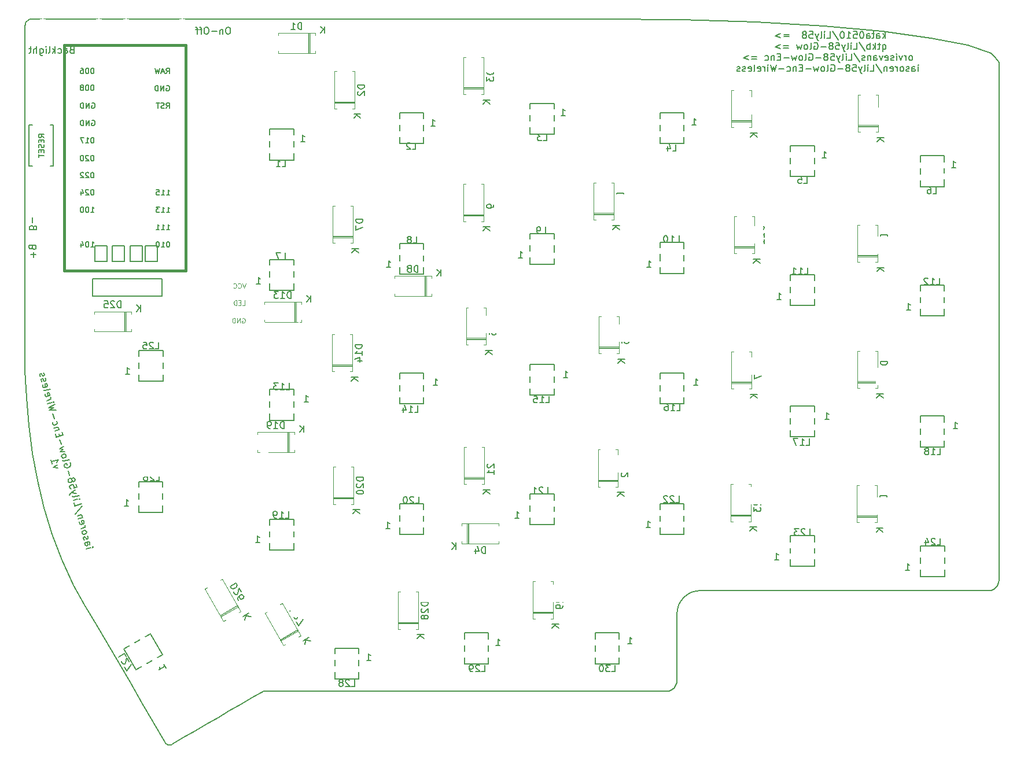
<source format=gbr>
G04 #@! TF.GenerationSoftware,KiCad,Pcbnew,(6.0.0-0)*
G04 #@! TF.CreationDate,2022-05-31T22:11:55-04:00*
G04 #@! TF.ProjectId,Lily58,4c696c79-3538-42e6-9b69-6361645f7063,rev?*
G04 #@! TF.SameCoordinates,Original*
G04 #@! TF.FileFunction,Legend,Bot*
G04 #@! TF.FilePolarity,Positive*
%FSLAX46Y46*%
G04 Gerber Fmt 4.6, Leading zero omitted, Abs format (unit mm)*
G04 Created by KiCad (PCBNEW (6.0.0-0)) date 2022-05-31 22:11:55*
%MOMM*%
%LPD*%
G01*
G04 APERTURE LIST*
G04 Aperture macros list*
%AMHorizOval*
0 Thick line with rounded ends*
0 $1 width*
0 $2 $3 position (X,Y) of the first rounded end (center of the circle)*
0 $4 $5 position (X,Y) of the second rounded end (center of the circle)*
0 Add line between two ends*
20,1,$1,$2,$3,$4,$5,0*
0 Add two circle primitives to create the rounded ends*
1,1,$1,$2,$3*
1,1,$1,$4,$5*%
%AMRotRect*
0 Rectangle, with rotation*
0 The origin of the aperture is its center*
0 $1 length*
0 $2 width*
0 $3 Rotation angle, in degrees counterclockwise*
0 Add horizontal line*
21,1,$1,$2,0,0,$3*%
G04 Aperture macros list end*
G04 #@! TA.AperFunction,Profile*
%ADD10C,0.200000*%
G04 #@! TD*
G04 #@! TA.AperFunction,Profile*
%ADD11C,0.150000*%
G04 #@! TD*
%ADD12C,0.125000*%
%ADD13C,0.150000*%
%ADD14C,0.381000*%
%ADD15C,0.120000*%
%ADD16RotRect,1.800000X1.800000X120.000000*%
%ADD17C,1.752600*%
%ADD18R,1.800000X1.800000*%
%ADD19C,1.700000*%
%ADD20C,4.000000*%
%ADD21C,2.200000*%
%ADD22O,2.200000X3.500000*%
%ADD23R,1.500000X2.500000*%
%ADD24O,1.500000X2.500000*%
%ADD25R,1.600000X0.850000*%
%ADD26RotRect,1.600000X0.850000X120.000000*%
%ADD27RotRect,1.600000X0.850000X300.000000*%
%ADD28R,2.000000X2.000000*%
%ADD29HorizOval,1.800000X0.000000X0.000000X0.000000X0.000000X0*%
%ADD30C,4.900000*%
%ADD31C,2.500000*%
%ADD32C,1.397000*%
%ADD33R,2.550000X2.500000*%
%ADD34C,1.800000*%
%ADD35C,3.000000*%
%ADD36RotRect,2.550000X2.500000X120.000000*%
%ADD37C,2.000000*%
%ADD38R,3.200000X2.000000*%
%ADD39O,3.200000X2.000000*%
%ADD40O,1.800000X1.800000*%
%ADD41R,1.143000X0.635000*%
G04 APERTURE END LIST*
D10*
X104807833Y-37086762D02*
X94400000Y-37086762D01*
X82937528Y-82285296D02*
X82937528Y-75978362D01*
X82937528Y-75978362D02*
X82937528Y-69671429D01*
X82937528Y-88592229D02*
X82937528Y-82285296D01*
D11*
X118750000Y-57750000D02*
X118750000Y-53250000D01*
X101310889Y-127109431D02*
X103060889Y-130140520D01*
X103060889Y-130140520D02*
X99163775Y-132390520D01*
X97413775Y-129359431D02*
X101310889Y-127109431D01*
X99163775Y-132390520D02*
X97413775Y-129359431D01*
X118750000Y-72350000D02*
X122250000Y-72350000D01*
X131750000Y-129250000D02*
X131750000Y-133750000D01*
X166350000Y-127000000D02*
X169850000Y-127000000D01*
X160350000Y-111150000D02*
X156850000Y-111150000D01*
X141250000Y-108050000D02*
X141250000Y-112550000D01*
X103099200Y-104864800D02*
X103099200Y-109364800D01*
X137750000Y-108050000D02*
X141250000Y-108050000D01*
X198450000Y-117250000D02*
X194950000Y-117250000D01*
X122250000Y-114850000D02*
X118750000Y-114850000D01*
X156850000Y-111150000D02*
X156850000Y-106650000D01*
X166350000Y-131500000D02*
X166350000Y-127000000D01*
X194950000Y-117250000D02*
X194950000Y-112750000D01*
X141250000Y-112550000D02*
X137750000Y-112550000D01*
X122250000Y-110350000D02*
X122250000Y-114850000D01*
X179350000Y-108050000D02*
X179350000Y-112550000D01*
X175850000Y-108050000D02*
X179350000Y-108050000D01*
X214000000Y-118750000D02*
X214000000Y-114250000D01*
X147250000Y-127000000D02*
X150750000Y-127000000D01*
X150750000Y-131500000D02*
X147250000Y-131500000D01*
X160350000Y-106650000D02*
X160350000Y-111150000D01*
X137750000Y-112550000D02*
X137750000Y-108050000D01*
X150750000Y-127000000D02*
X150750000Y-131500000D01*
X156850000Y-106650000D02*
X160350000Y-106650000D01*
X217500000Y-114250000D02*
X217500000Y-118750000D01*
X99599200Y-104864800D02*
X103099200Y-104864800D01*
X194950000Y-112750000D02*
X198450000Y-112750000D01*
X128250000Y-129250000D02*
X131750000Y-129250000D01*
X103099200Y-109364800D02*
X99599200Y-109364800D01*
X175850000Y-112550000D02*
X175850000Y-108050000D01*
X217500000Y-118750000D02*
X214000000Y-118750000D01*
X214000000Y-114250000D02*
X217500000Y-114250000D01*
X147250000Y-131500000D02*
X147250000Y-127000000D01*
X99599200Y-109364800D02*
X99599200Y-104864800D01*
X118750000Y-114850000D02*
X118750000Y-110350000D01*
X118750000Y-110350000D02*
X122250000Y-110350000D01*
X128250000Y-133750000D02*
X128250000Y-129250000D01*
X169850000Y-127000000D02*
X169850000Y-131500000D01*
X169850000Y-131500000D02*
X166350000Y-131500000D01*
X179350000Y-112550000D02*
X175850000Y-112550000D01*
X198450000Y-112750000D02*
X198450000Y-117250000D01*
X131750000Y-133750000D02*
X128250000Y-133750000D01*
X99624000Y-90170000D02*
X99624000Y-85670000D01*
X103124000Y-85670000D02*
X103124000Y-90170000D01*
X103124000Y-90170000D02*
X99624000Y-90170000D01*
X99624000Y-85670000D02*
X103124000Y-85670000D01*
D10*
X178319348Y-134034052D02*
X178288901Y-134314154D01*
X225460000Y-100326490D02*
X225460000Y-109808112D01*
X82937528Y-63364495D02*
X82937528Y-57057562D01*
D11*
X160350000Y-92150000D02*
X156850000Y-92150000D01*
D10*
X96695647Y-131453701D02*
X98371341Y-134320020D01*
X225204001Y-120128696D02*
X225020912Y-120350648D01*
X169449826Y-135511658D02*
X176819348Y-135511658D01*
D11*
X141250000Y-88950000D02*
X141250000Y-93450000D01*
D10*
X89992869Y-119988423D02*
X91668563Y-122854742D01*
X177658308Y-135255660D02*
X177403500Y-135393876D01*
D11*
X141250000Y-55350000D02*
X137750000Y-55350000D01*
D10*
X178201565Y-134595810D02*
X178063349Y-134850619D01*
X104288864Y-143357278D02*
X104456758Y-143271756D01*
D11*
X122250000Y-72350000D02*
X122250000Y-76850000D01*
D10*
X225460000Y-43436755D02*
X225460000Y-52918378D01*
D11*
X198450000Y-60150000D02*
X194950000Y-60150000D01*
D10*
X136027379Y-37086762D02*
X125619545Y-37086762D01*
X104130206Y-143404468D02*
X104288864Y-143357278D01*
X83245570Y-37394123D02*
X83400937Y-37265961D01*
X103842470Y-143386445D02*
X103981252Y-143413974D01*
D11*
X179350000Y-50850000D02*
X179350000Y-55350000D01*
D10*
X82937528Y-50750629D02*
X82937528Y-44443695D01*
X103597295Y-143222884D02*
X103714328Y-143322532D01*
X116186619Y-136480784D02*
X117862313Y-135510645D01*
X224278471Y-42156190D02*
X220889319Y-40963847D01*
D11*
X217450000Y-80550000D02*
X213950000Y-80550000D01*
D10*
X103981252Y-143413974D02*
X104130206Y-143404468D01*
D11*
X194950000Y-93750000D02*
X198450000Y-93750000D01*
X156850000Y-87650000D02*
X160350000Y-87650000D01*
D10*
X224900000Y-42700000D02*
X224278471Y-42156190D01*
X178319348Y-131597973D02*
X178319348Y-132816013D01*
D11*
X137750000Y-74450000D02*
X137750000Y-69950000D01*
D10*
X178319348Y-129161894D02*
X178319348Y-130379933D01*
D11*
X118750000Y-76850000D02*
X118750000Y-72350000D01*
X122250000Y-91350000D02*
X122250000Y-95850000D01*
D10*
X83579303Y-37169210D02*
X83776462Y-37108075D01*
X178594174Y-122926713D02*
X178916678Y-122332160D01*
X178390391Y-123583911D02*
X178594174Y-122926713D01*
X104456758Y-143271756D02*
X106132452Y-142301617D01*
X197622092Y-120789735D02*
X202889673Y-120789735D01*
X213424836Y-120789735D02*
X218692418Y-120789735D01*
X225460000Y-90844867D02*
X225460000Y-100326490D01*
D11*
X160350000Y-49460000D02*
X160350000Y-53960000D01*
D10*
X91668563Y-122854742D02*
X93344258Y-125721062D01*
X139971738Y-135511658D02*
X147341260Y-135511658D01*
X82937528Y-44443695D02*
X82937528Y-38136762D01*
X224900000Y-42700000D02*
X225460000Y-43436755D01*
D11*
X179350000Y-55350000D02*
X175850000Y-55350000D01*
D10*
X83400937Y-37265961D02*
X83579303Y-37169210D01*
D11*
X118750000Y-91350000D02*
X122250000Y-91350000D01*
D10*
X95019952Y-128587381D02*
X96695647Y-131453701D01*
D11*
X137750000Y-69950000D02*
X141250000Y-69950000D01*
D10*
X192354511Y-120789735D02*
X197622092Y-120789735D01*
D11*
X156850000Y-68550000D02*
X160350000Y-68550000D01*
D10*
X181819348Y-120789735D02*
X187086929Y-120789735D01*
X177880261Y-135072571D02*
X177658308Y-135255660D01*
X103398425Y-142918979D02*
X103491837Y-143088150D01*
D11*
X175850000Y-74350000D02*
X175850000Y-69850000D01*
D10*
X225020912Y-120350648D02*
X224798960Y-120533736D01*
D11*
X141250000Y-93450000D02*
X137750000Y-93450000D01*
D10*
X83020657Y-37727855D02*
X83117409Y-37549489D01*
D11*
X217450000Y-95250000D02*
X217450000Y-99750000D01*
D10*
X106132452Y-142301617D02*
X107808147Y-141331479D01*
D11*
X179350000Y-69850000D02*
X179350000Y-74350000D01*
X141250000Y-74450000D02*
X137750000Y-74450000D01*
D10*
X215525697Y-39885159D02*
X208420758Y-38945561D01*
D11*
X213950000Y-76050000D02*
X217450000Y-76050000D01*
D10*
X177403500Y-135393876D02*
X177121844Y-135481211D01*
D11*
X122250000Y-57750000D02*
X118750000Y-57750000D01*
X194950000Y-79050000D02*
X194950000Y-74550000D01*
X160350000Y-68550000D02*
X160350000Y-73050000D01*
X175850000Y-88950000D02*
X179350000Y-88950000D01*
X213950000Y-95250000D02*
X217450000Y-95250000D01*
X160350000Y-73050000D02*
X156850000Y-73050000D01*
X122250000Y-53250000D02*
X122250000Y-57750000D01*
X198450000Y-98250000D02*
X194950000Y-98250000D01*
D10*
X178319348Y-126725814D02*
X178319348Y-127943854D01*
X178063349Y-134850619D02*
X177880261Y-135072571D01*
X224262495Y-120759288D02*
X223959999Y-120789735D01*
X83135690Y-92617561D02*
X83490297Y-96657663D01*
D11*
X137750000Y-55350000D02*
X137750000Y-50850000D01*
D10*
X178319348Y-132816013D02*
X178319348Y-134034052D01*
D11*
X137750000Y-50850000D02*
X141250000Y-50850000D01*
D10*
X179343884Y-121814271D02*
X179861773Y-121387065D01*
X125619545Y-37086762D02*
X115211711Y-37086762D01*
X225460000Y-109808112D02*
X225460000Y-119289735D01*
X88291758Y-116318073D02*
X89993333Y-119989540D01*
X83117409Y-37549489D02*
X83245570Y-37394123D01*
D11*
X217450000Y-99750000D02*
X213950000Y-99750000D01*
X122250000Y-95850000D02*
X118750000Y-95850000D01*
D10*
X178916678Y-122332160D02*
X179343884Y-121814271D01*
X83490297Y-96657663D02*
X84020972Y-100690825D01*
X103714328Y-143322532D02*
X103842470Y-143386445D01*
X82938210Y-38136762D02*
X82959523Y-37925015D01*
X208157255Y-120789735D02*
X213424836Y-120789735D01*
X125232695Y-135511658D02*
X132602217Y-135511658D01*
X225460000Y-52918378D02*
X225460000Y-62400000D01*
D11*
X118750000Y-53250000D02*
X122250000Y-53250000D01*
D10*
X83776462Y-37108075D02*
X83988210Y-37086762D01*
X112835230Y-138421062D02*
X114510925Y-137450923D01*
X154710782Y-135511658D02*
X162080304Y-135511658D01*
X109483841Y-140361340D02*
X111159536Y-139391201D01*
X179861773Y-121387065D02*
X180456326Y-121064561D01*
D11*
X122250000Y-76850000D02*
X118750000Y-76850000D01*
D10*
X178319348Y-127943854D02*
X178319348Y-129161894D01*
D11*
X156850000Y-49460000D02*
X160350000Y-49460000D01*
D10*
X146435213Y-37086762D02*
X136027379Y-37086762D01*
D11*
X213950000Y-99750000D02*
X213950000Y-95250000D01*
D10*
X218692418Y-120789735D02*
X223959999Y-120789735D01*
X85688004Y-108649127D02*
X86863105Y-112530670D01*
X86863105Y-112530670D02*
X88291758Y-116318073D01*
D11*
X194950000Y-55650000D02*
X198450000Y-55650000D01*
D10*
X178288901Y-134314154D02*
X178201565Y-134595810D01*
X162080304Y-135511658D02*
X169449826Y-135511658D01*
X156843047Y-37086762D02*
X146435213Y-37086762D01*
D11*
X179350000Y-74350000D02*
X175850000Y-74350000D01*
D10*
X178319348Y-130379933D02*
X178319348Y-131597973D01*
D11*
X137750000Y-88950000D02*
X141250000Y-88950000D01*
D10*
X117863173Y-135511658D02*
X125232695Y-135511658D01*
X180456326Y-121064561D02*
X181113524Y-120860778D01*
D11*
X198450000Y-74550000D02*
X198450000Y-79050000D01*
X175850000Y-55350000D02*
X175850000Y-50850000D01*
D10*
X189919538Y-37585374D02*
X178989563Y-37215654D01*
X107808147Y-141331479D02*
X109483841Y-140361340D01*
X115211711Y-37086762D02*
X104803877Y-37086762D01*
D11*
X194950000Y-98250000D02*
X194950000Y-93750000D01*
X213950000Y-57150000D02*
X217450000Y-57150000D01*
X217450000Y-76050000D02*
X217450000Y-80550000D01*
D10*
X225429552Y-119592231D02*
X225342217Y-119873887D01*
D11*
X137750000Y-93450000D02*
X137750000Y-88950000D01*
D10*
X82937528Y-57057562D02*
X82937528Y-50750629D01*
X225460000Y-71881623D02*
X225460000Y-81363245D01*
X101722730Y-140052659D02*
X103398425Y-142918979D01*
D11*
X175850000Y-69850000D02*
X179350000Y-69850000D01*
X179350000Y-88950000D02*
X179350000Y-93450000D01*
D10*
X181113524Y-120860778D02*
X181819348Y-120789735D01*
X225460000Y-62400000D02*
X225460000Y-71881623D01*
X103491837Y-143088150D02*
X103597295Y-143222884D01*
X84020972Y-100690825D02*
X84747083Y-104695246D01*
X94396044Y-37086762D02*
X83988210Y-37086762D01*
X178319348Y-124289735D02*
X178319348Y-125507775D01*
D11*
X175850000Y-93450000D02*
X175850000Y-88950000D01*
X160350000Y-87650000D02*
X160350000Y-92150000D01*
D10*
X208420758Y-38945561D02*
X199807654Y-38170488D01*
X132602217Y-135511658D02*
X139971738Y-135511658D01*
X82937777Y-88592317D02*
X83135690Y-92617561D01*
D11*
X198450000Y-55650000D02*
X198450000Y-60150000D01*
D10*
X147341260Y-135511658D02*
X154710782Y-135511658D01*
D11*
X141250000Y-50850000D02*
X141250000Y-55350000D01*
X160350000Y-53960000D02*
X156850000Y-53960000D01*
D10*
X178319348Y-124289735D02*
X178390391Y-123583911D01*
D11*
X156850000Y-92150000D02*
X156850000Y-87650000D01*
D10*
X98371341Y-134320020D02*
X100047036Y-137186340D01*
X225342217Y-119873887D02*
X225204001Y-120128696D01*
X202889673Y-120789735D02*
X208157255Y-120789735D01*
X82937528Y-69671429D02*
X82937528Y-63364495D01*
D11*
X198450000Y-93750000D02*
X198450000Y-98250000D01*
X141250000Y-69950000D02*
X141250000Y-74450000D01*
D10*
X111159536Y-139391201D02*
X112835230Y-138421062D01*
D11*
X213950000Y-80550000D02*
X213950000Y-76050000D01*
D10*
X225460000Y-81363245D02*
X225460000Y-90844867D01*
X187086929Y-120789735D02*
X192354511Y-120789735D01*
X220889319Y-40963847D02*
X215525697Y-39885159D01*
D11*
X118750000Y-95850000D02*
X118750000Y-91350000D01*
D10*
X177121844Y-135481211D02*
X176819348Y-135511658D01*
D11*
X156850000Y-73050000D02*
X156850000Y-68550000D01*
X217450000Y-61650000D02*
X213950000Y-61650000D01*
D10*
X84747083Y-104695246D02*
X85688004Y-108649127D01*
D11*
X198450000Y-79050000D02*
X194950000Y-79050000D01*
D10*
X167250881Y-37086762D02*
X156843047Y-37086762D01*
X114510925Y-137450923D02*
X116186619Y-136480784D01*
X224544152Y-120671952D02*
X224262495Y-120759288D01*
X100047036Y-137186340D02*
X101722730Y-140052659D01*
D11*
X194950000Y-60150000D02*
X194950000Y-55650000D01*
X213950000Y-61650000D02*
X213950000Y-57150000D01*
D10*
X93344258Y-125721062D02*
X95019952Y-128587381D01*
X178989563Y-37215654D02*
X167250881Y-37086762D01*
D11*
X217450000Y-57150000D02*
X217450000Y-61650000D01*
D10*
X224798960Y-120533736D02*
X224544152Y-120671952D01*
X225459999Y-119289735D02*
X225429552Y-119592231D01*
D11*
X194950000Y-74550000D02*
X198450000Y-74550000D01*
D10*
X199807654Y-38170488D02*
X189919538Y-37585374D01*
D11*
X179350000Y-93450000D02*
X175850000Y-93450000D01*
X175850000Y-50850000D02*
X179350000Y-50850000D01*
X156850000Y-53960000D02*
X156850000Y-49460000D01*
D10*
X178319348Y-125507775D02*
X178319348Y-126725814D01*
X82959523Y-37925015D02*
X83020657Y-37727855D01*
D12*
X114750000Y-79016666D02*
X115083333Y-79016666D01*
X115083333Y-78316666D01*
X114516666Y-78650000D02*
X114283333Y-78650000D01*
X114183333Y-79016666D02*
X114516666Y-79016666D01*
X114516666Y-78316666D01*
X114183333Y-78316666D01*
X113883333Y-79016666D02*
X113883333Y-78316666D01*
X113716666Y-78316666D01*
X113616666Y-78350000D01*
X113550000Y-78416666D01*
X113516666Y-78483333D01*
X113483333Y-78616666D01*
X113483333Y-78716666D01*
X113516666Y-78850000D01*
X113550000Y-78916666D01*
X113616666Y-78983333D01*
X113716666Y-79016666D01*
X113883333Y-79016666D01*
X115233333Y-75816666D02*
X115000000Y-76516666D01*
X114766666Y-75816666D01*
X114133333Y-76450000D02*
X114166666Y-76483333D01*
X114266666Y-76516666D01*
X114333333Y-76516666D01*
X114433333Y-76483333D01*
X114500000Y-76416666D01*
X114533333Y-76350000D01*
X114566666Y-76216666D01*
X114566666Y-76116666D01*
X114533333Y-75983333D01*
X114500000Y-75916666D01*
X114433333Y-75850000D01*
X114333333Y-75816666D01*
X114266666Y-75816666D01*
X114166666Y-75850000D01*
X114133333Y-75883333D01*
X113433333Y-76450000D02*
X113466666Y-76483333D01*
X113566666Y-76516666D01*
X113633333Y-76516666D01*
X113733333Y-76483333D01*
X113800000Y-76416666D01*
X113833333Y-76350000D01*
X113866666Y-76216666D01*
X113866666Y-76116666D01*
X113833333Y-75983333D01*
X113800000Y-75916666D01*
X113733333Y-75850000D01*
X113633333Y-75816666D01*
X113566666Y-75816666D01*
X113466666Y-75850000D01*
X113433333Y-75883333D01*
D13*
X208810761Y-39947380D02*
X208810761Y-38947380D01*
X208715523Y-39566428D02*
X208429809Y-39947380D01*
X208429809Y-39280714D02*
X208810761Y-39661666D01*
X207572666Y-39947380D02*
X207572666Y-39423571D01*
X207620285Y-39328333D01*
X207715523Y-39280714D01*
X207906000Y-39280714D01*
X208001238Y-39328333D01*
X207572666Y-39899761D02*
X207667904Y-39947380D01*
X207906000Y-39947380D01*
X208001238Y-39899761D01*
X208048857Y-39804523D01*
X208048857Y-39709285D01*
X208001238Y-39614047D01*
X207906000Y-39566428D01*
X207667904Y-39566428D01*
X207572666Y-39518809D01*
X207239333Y-39280714D02*
X206858380Y-39280714D01*
X207096476Y-38947380D02*
X207096476Y-39804523D01*
X207048857Y-39899761D01*
X206953619Y-39947380D01*
X206858380Y-39947380D01*
X206096476Y-39947380D02*
X206096476Y-39423571D01*
X206144095Y-39328333D01*
X206239333Y-39280714D01*
X206429809Y-39280714D01*
X206525047Y-39328333D01*
X206096476Y-39899761D02*
X206191714Y-39947380D01*
X206429809Y-39947380D01*
X206525047Y-39899761D01*
X206572666Y-39804523D01*
X206572666Y-39709285D01*
X206525047Y-39614047D01*
X206429809Y-39566428D01*
X206191714Y-39566428D01*
X206096476Y-39518809D01*
X205429809Y-38947380D02*
X205334571Y-38947380D01*
X205239333Y-38995000D01*
X205191714Y-39042619D01*
X205144095Y-39137857D01*
X205096476Y-39328333D01*
X205096476Y-39566428D01*
X205144095Y-39756904D01*
X205191714Y-39852142D01*
X205239333Y-39899761D01*
X205334571Y-39947380D01*
X205429809Y-39947380D01*
X205525047Y-39899761D01*
X205572666Y-39852142D01*
X205620285Y-39756904D01*
X205667904Y-39566428D01*
X205667904Y-39328333D01*
X205620285Y-39137857D01*
X205572666Y-39042619D01*
X205525047Y-38995000D01*
X205429809Y-38947380D01*
X204191714Y-38947380D02*
X204667904Y-38947380D01*
X204715523Y-39423571D01*
X204667904Y-39375952D01*
X204572666Y-39328333D01*
X204334571Y-39328333D01*
X204239333Y-39375952D01*
X204191714Y-39423571D01*
X204144095Y-39518809D01*
X204144095Y-39756904D01*
X204191714Y-39852142D01*
X204239333Y-39899761D01*
X204334571Y-39947380D01*
X204572666Y-39947380D01*
X204667904Y-39899761D01*
X204715523Y-39852142D01*
X203191714Y-39947380D02*
X203763142Y-39947380D01*
X203477428Y-39947380D02*
X203477428Y-38947380D01*
X203572666Y-39090238D01*
X203667904Y-39185476D01*
X203763142Y-39233095D01*
X202572666Y-38947380D02*
X202477428Y-38947380D01*
X202382190Y-38995000D01*
X202334571Y-39042619D01*
X202286952Y-39137857D01*
X202239333Y-39328333D01*
X202239333Y-39566428D01*
X202286952Y-39756904D01*
X202334571Y-39852142D01*
X202382190Y-39899761D01*
X202477428Y-39947380D01*
X202572666Y-39947380D01*
X202667904Y-39899761D01*
X202715523Y-39852142D01*
X202763142Y-39756904D01*
X202810761Y-39566428D01*
X202810761Y-39328333D01*
X202763142Y-39137857D01*
X202715523Y-39042619D01*
X202667904Y-38995000D01*
X202572666Y-38947380D01*
X201096476Y-38899761D02*
X201953619Y-40185476D01*
X200286952Y-39947380D02*
X200763142Y-39947380D01*
X200763142Y-38947380D01*
X199953619Y-39947380D02*
X199953619Y-39280714D01*
X199953619Y-38947380D02*
X200001238Y-38995000D01*
X199953619Y-39042619D01*
X199906000Y-38995000D01*
X199953619Y-38947380D01*
X199953619Y-39042619D01*
X199334571Y-39947380D02*
X199429809Y-39899761D01*
X199477428Y-39804523D01*
X199477428Y-38947380D01*
X199048857Y-39280714D02*
X198810761Y-39947380D01*
X198572666Y-39280714D02*
X198810761Y-39947380D01*
X198906000Y-40185476D01*
X198953619Y-40233095D01*
X199048857Y-40280714D01*
X197715523Y-38947380D02*
X198191714Y-38947380D01*
X198239333Y-39423571D01*
X198191714Y-39375952D01*
X198096476Y-39328333D01*
X197858380Y-39328333D01*
X197763142Y-39375952D01*
X197715523Y-39423571D01*
X197667904Y-39518809D01*
X197667904Y-39756904D01*
X197715523Y-39852142D01*
X197763142Y-39899761D01*
X197858380Y-39947380D01*
X198096476Y-39947380D01*
X198191714Y-39899761D01*
X198239333Y-39852142D01*
X197096476Y-39375952D02*
X197191714Y-39328333D01*
X197239333Y-39280714D01*
X197286952Y-39185476D01*
X197286952Y-39137857D01*
X197239333Y-39042619D01*
X197191714Y-38995000D01*
X197096476Y-38947380D01*
X196906000Y-38947380D01*
X196810761Y-38995000D01*
X196763142Y-39042619D01*
X196715523Y-39137857D01*
X196715523Y-39185476D01*
X196763142Y-39280714D01*
X196810761Y-39328333D01*
X196906000Y-39375952D01*
X197096476Y-39375952D01*
X197191714Y-39423571D01*
X197239333Y-39471190D01*
X197286952Y-39566428D01*
X197286952Y-39756904D01*
X197239333Y-39852142D01*
X197191714Y-39899761D01*
X197096476Y-39947380D01*
X196906000Y-39947380D01*
X196810761Y-39899761D01*
X196763142Y-39852142D01*
X196715523Y-39756904D01*
X196715523Y-39566428D01*
X196763142Y-39471190D01*
X196810761Y-39423571D01*
X196906000Y-39375952D01*
X194763142Y-39423571D02*
X194001238Y-39423571D01*
X194001238Y-39709285D02*
X194763142Y-39709285D01*
X193525047Y-39280714D02*
X192763142Y-39566428D01*
X193525047Y-39852142D01*
X208453619Y-40890714D02*
X208453619Y-41890714D01*
X208453619Y-41509761D02*
X208548857Y-41557380D01*
X208739333Y-41557380D01*
X208834571Y-41509761D01*
X208882190Y-41462142D01*
X208929809Y-41366904D01*
X208929809Y-41081190D01*
X208882190Y-40985952D01*
X208834571Y-40938333D01*
X208739333Y-40890714D01*
X208548857Y-40890714D01*
X208453619Y-40938333D01*
X208120285Y-40890714D02*
X207739333Y-40890714D01*
X207977428Y-40557380D02*
X207977428Y-41414523D01*
X207929809Y-41509761D01*
X207834571Y-41557380D01*
X207739333Y-41557380D01*
X207406000Y-41557380D02*
X207406000Y-40557380D01*
X207310761Y-41176428D02*
X207025047Y-41557380D01*
X207025047Y-40890714D02*
X207406000Y-41271666D01*
X206596476Y-41557380D02*
X206596476Y-40557380D01*
X206596476Y-40938333D02*
X206501238Y-40890714D01*
X206310761Y-40890714D01*
X206215523Y-40938333D01*
X206167904Y-40985952D01*
X206120285Y-41081190D01*
X206120285Y-41366904D01*
X206167904Y-41462142D01*
X206215523Y-41509761D01*
X206310761Y-41557380D01*
X206501238Y-41557380D01*
X206596476Y-41509761D01*
X204977428Y-40509761D02*
X205834571Y-41795476D01*
X204167904Y-41557380D02*
X204644095Y-41557380D01*
X204644095Y-40557380D01*
X203834571Y-41557380D02*
X203834571Y-40890714D01*
X203834571Y-40557380D02*
X203882190Y-40605000D01*
X203834571Y-40652619D01*
X203786952Y-40605000D01*
X203834571Y-40557380D01*
X203834571Y-40652619D01*
X203215523Y-41557380D02*
X203310761Y-41509761D01*
X203358380Y-41414523D01*
X203358380Y-40557380D01*
X202929809Y-40890714D02*
X202691714Y-41557380D01*
X202453619Y-40890714D02*
X202691714Y-41557380D01*
X202786952Y-41795476D01*
X202834571Y-41843095D01*
X202929809Y-41890714D01*
X201596476Y-40557380D02*
X202072666Y-40557380D01*
X202120285Y-41033571D01*
X202072666Y-40985952D01*
X201977428Y-40938333D01*
X201739333Y-40938333D01*
X201644095Y-40985952D01*
X201596476Y-41033571D01*
X201548857Y-41128809D01*
X201548857Y-41366904D01*
X201596476Y-41462142D01*
X201644095Y-41509761D01*
X201739333Y-41557380D01*
X201977428Y-41557380D01*
X202072666Y-41509761D01*
X202120285Y-41462142D01*
X200977428Y-40985952D02*
X201072666Y-40938333D01*
X201120285Y-40890714D01*
X201167904Y-40795476D01*
X201167904Y-40747857D01*
X201120285Y-40652619D01*
X201072666Y-40605000D01*
X200977428Y-40557380D01*
X200786952Y-40557380D01*
X200691714Y-40605000D01*
X200644095Y-40652619D01*
X200596476Y-40747857D01*
X200596476Y-40795476D01*
X200644095Y-40890714D01*
X200691714Y-40938333D01*
X200786952Y-40985952D01*
X200977428Y-40985952D01*
X201072666Y-41033571D01*
X201120285Y-41081190D01*
X201167904Y-41176428D01*
X201167904Y-41366904D01*
X201120285Y-41462142D01*
X201072666Y-41509761D01*
X200977428Y-41557380D01*
X200786952Y-41557380D01*
X200691714Y-41509761D01*
X200644095Y-41462142D01*
X200596476Y-41366904D01*
X200596476Y-41176428D01*
X200644095Y-41081190D01*
X200691714Y-41033571D01*
X200786952Y-40985952D01*
X200167904Y-41176428D02*
X199406000Y-41176428D01*
X198406000Y-40605000D02*
X198501238Y-40557380D01*
X198644095Y-40557380D01*
X198786952Y-40605000D01*
X198882190Y-40700238D01*
X198929809Y-40795476D01*
X198977428Y-40985952D01*
X198977428Y-41128809D01*
X198929809Y-41319285D01*
X198882190Y-41414523D01*
X198786952Y-41509761D01*
X198644095Y-41557380D01*
X198548857Y-41557380D01*
X198406000Y-41509761D01*
X198358380Y-41462142D01*
X198358380Y-41128809D01*
X198548857Y-41128809D01*
X197786952Y-41557380D02*
X197882190Y-41509761D01*
X197929809Y-41414523D01*
X197929809Y-40557380D01*
X197263142Y-41557380D02*
X197358380Y-41509761D01*
X197406000Y-41462142D01*
X197453619Y-41366904D01*
X197453619Y-41081190D01*
X197406000Y-40985952D01*
X197358380Y-40938333D01*
X197263142Y-40890714D01*
X197120285Y-40890714D01*
X197025047Y-40938333D01*
X196977428Y-40985952D01*
X196929809Y-41081190D01*
X196929809Y-41366904D01*
X196977428Y-41462142D01*
X197025047Y-41509761D01*
X197120285Y-41557380D01*
X197263142Y-41557380D01*
X196596476Y-40890714D02*
X196406000Y-41557380D01*
X196215523Y-41081190D01*
X196025047Y-41557380D01*
X195834571Y-40890714D01*
X194691714Y-41033571D02*
X193929809Y-41033571D01*
X193929809Y-41319285D02*
X194691714Y-41319285D01*
X193453619Y-40890714D02*
X192691714Y-41176428D01*
X193453619Y-41462142D01*
X212620285Y-43167380D02*
X212715523Y-43119761D01*
X212763142Y-43072142D01*
X212810761Y-42976904D01*
X212810761Y-42691190D01*
X212763142Y-42595952D01*
X212715523Y-42548333D01*
X212620285Y-42500714D01*
X212477428Y-42500714D01*
X212382190Y-42548333D01*
X212334571Y-42595952D01*
X212286952Y-42691190D01*
X212286952Y-42976904D01*
X212334571Y-43072142D01*
X212382190Y-43119761D01*
X212477428Y-43167380D01*
X212620285Y-43167380D01*
X211858380Y-43167380D02*
X211858380Y-42500714D01*
X211858380Y-42691190D02*
X211810761Y-42595952D01*
X211763142Y-42548333D01*
X211667904Y-42500714D01*
X211572666Y-42500714D01*
X211334571Y-42500714D02*
X211096476Y-43167380D01*
X210858380Y-42500714D01*
X210477428Y-43167380D02*
X210477428Y-42500714D01*
X210477428Y-42167380D02*
X210525047Y-42215000D01*
X210477428Y-42262619D01*
X210429809Y-42215000D01*
X210477428Y-42167380D01*
X210477428Y-42262619D01*
X210048857Y-43119761D02*
X209953619Y-43167380D01*
X209763142Y-43167380D01*
X209667904Y-43119761D01*
X209620285Y-43024523D01*
X209620285Y-42976904D01*
X209667904Y-42881666D01*
X209763142Y-42834047D01*
X209906000Y-42834047D01*
X210001238Y-42786428D01*
X210048857Y-42691190D01*
X210048857Y-42643571D01*
X210001238Y-42548333D01*
X209906000Y-42500714D01*
X209763142Y-42500714D01*
X209667904Y-42548333D01*
X208810761Y-43119761D02*
X208906000Y-43167380D01*
X209096476Y-43167380D01*
X209191714Y-43119761D01*
X209239333Y-43024523D01*
X209239333Y-42643571D01*
X209191714Y-42548333D01*
X209096476Y-42500714D01*
X208906000Y-42500714D01*
X208810761Y-42548333D01*
X208763142Y-42643571D01*
X208763142Y-42738809D01*
X209239333Y-42834047D01*
X208429809Y-42500714D02*
X208191714Y-43167380D01*
X207953619Y-42500714D01*
X207144095Y-43167380D02*
X207144095Y-42643571D01*
X207191714Y-42548333D01*
X207286952Y-42500714D01*
X207477428Y-42500714D01*
X207572666Y-42548333D01*
X207144095Y-43119761D02*
X207239333Y-43167380D01*
X207477428Y-43167380D01*
X207572666Y-43119761D01*
X207620285Y-43024523D01*
X207620285Y-42929285D01*
X207572666Y-42834047D01*
X207477428Y-42786428D01*
X207239333Y-42786428D01*
X207144095Y-42738809D01*
X206667904Y-42500714D02*
X206667904Y-43167380D01*
X206667904Y-42595952D02*
X206620285Y-42548333D01*
X206525047Y-42500714D01*
X206382190Y-42500714D01*
X206286952Y-42548333D01*
X206239333Y-42643571D01*
X206239333Y-43167380D01*
X205810761Y-43119761D02*
X205715523Y-43167380D01*
X205525047Y-43167380D01*
X205429809Y-43119761D01*
X205382190Y-43024523D01*
X205382190Y-42976904D01*
X205429809Y-42881666D01*
X205525047Y-42834047D01*
X205667904Y-42834047D01*
X205763142Y-42786428D01*
X205810761Y-42691190D01*
X205810761Y-42643571D01*
X205763142Y-42548333D01*
X205667904Y-42500714D01*
X205525047Y-42500714D01*
X205429809Y-42548333D01*
X204239333Y-42119761D02*
X205096476Y-43405476D01*
X203429809Y-43167380D02*
X203906000Y-43167380D01*
X203906000Y-42167380D01*
X203096476Y-43167380D02*
X203096476Y-42500714D01*
X203096476Y-42167380D02*
X203144095Y-42215000D01*
X203096476Y-42262619D01*
X203048857Y-42215000D01*
X203096476Y-42167380D01*
X203096476Y-42262619D01*
X202477428Y-43167380D02*
X202572666Y-43119761D01*
X202620285Y-43024523D01*
X202620285Y-42167380D01*
X202191714Y-42500714D02*
X201953619Y-43167380D01*
X201715523Y-42500714D02*
X201953619Y-43167380D01*
X202048857Y-43405476D01*
X202096476Y-43453095D01*
X202191714Y-43500714D01*
X200858380Y-42167380D02*
X201334571Y-42167380D01*
X201382190Y-42643571D01*
X201334571Y-42595952D01*
X201239333Y-42548333D01*
X201001238Y-42548333D01*
X200906000Y-42595952D01*
X200858380Y-42643571D01*
X200810761Y-42738809D01*
X200810761Y-42976904D01*
X200858380Y-43072142D01*
X200906000Y-43119761D01*
X201001238Y-43167380D01*
X201239333Y-43167380D01*
X201334571Y-43119761D01*
X201382190Y-43072142D01*
X200239333Y-42595952D02*
X200334571Y-42548333D01*
X200382190Y-42500714D01*
X200429809Y-42405476D01*
X200429809Y-42357857D01*
X200382190Y-42262619D01*
X200334571Y-42215000D01*
X200239333Y-42167380D01*
X200048857Y-42167380D01*
X199953619Y-42215000D01*
X199906000Y-42262619D01*
X199858380Y-42357857D01*
X199858380Y-42405476D01*
X199906000Y-42500714D01*
X199953619Y-42548333D01*
X200048857Y-42595952D01*
X200239333Y-42595952D01*
X200334571Y-42643571D01*
X200382190Y-42691190D01*
X200429809Y-42786428D01*
X200429809Y-42976904D01*
X200382190Y-43072142D01*
X200334571Y-43119761D01*
X200239333Y-43167380D01*
X200048857Y-43167380D01*
X199953619Y-43119761D01*
X199906000Y-43072142D01*
X199858380Y-42976904D01*
X199858380Y-42786428D01*
X199906000Y-42691190D01*
X199953619Y-42643571D01*
X200048857Y-42595952D01*
X199429809Y-42786428D02*
X198667904Y-42786428D01*
X197667904Y-42215000D02*
X197763142Y-42167380D01*
X197906000Y-42167380D01*
X198048857Y-42215000D01*
X198144095Y-42310238D01*
X198191714Y-42405476D01*
X198239333Y-42595952D01*
X198239333Y-42738809D01*
X198191714Y-42929285D01*
X198144095Y-43024523D01*
X198048857Y-43119761D01*
X197906000Y-43167380D01*
X197810761Y-43167380D01*
X197667904Y-43119761D01*
X197620285Y-43072142D01*
X197620285Y-42738809D01*
X197810761Y-42738809D01*
X197048857Y-43167380D02*
X197144095Y-43119761D01*
X197191714Y-43024523D01*
X197191714Y-42167380D01*
X196525047Y-43167380D02*
X196620285Y-43119761D01*
X196667904Y-43072142D01*
X196715523Y-42976904D01*
X196715523Y-42691190D01*
X196667904Y-42595952D01*
X196620285Y-42548333D01*
X196525047Y-42500714D01*
X196382190Y-42500714D01*
X196286952Y-42548333D01*
X196239333Y-42595952D01*
X196191714Y-42691190D01*
X196191714Y-42976904D01*
X196239333Y-43072142D01*
X196286952Y-43119761D01*
X196382190Y-43167380D01*
X196525047Y-43167380D01*
X195858380Y-42500714D02*
X195667904Y-43167380D01*
X195477428Y-42691190D01*
X195286952Y-43167380D01*
X195096476Y-42500714D01*
X194715523Y-42786428D02*
X193953619Y-42786428D01*
X193477428Y-42643571D02*
X193144095Y-42643571D01*
X193001238Y-43167380D02*
X193477428Y-43167380D01*
X193477428Y-42167380D01*
X193001238Y-42167380D01*
X192572666Y-42500714D02*
X192572666Y-43167380D01*
X192572666Y-42595952D02*
X192525047Y-42548333D01*
X192429809Y-42500714D01*
X192286952Y-42500714D01*
X192191714Y-42548333D01*
X192144095Y-42643571D01*
X192144095Y-43167380D01*
X191239333Y-43119761D02*
X191334571Y-43167380D01*
X191525047Y-43167380D01*
X191620285Y-43119761D01*
X191667904Y-43072142D01*
X191715523Y-42976904D01*
X191715523Y-42691190D01*
X191667904Y-42595952D01*
X191620285Y-42548333D01*
X191525047Y-42500714D01*
X191334571Y-42500714D01*
X191239333Y-42548333D01*
X190048857Y-42643571D02*
X189286952Y-42643571D01*
X189286952Y-42929285D02*
X190048857Y-42929285D01*
X188810761Y-42500714D02*
X188048857Y-42786428D01*
X188810761Y-43072142D01*
X213644095Y-44777380D02*
X213644095Y-44110714D01*
X213644095Y-43777380D02*
X213691714Y-43825000D01*
X213644095Y-43872619D01*
X213596476Y-43825000D01*
X213644095Y-43777380D01*
X213644095Y-43872619D01*
X212739333Y-44777380D02*
X212739333Y-44253571D01*
X212786952Y-44158333D01*
X212882190Y-44110714D01*
X213072666Y-44110714D01*
X213167904Y-44158333D01*
X212739333Y-44729761D02*
X212834571Y-44777380D01*
X213072666Y-44777380D01*
X213167904Y-44729761D01*
X213215523Y-44634523D01*
X213215523Y-44539285D01*
X213167904Y-44444047D01*
X213072666Y-44396428D01*
X212834571Y-44396428D01*
X212739333Y-44348809D01*
X212310761Y-44729761D02*
X212215523Y-44777380D01*
X212025047Y-44777380D01*
X211929809Y-44729761D01*
X211882190Y-44634523D01*
X211882190Y-44586904D01*
X211929809Y-44491666D01*
X212025047Y-44444047D01*
X212167904Y-44444047D01*
X212263142Y-44396428D01*
X212310761Y-44301190D01*
X212310761Y-44253571D01*
X212263142Y-44158333D01*
X212167904Y-44110714D01*
X212025047Y-44110714D01*
X211929809Y-44158333D01*
X211310761Y-44777380D02*
X211406000Y-44729761D01*
X211453619Y-44682142D01*
X211501238Y-44586904D01*
X211501238Y-44301190D01*
X211453619Y-44205952D01*
X211406000Y-44158333D01*
X211310761Y-44110714D01*
X211167904Y-44110714D01*
X211072666Y-44158333D01*
X211025047Y-44205952D01*
X210977428Y-44301190D01*
X210977428Y-44586904D01*
X211025047Y-44682142D01*
X211072666Y-44729761D01*
X211167904Y-44777380D01*
X211310761Y-44777380D01*
X210548857Y-44777380D02*
X210548857Y-44110714D01*
X210548857Y-44301190D02*
X210501238Y-44205952D01*
X210453619Y-44158333D01*
X210358380Y-44110714D01*
X210263142Y-44110714D01*
X209548857Y-44729761D02*
X209644095Y-44777380D01*
X209834571Y-44777380D01*
X209929809Y-44729761D01*
X209977428Y-44634523D01*
X209977428Y-44253571D01*
X209929809Y-44158333D01*
X209834571Y-44110714D01*
X209644095Y-44110714D01*
X209548857Y-44158333D01*
X209501238Y-44253571D01*
X209501238Y-44348809D01*
X209977428Y-44444047D01*
X209072666Y-44110714D02*
X209072666Y-44777380D01*
X209072666Y-44205952D02*
X209025047Y-44158333D01*
X208929809Y-44110714D01*
X208786952Y-44110714D01*
X208691714Y-44158333D01*
X208644095Y-44253571D01*
X208644095Y-44777380D01*
X207453619Y-43729761D02*
X208310761Y-45015476D01*
X206644095Y-44777380D02*
X207120285Y-44777380D01*
X207120285Y-43777380D01*
X206310761Y-44777380D02*
X206310761Y-44110714D01*
X206310761Y-43777380D02*
X206358380Y-43825000D01*
X206310761Y-43872619D01*
X206263142Y-43825000D01*
X206310761Y-43777380D01*
X206310761Y-43872619D01*
X205691714Y-44777380D02*
X205786952Y-44729761D01*
X205834571Y-44634523D01*
X205834571Y-43777380D01*
X205406000Y-44110714D02*
X205167904Y-44777380D01*
X204929809Y-44110714D02*
X205167904Y-44777380D01*
X205263142Y-45015476D01*
X205310761Y-45063095D01*
X205406000Y-45110714D01*
X204072666Y-43777380D02*
X204548857Y-43777380D01*
X204596476Y-44253571D01*
X204548857Y-44205952D01*
X204453619Y-44158333D01*
X204215523Y-44158333D01*
X204120285Y-44205952D01*
X204072666Y-44253571D01*
X204025047Y-44348809D01*
X204025047Y-44586904D01*
X204072666Y-44682142D01*
X204120285Y-44729761D01*
X204215523Y-44777380D01*
X204453619Y-44777380D01*
X204548857Y-44729761D01*
X204596476Y-44682142D01*
X203453619Y-44205952D02*
X203548857Y-44158333D01*
X203596476Y-44110714D01*
X203644095Y-44015476D01*
X203644095Y-43967857D01*
X203596476Y-43872619D01*
X203548857Y-43825000D01*
X203453619Y-43777380D01*
X203263142Y-43777380D01*
X203167904Y-43825000D01*
X203120285Y-43872619D01*
X203072666Y-43967857D01*
X203072666Y-44015476D01*
X203120285Y-44110714D01*
X203167904Y-44158333D01*
X203263142Y-44205952D01*
X203453619Y-44205952D01*
X203548857Y-44253571D01*
X203596476Y-44301190D01*
X203644095Y-44396428D01*
X203644095Y-44586904D01*
X203596476Y-44682142D01*
X203548857Y-44729761D01*
X203453619Y-44777380D01*
X203263142Y-44777380D01*
X203167904Y-44729761D01*
X203120285Y-44682142D01*
X203072666Y-44586904D01*
X203072666Y-44396428D01*
X203120285Y-44301190D01*
X203167904Y-44253571D01*
X203263142Y-44205952D01*
X202644095Y-44396428D02*
X201882190Y-44396428D01*
X200882190Y-43825000D02*
X200977428Y-43777380D01*
X201120285Y-43777380D01*
X201263142Y-43825000D01*
X201358380Y-43920238D01*
X201406000Y-44015476D01*
X201453619Y-44205952D01*
X201453619Y-44348809D01*
X201406000Y-44539285D01*
X201358380Y-44634523D01*
X201263142Y-44729761D01*
X201120285Y-44777380D01*
X201025047Y-44777380D01*
X200882190Y-44729761D01*
X200834571Y-44682142D01*
X200834571Y-44348809D01*
X201025047Y-44348809D01*
X200263142Y-44777380D02*
X200358380Y-44729761D01*
X200406000Y-44634523D01*
X200406000Y-43777380D01*
X199739333Y-44777380D02*
X199834571Y-44729761D01*
X199882190Y-44682142D01*
X199929809Y-44586904D01*
X199929809Y-44301190D01*
X199882190Y-44205952D01*
X199834571Y-44158333D01*
X199739333Y-44110714D01*
X199596476Y-44110714D01*
X199501238Y-44158333D01*
X199453619Y-44205952D01*
X199406000Y-44301190D01*
X199406000Y-44586904D01*
X199453619Y-44682142D01*
X199501238Y-44729761D01*
X199596476Y-44777380D01*
X199739333Y-44777380D01*
X199072666Y-44110714D02*
X198882190Y-44777380D01*
X198691714Y-44301190D01*
X198501238Y-44777380D01*
X198310761Y-44110714D01*
X197929809Y-44396428D02*
X197167904Y-44396428D01*
X196691714Y-44253571D02*
X196358380Y-44253571D01*
X196215523Y-44777380D02*
X196691714Y-44777380D01*
X196691714Y-43777380D01*
X196215523Y-43777380D01*
X195786952Y-44110714D02*
X195786952Y-44777380D01*
X195786952Y-44205952D02*
X195739333Y-44158333D01*
X195644095Y-44110714D01*
X195501238Y-44110714D01*
X195406000Y-44158333D01*
X195358380Y-44253571D01*
X195358380Y-44777380D01*
X194453619Y-44729761D02*
X194548857Y-44777380D01*
X194739333Y-44777380D01*
X194834571Y-44729761D01*
X194882190Y-44682142D01*
X194929809Y-44586904D01*
X194929809Y-44301190D01*
X194882190Y-44205952D01*
X194834571Y-44158333D01*
X194739333Y-44110714D01*
X194548857Y-44110714D01*
X194453619Y-44158333D01*
X194025047Y-44396428D02*
X193263142Y-44396428D01*
X192882190Y-43777380D02*
X192644095Y-44777380D01*
X192453619Y-44063095D01*
X192263142Y-44777380D01*
X192025047Y-43777380D01*
X191644095Y-44777380D02*
X191644095Y-44110714D01*
X191644095Y-43777380D02*
X191691714Y-43825000D01*
X191644095Y-43872619D01*
X191596476Y-43825000D01*
X191644095Y-43777380D01*
X191644095Y-43872619D01*
X191167904Y-44777380D02*
X191167904Y-44110714D01*
X191167904Y-44301190D02*
X191120285Y-44205952D01*
X191072666Y-44158333D01*
X190977428Y-44110714D01*
X190882190Y-44110714D01*
X190167904Y-44729761D02*
X190263142Y-44777380D01*
X190453619Y-44777380D01*
X190548857Y-44729761D01*
X190596476Y-44634523D01*
X190596476Y-44253571D01*
X190548857Y-44158333D01*
X190453619Y-44110714D01*
X190263142Y-44110714D01*
X190167904Y-44158333D01*
X190120285Y-44253571D01*
X190120285Y-44348809D01*
X190596476Y-44444047D01*
X189548857Y-44777380D02*
X189644095Y-44729761D01*
X189691714Y-44634523D01*
X189691714Y-43777380D01*
X188786952Y-44729761D02*
X188882190Y-44777380D01*
X189072666Y-44777380D01*
X189167904Y-44729761D01*
X189215523Y-44634523D01*
X189215523Y-44253571D01*
X189167904Y-44158333D01*
X189072666Y-44110714D01*
X188882190Y-44110714D01*
X188786952Y-44158333D01*
X188739333Y-44253571D01*
X188739333Y-44348809D01*
X189215523Y-44444047D01*
X188358380Y-44729761D02*
X188263142Y-44777380D01*
X188072666Y-44777380D01*
X187977428Y-44729761D01*
X187929809Y-44634523D01*
X187929809Y-44586904D01*
X187977428Y-44491666D01*
X188072666Y-44444047D01*
X188215523Y-44444047D01*
X188310761Y-44396428D01*
X188358380Y-44301190D01*
X188358380Y-44253571D01*
X188310761Y-44158333D01*
X188215523Y-44110714D01*
X188072666Y-44110714D01*
X187977428Y-44158333D01*
X187548857Y-44729761D02*
X187453619Y-44777380D01*
X187263142Y-44777380D01*
X187167904Y-44729761D01*
X187120285Y-44634523D01*
X187120285Y-44586904D01*
X187167904Y-44491666D01*
X187263142Y-44444047D01*
X187406000Y-44444047D01*
X187501238Y-44396428D01*
X187548857Y-44301190D01*
X187548857Y-44253571D01*
X187501238Y-44158333D01*
X187406000Y-44110714D01*
X187263142Y-44110714D01*
X187167904Y-44158333D01*
X158662666Y-68524380D02*
X159138857Y-68524380D01*
X159138857Y-67524380D01*
X158281714Y-68524380D02*
X158091238Y-68524380D01*
X157996000Y-68476761D01*
X157948380Y-68429142D01*
X157853142Y-68286285D01*
X157805523Y-68095809D01*
X157805523Y-67714857D01*
X157853142Y-67619619D01*
X157900761Y-67572000D01*
X157996000Y-67524380D01*
X158186476Y-67524380D01*
X158281714Y-67572000D01*
X158329333Y-67619619D01*
X158376952Y-67714857D01*
X158376952Y-67952952D01*
X158329333Y-68048190D01*
X158281714Y-68095809D01*
X158186476Y-68143428D01*
X157996000Y-68143428D01*
X157900761Y-68095809D01*
X157853142Y-68048190D01*
X157805523Y-67952952D01*
X84145428Y-67603619D02*
X84097809Y-67460761D01*
X84050190Y-67413142D01*
X83954952Y-67365523D01*
X83812095Y-67365523D01*
X83716857Y-67413142D01*
X83669238Y-67460761D01*
X83621619Y-67556000D01*
X83621619Y-67936952D01*
X84621619Y-67936952D01*
X84621619Y-67603619D01*
X84574000Y-67508380D01*
X84526380Y-67460761D01*
X84431142Y-67413142D01*
X84335904Y-67413142D01*
X84240666Y-67460761D01*
X84193047Y-67508380D01*
X84145428Y-67603619D01*
X84145428Y-67936952D01*
X84002571Y-66936952D02*
X84002571Y-66175047D01*
X155162285Y-72080380D02*
X155733714Y-72080380D01*
X155448000Y-72080380D02*
X155448000Y-71080380D01*
X155543238Y-71223238D01*
X155638476Y-71318476D01*
X155733714Y-71366095D01*
X135731285Y-111704380D02*
X136302714Y-111704380D01*
X136017000Y-111704380D02*
X136017000Y-110704380D01*
X136112238Y-110847238D01*
X136207476Y-110942476D01*
X136302714Y-110990095D01*
X197238857Y-99512380D02*
X197715047Y-99512380D01*
X197715047Y-98512380D01*
X196381714Y-99512380D02*
X196953142Y-99512380D01*
X196667428Y-99512380D02*
X196667428Y-98512380D01*
X196762666Y-98655238D01*
X196857904Y-98750476D01*
X196953142Y-98798095D01*
X196048380Y-98512380D02*
X195381714Y-98512380D01*
X195810285Y-99512380D01*
X161385285Y-51252380D02*
X161956714Y-51252380D01*
X161671000Y-51252380D02*
X161671000Y-50252380D01*
X161766238Y-50395238D01*
X161861476Y-50490476D01*
X161956714Y-50538095D01*
X149740857Y-132659380D02*
X150217047Y-132659380D01*
X150217047Y-131659380D01*
X149455142Y-131754619D02*
X149407523Y-131707000D01*
X149312285Y-131659380D01*
X149074190Y-131659380D01*
X148978952Y-131707000D01*
X148931333Y-131754619D01*
X148883714Y-131849857D01*
X148883714Y-131945095D01*
X148931333Y-132087952D01*
X149502761Y-132659380D01*
X148883714Y-132659380D01*
X148407523Y-132659380D02*
X148217047Y-132659380D01*
X148121809Y-132611761D01*
X148074190Y-132564142D01*
X147978952Y-132421285D01*
X147931333Y-132230809D01*
X147931333Y-131849857D01*
X147978952Y-131754619D01*
X148026571Y-131707000D01*
X148121809Y-131659380D01*
X148312285Y-131659380D01*
X148407523Y-131707000D01*
X148455142Y-131754619D01*
X148502761Y-131849857D01*
X148502761Y-132087952D01*
X148455142Y-132183190D01*
X148407523Y-132230809D01*
X148312285Y-132278428D01*
X148121809Y-132278428D01*
X148026571Y-132230809D01*
X147978952Y-132183190D01*
X147931333Y-132087952D01*
X180816285Y-90749380D02*
X181387714Y-90749380D01*
X181102000Y-90749380D02*
X181102000Y-89749380D01*
X181197238Y-89892238D01*
X181292476Y-89987476D01*
X181387714Y-90035095D01*
X197365857Y-112720380D02*
X197842047Y-112720380D01*
X197842047Y-111720380D01*
X197080142Y-111815619D02*
X197032523Y-111768000D01*
X196937285Y-111720380D01*
X196699190Y-111720380D01*
X196603952Y-111768000D01*
X196556333Y-111815619D01*
X196508714Y-111910857D01*
X196508714Y-112006095D01*
X196556333Y-112148952D01*
X197127761Y-112720380D01*
X196508714Y-112720380D01*
X196175380Y-111720380D02*
X195556333Y-111720380D01*
X195889666Y-112101333D01*
X195746809Y-112101333D01*
X195651571Y-112148952D01*
X195603952Y-112196571D01*
X195556333Y-112291809D01*
X195556333Y-112529904D01*
X195603952Y-112625142D01*
X195651571Y-112672761D01*
X195746809Y-112720380D01*
X196032523Y-112720380D01*
X196127761Y-112672761D01*
X196175380Y-112625142D01*
X116808285Y-75890380D02*
X117379714Y-75890380D01*
X117094000Y-75890380D02*
X117094000Y-74890380D01*
X117189238Y-75033238D01*
X117284476Y-75128476D01*
X117379714Y-75176095D01*
X211931285Y-79700380D02*
X212502714Y-79700380D01*
X212217000Y-79700380D02*
X212217000Y-78700380D01*
X212312238Y-78843238D01*
X212407476Y-78938476D01*
X212502714Y-78986095D01*
X139612666Y-56205380D02*
X140088857Y-56205380D01*
X140088857Y-55205380D01*
X139326952Y-55300619D02*
X139279333Y-55253000D01*
X139184095Y-55205380D01*
X138946000Y-55205380D01*
X138850761Y-55253000D01*
X138803142Y-55300619D01*
X138755523Y-55395857D01*
X138755523Y-55491095D01*
X138803142Y-55633952D01*
X139374571Y-56205380D01*
X138755523Y-56205380D01*
X199993285Y-95702380D02*
X200564714Y-95702380D01*
X200279000Y-95702380D02*
X200279000Y-94702380D01*
X200374238Y-94845238D01*
X200469476Y-94940476D01*
X200564714Y-94988095D01*
X218789285Y-97099380D02*
X219360714Y-97099380D01*
X219075000Y-97099380D02*
X219075000Y-96099380D01*
X219170238Y-96242238D01*
X219265476Y-96337476D01*
X219360714Y-96385095D01*
X211804285Y-117800380D02*
X212375714Y-117800380D01*
X212090000Y-117800380D02*
X212090000Y-116800380D01*
X212185238Y-116943238D01*
X212280476Y-117038476D01*
X212375714Y-117086095D01*
X142335285Y-52776380D02*
X142906714Y-52776380D01*
X142621000Y-52776380D02*
X142621000Y-51776380D01*
X142716238Y-51919238D01*
X142811476Y-52014476D01*
X142906714Y-52062095D01*
X173831285Y-111577380D02*
X174402714Y-111577380D01*
X174117000Y-111577380D02*
X174117000Y-110577380D01*
X174212238Y-110720238D01*
X174307476Y-110815476D01*
X174402714Y-110863095D01*
X123285285Y-55062380D02*
X123856714Y-55062380D01*
X123571000Y-55062380D02*
X123571000Y-54062380D01*
X123666238Y-54205238D01*
X123761476Y-54300476D01*
X123856714Y-54348095D01*
X168790857Y-132659380D02*
X169267047Y-132659380D01*
X169267047Y-131659380D01*
X168552761Y-131659380D02*
X167933714Y-131659380D01*
X168267047Y-132040333D01*
X168124190Y-132040333D01*
X168028952Y-132087952D01*
X167981333Y-132135571D01*
X167933714Y-132230809D01*
X167933714Y-132468904D01*
X167981333Y-132564142D01*
X168028952Y-132611761D01*
X168124190Y-132659380D01*
X168409904Y-132659380D01*
X168505142Y-132611761D01*
X168552761Y-132564142D01*
X167314666Y-131659380D02*
X167219428Y-131659380D01*
X167124190Y-131707000D01*
X167076571Y-131754619D01*
X167028952Y-131849857D01*
X166981333Y-132040333D01*
X166981333Y-132278428D01*
X167028952Y-132468904D01*
X167076571Y-132564142D01*
X167124190Y-132611761D01*
X167219428Y-132659380D01*
X167314666Y-132659380D01*
X167409904Y-132611761D01*
X167457523Y-132564142D01*
X167505142Y-132468904D01*
X167552761Y-132278428D01*
X167552761Y-132040333D01*
X167505142Y-131849857D01*
X167457523Y-131754619D01*
X167409904Y-131707000D01*
X167314666Y-131659380D01*
X159138857Y-93289380D02*
X159615047Y-93289380D01*
X159615047Y-92289380D01*
X158281714Y-93289380D02*
X158853142Y-93289380D01*
X158567428Y-93289380D02*
X158567428Y-92289380D01*
X158662666Y-92432238D01*
X158757904Y-92527476D01*
X158853142Y-92575095D01*
X157376952Y-92289380D02*
X157853142Y-92289380D01*
X157900761Y-92765571D01*
X157853142Y-92717952D01*
X157757904Y-92670333D01*
X157519809Y-92670333D01*
X157424571Y-92717952D01*
X157376952Y-92765571D01*
X157329333Y-92860809D01*
X157329333Y-93098904D01*
X157376952Y-93194142D01*
X157424571Y-93241761D01*
X157519809Y-93289380D01*
X157757904Y-93289380D01*
X157853142Y-93241761D01*
X157900761Y-93194142D01*
X91904874Y-114676753D02*
X92548825Y-114504207D01*
X92870800Y-114417934D02*
X92837128Y-114476256D01*
X92778807Y-114442584D01*
X92812479Y-114384263D01*
X92870800Y-114417934D01*
X92778807Y-114442584D01*
X91670705Y-113802820D02*
X92176666Y-113667249D01*
X92280983Y-113688596D01*
X92351629Y-113768264D01*
X92400928Y-113952250D01*
X92379581Y-114056567D01*
X91716701Y-113790496D02*
X91695354Y-113894813D01*
X91756978Y-114124796D01*
X91827624Y-114204464D01*
X91931941Y-114225811D01*
X92023934Y-114201162D01*
X92103602Y-114130516D01*
X92124949Y-114026198D01*
X92063326Y-113796216D01*
X92084673Y-113691898D01*
X91605779Y-113376528D02*
X91535133Y-113296859D01*
X91485834Y-113112873D01*
X91507181Y-113008556D01*
X91586849Y-112937910D01*
X91632846Y-112925585D01*
X91737163Y-112946932D01*
X91807809Y-113026600D01*
X91844783Y-113164590D01*
X91915429Y-113244258D01*
X92019747Y-113265605D01*
X92065743Y-113253280D01*
X92145412Y-113182635D01*
X92166759Y-113078317D01*
X92129784Y-112940327D01*
X92059139Y-112860659D01*
X91300963Y-112422926D02*
X91371609Y-112502595D01*
X91429930Y-112536266D01*
X91534248Y-112557613D01*
X91810227Y-112483665D01*
X91889895Y-112413019D01*
X91923567Y-112354698D01*
X91944914Y-112250380D01*
X91907940Y-112112391D01*
X91837294Y-112032723D01*
X91778972Y-111999051D01*
X91674655Y-111977704D01*
X91398676Y-112051652D01*
X91319008Y-112122298D01*
X91285336Y-112180619D01*
X91263989Y-112284937D01*
X91300963Y-112422926D01*
X91103768Y-111686983D02*
X91747718Y-111514437D01*
X91563732Y-111563736D02*
X91643401Y-111493090D01*
X91677072Y-111434769D01*
X91698419Y-111330451D01*
X91673770Y-111238458D01*
X90890945Y-110708732D02*
X90869598Y-110813050D01*
X90918897Y-110997036D01*
X90989543Y-111076704D01*
X91093860Y-111098051D01*
X91461832Y-110999453D01*
X91541500Y-110928808D01*
X91562847Y-110824490D01*
X91513549Y-110640504D01*
X91442903Y-110560836D01*
X91338585Y-110539489D01*
X91246592Y-110564138D01*
X91277846Y-111048752D01*
X91365652Y-110088546D02*
X90721701Y-110261092D01*
X91273659Y-110113196D02*
X91307331Y-110054875D01*
X91328678Y-109950557D01*
X91291704Y-109812568D01*
X91221058Y-109732899D01*
X91116740Y-109711552D01*
X90610779Y-109847124D01*
X91314583Y-108426069D02*
X90294524Y-109586773D01*
X90093141Y-107915273D02*
X90216388Y-108375237D01*
X91182314Y-108116418D01*
X90006868Y-107593297D02*
X90650818Y-107420751D01*
X90972794Y-107334478D02*
X90939122Y-107392799D01*
X90880801Y-107359128D01*
X90914473Y-107300807D01*
X90972794Y-107334478D01*
X90880801Y-107359128D01*
X89846647Y-106995343D02*
X89917292Y-107075011D01*
X90021610Y-107096358D01*
X90849547Y-106874514D01*
X90416649Y-106546818D02*
X89711075Y-106489382D01*
X90293402Y-106086854D02*
X89711075Y-106489382D01*
X89505742Y-106642999D01*
X89472070Y-106701320D01*
X89450723Y-106805637D01*
X90393532Y-105172644D02*
X90516779Y-105632609D01*
X90069139Y-105801853D01*
X90102811Y-105743531D01*
X90124158Y-105639214D01*
X90062534Y-105409231D01*
X89991889Y-105329563D01*
X89933567Y-105295891D01*
X89829250Y-105274544D01*
X89599267Y-105336168D01*
X89519599Y-105406814D01*
X89485927Y-105465135D01*
X89464580Y-105569453D01*
X89526204Y-105799435D01*
X89596850Y-105879103D01*
X89655171Y-105912775D01*
X89819343Y-104685613D02*
X89889988Y-104765281D01*
X89948310Y-104798953D01*
X90052627Y-104820300D01*
X90098624Y-104807975D01*
X90178292Y-104737329D01*
X90211964Y-104679008D01*
X90233311Y-104574690D01*
X90184012Y-104390704D01*
X90113366Y-104311036D01*
X90055045Y-104277364D01*
X89950727Y-104256017D01*
X89904731Y-104268342D01*
X89825062Y-104338988D01*
X89791391Y-104397309D01*
X89770044Y-104501627D01*
X89819343Y-104685613D01*
X89797995Y-104789930D01*
X89764324Y-104848251D01*
X89684656Y-104918897D01*
X89500670Y-104968196D01*
X89396352Y-104946849D01*
X89338031Y-104913177D01*
X89267385Y-104833509D01*
X89218086Y-104649523D01*
X89239433Y-104545206D01*
X89273105Y-104486885D01*
X89352773Y-104416239D01*
X89536759Y-104366940D01*
X89641077Y-104388287D01*
X89699398Y-104421959D01*
X89770044Y-104501627D01*
X89425836Y-103952972D02*
X89228641Y-103217028D01*
X89521780Y-102103206D02*
X89592425Y-102182874D01*
X89629400Y-102320863D01*
X89620377Y-102471177D01*
X89553034Y-102587820D01*
X89473366Y-102658466D01*
X89301704Y-102753761D01*
X89163715Y-102790735D01*
X88967404Y-102794038D01*
X88863087Y-102772691D01*
X88746444Y-102705347D01*
X88663474Y-102579682D01*
X88638824Y-102487689D01*
X88647847Y-102337375D01*
X88681518Y-102279054D01*
X89003494Y-102192781D01*
X89052793Y-102376767D01*
X88441629Y-101751746D02*
X88512275Y-101831414D01*
X88616592Y-101852761D01*
X89444529Y-101630916D01*
X88306057Y-101245785D02*
X88376703Y-101325453D01*
X88435024Y-101359125D01*
X88539342Y-101380472D01*
X88815321Y-101306523D01*
X88894989Y-101235878D01*
X88928661Y-101177556D01*
X88950008Y-101073239D01*
X88913033Y-100935249D01*
X88842388Y-100855581D01*
X88784066Y-100821909D01*
X88679749Y-100800562D01*
X88403770Y-100874511D01*
X88324102Y-100945157D01*
X88290430Y-101003478D01*
X88269083Y-101107795D01*
X88306057Y-101245785D01*
X88777462Y-100429288D02*
X88084212Y-100417848D01*
X88494878Y-100110615D01*
X87985614Y-100049877D01*
X88580266Y-99693345D01*
X88205690Y-99399321D02*
X88008494Y-98663378D01*
X88023236Y-98166439D02*
X87936963Y-97844464D01*
X87394028Y-97842046D02*
X87517275Y-98302011D01*
X88483201Y-98043192D01*
X88359954Y-97583227D01*
X87927056Y-97255532D02*
X87283106Y-97428078D01*
X87835063Y-97280181D02*
X87868735Y-97221860D01*
X87890082Y-97117542D01*
X87853108Y-96979553D01*
X87782462Y-96899885D01*
X87678144Y-96878538D01*
X87172183Y-97014110D01*
X86984010Y-96127852D02*
X86962663Y-96232170D01*
X87011962Y-96416156D01*
X87082608Y-96495824D01*
X87140929Y-96529496D01*
X87245247Y-96550843D01*
X87521225Y-96476894D01*
X87600894Y-96406248D01*
X87634565Y-96347927D01*
X87655912Y-96243610D01*
X87606613Y-96059624D01*
X87535968Y-95979956D01*
X87195063Y-95627611D02*
X86997867Y-94891667D01*
X87497224Y-94363474D02*
X86469674Y-94392311D01*
X87110322Y-94023454D01*
X86371077Y-94024339D01*
X87275379Y-93535538D01*
X86210855Y-93426385D02*
X86854806Y-93253839D01*
X87176781Y-93167566D02*
X87143109Y-93225887D01*
X87084788Y-93192216D01*
X87118460Y-93133894D01*
X87176781Y-93167566D01*
X87084788Y-93192216D01*
X86087608Y-92966421D02*
X86731559Y-92793874D01*
X86547573Y-92843173D02*
X86627241Y-92772527D01*
X86660913Y-92714206D01*
X86682260Y-92609889D01*
X86657610Y-92517896D01*
X85874785Y-91988170D02*
X85853438Y-92092488D01*
X85902737Y-92276474D01*
X85973383Y-92356142D01*
X86077701Y-92377489D01*
X86445673Y-92278891D01*
X86525341Y-92208245D01*
X86546688Y-92103927D01*
X86497389Y-91919942D01*
X86426743Y-91840273D01*
X86322425Y-91818926D01*
X86230433Y-91843576D01*
X86261687Y-92328190D01*
X85668568Y-91402541D02*
X85739214Y-91482209D01*
X85843531Y-91503556D01*
X86671468Y-91281711D01*
X85517369Y-90654272D02*
X85496022Y-90758590D01*
X85545321Y-90942576D01*
X85615966Y-91022244D01*
X85720284Y-91043591D01*
X86088256Y-90944993D01*
X86167924Y-90874348D01*
X86189271Y-90770030D01*
X86139972Y-90586044D01*
X86069326Y-90506376D01*
X85965009Y-90485029D01*
X85873016Y-90509678D01*
X85904270Y-90994292D01*
X85406446Y-90240304D02*
X85335800Y-90160636D01*
X85286501Y-89976650D01*
X85307849Y-89872332D01*
X85387517Y-89801687D01*
X85433513Y-89789362D01*
X85537831Y-89810709D01*
X85608477Y-89890377D01*
X85645451Y-90028367D01*
X85716097Y-90108035D01*
X85820414Y-90129382D01*
X85866411Y-90117057D01*
X85946079Y-90046411D01*
X85967426Y-89942093D01*
X85930452Y-89804104D01*
X85859806Y-89724436D01*
X85196926Y-89458364D02*
X85126280Y-89378696D01*
X85076981Y-89194710D01*
X85098328Y-89090393D01*
X85177997Y-89019747D01*
X85223993Y-89007422D01*
X85328311Y-89028769D01*
X85398957Y-89108437D01*
X85435931Y-89246427D01*
X85506577Y-89326095D01*
X85610894Y-89347442D01*
X85656891Y-89335117D01*
X85736559Y-89264471D01*
X85757906Y-89160154D01*
X85720932Y-89022164D01*
X85650286Y-88942496D01*
X87752283Y-102823835D02*
X87046709Y-102766399D01*
X87629036Y-102363871D01*
X86750916Y-101662484D02*
X86898813Y-102214441D01*
X86824864Y-101938463D02*
X87790790Y-101679644D01*
X87677450Y-101808611D01*
X87610107Y-101925253D01*
X87588760Y-102029571D01*
X139739666Y-69921380D02*
X140215857Y-69921380D01*
X140215857Y-68921380D01*
X139263476Y-69349952D02*
X139358714Y-69302333D01*
X139406333Y-69254714D01*
X139453952Y-69159476D01*
X139453952Y-69111857D01*
X139406333Y-69016619D01*
X139358714Y-68969000D01*
X139263476Y-68921380D01*
X139073000Y-68921380D01*
X138977761Y-68969000D01*
X138930142Y-69016619D01*
X138882523Y-69111857D01*
X138882523Y-69159476D01*
X138930142Y-69254714D01*
X138977761Y-69302333D01*
X139073000Y-69349952D01*
X139263476Y-69349952D01*
X139358714Y-69397571D01*
X139406333Y-69445190D01*
X139453952Y-69540428D01*
X139453952Y-69730904D01*
X139406333Y-69826142D01*
X139358714Y-69873761D01*
X139263476Y-69921380D01*
X139073000Y-69921380D01*
X138977761Y-69873761D01*
X138930142Y-69826142D01*
X138882523Y-69730904D01*
X138882523Y-69540428D01*
X138930142Y-69445190D01*
X138977761Y-69397571D01*
X139073000Y-69349952D01*
X171164285Y-128595380D02*
X171735714Y-128595380D01*
X171450000Y-128595380D02*
X171450000Y-127595380D01*
X171545238Y-127738238D01*
X171640476Y-127833476D01*
X171735714Y-127881095D01*
X101988857Y-85415380D02*
X102465047Y-85415380D01*
X102465047Y-84415380D01*
X101703142Y-84510619D02*
X101655523Y-84463000D01*
X101560285Y-84415380D01*
X101322190Y-84415380D01*
X101226952Y-84463000D01*
X101179333Y-84510619D01*
X101131714Y-84605857D01*
X101131714Y-84701095D01*
X101179333Y-84843952D01*
X101750761Y-85415380D01*
X101131714Y-85415380D01*
X100226952Y-84415380D02*
X100703142Y-84415380D01*
X100750761Y-84891571D01*
X100703142Y-84843952D01*
X100607904Y-84796333D01*
X100369809Y-84796333D01*
X100274571Y-84843952D01*
X100226952Y-84891571D01*
X100179333Y-84986809D01*
X100179333Y-85224904D01*
X100226952Y-85320142D01*
X100274571Y-85367761D01*
X100369809Y-85415380D01*
X100607904Y-85415380D01*
X100703142Y-85367761D01*
X100750761Y-85320142D01*
X130690857Y-134818380D02*
X131167047Y-134818380D01*
X131167047Y-133818380D01*
X130405142Y-133913619D02*
X130357523Y-133866000D01*
X130262285Y-133818380D01*
X130024190Y-133818380D01*
X129928952Y-133866000D01*
X129881333Y-133913619D01*
X129833714Y-134008857D01*
X129833714Y-134104095D01*
X129881333Y-134246952D01*
X130452761Y-134818380D01*
X129833714Y-134818380D01*
X129262285Y-134246952D02*
X129357523Y-134199333D01*
X129405142Y-134151714D01*
X129452761Y-134056476D01*
X129452761Y-134008857D01*
X129405142Y-133913619D01*
X129357523Y-133866000D01*
X129262285Y-133818380D01*
X129071809Y-133818380D01*
X128976571Y-133866000D01*
X128928952Y-133913619D01*
X128881333Y-134008857D01*
X128881333Y-134056476D01*
X128928952Y-134151714D01*
X128976571Y-134199333D01*
X129071809Y-134246952D01*
X129262285Y-134246952D01*
X129357523Y-134294571D01*
X129405142Y-134342190D01*
X129452761Y-134437428D01*
X129452761Y-134627904D01*
X129405142Y-134723142D01*
X129357523Y-134770761D01*
X129262285Y-134818380D01*
X129071809Y-134818380D01*
X128976571Y-134770761D01*
X128928952Y-134723142D01*
X128881333Y-134627904D01*
X128881333Y-134437428D01*
X128928952Y-134342190D01*
X128976571Y-134294571D01*
X129071809Y-134246952D01*
X135858285Y-73477380D02*
X136429714Y-73477380D01*
X136144000Y-73477380D02*
X136144000Y-72477380D01*
X136239238Y-72620238D01*
X136334476Y-72715476D01*
X136429714Y-72763095D01*
D12*
X114733333Y-80950000D02*
X114800000Y-80916666D01*
X114900000Y-80916666D01*
X115000000Y-80950000D01*
X115066666Y-81016666D01*
X115100000Y-81083333D01*
X115133333Y-81216666D01*
X115133333Y-81316666D01*
X115100000Y-81450000D01*
X115066666Y-81516666D01*
X115000000Y-81583333D01*
X114900000Y-81616666D01*
X114833333Y-81616666D01*
X114733333Y-81583333D01*
X114700000Y-81550000D01*
X114700000Y-81316666D01*
X114833333Y-81316666D01*
X114400000Y-81616666D02*
X114400000Y-80916666D01*
X114000000Y-81616666D01*
X114000000Y-80916666D01*
X113666666Y-81616666D02*
X113666666Y-80916666D01*
X113500000Y-80916666D01*
X113400000Y-80950000D01*
X113333333Y-81016666D01*
X113300000Y-81083333D01*
X113266666Y-81216666D01*
X113266666Y-81316666D01*
X113300000Y-81450000D01*
X113333333Y-81516666D01*
X113400000Y-81583333D01*
X113500000Y-81616666D01*
X113666666Y-81616666D01*
D13*
X216415857Y-100909380D02*
X216892047Y-100909380D01*
X216892047Y-99909380D01*
X215558714Y-100909380D02*
X216130142Y-100909380D01*
X215844428Y-100909380D02*
X215844428Y-99909380D01*
X215939666Y-100052238D01*
X216034904Y-100147476D01*
X216130142Y-100195095D01*
X214987285Y-100337952D02*
X215082523Y-100290333D01*
X215130142Y-100242714D01*
X215177761Y-100147476D01*
X215177761Y-100099857D01*
X215130142Y-100004619D01*
X215082523Y-99957000D01*
X214987285Y-99909380D01*
X214796809Y-99909380D01*
X214701571Y-99957000D01*
X214653952Y-100004619D01*
X214606333Y-100099857D01*
X214606333Y-100147476D01*
X214653952Y-100242714D01*
X214701571Y-100290333D01*
X214796809Y-100337952D01*
X214987285Y-100337952D01*
X215082523Y-100385571D01*
X215130142Y-100433190D01*
X215177761Y-100528428D01*
X215177761Y-100718904D01*
X215130142Y-100814142D01*
X215082523Y-100861761D01*
X214987285Y-100909380D01*
X214796809Y-100909380D01*
X214701571Y-100861761D01*
X214653952Y-100814142D01*
X214606333Y-100718904D01*
X214606333Y-100528428D01*
X214653952Y-100433190D01*
X214701571Y-100385571D01*
X214796809Y-100337952D01*
X132937285Y-131008380D02*
X133508714Y-131008380D01*
X133223000Y-131008380D02*
X133223000Y-130008380D01*
X133318238Y-130151238D01*
X133413476Y-130246476D01*
X133508714Y-130294095D01*
X158789666Y-54935380D02*
X159265857Y-54935380D01*
X159265857Y-53935380D01*
X158551571Y-53935380D02*
X157932523Y-53935380D01*
X158265857Y-54316333D01*
X158123000Y-54316333D01*
X158027761Y-54363952D01*
X157980142Y-54411571D01*
X157932523Y-54506809D01*
X157932523Y-54744904D01*
X157980142Y-54840142D01*
X158027761Y-54887761D01*
X158123000Y-54935380D01*
X158408714Y-54935380D01*
X158503952Y-54887761D01*
X158551571Y-54840142D01*
X121165857Y-91384380D02*
X121642047Y-91384380D01*
X121642047Y-90384380D01*
X120308714Y-91384380D02*
X120880142Y-91384380D01*
X120594428Y-91384380D02*
X120594428Y-90384380D01*
X120689666Y-90527238D01*
X120784904Y-90622476D01*
X120880142Y-90670095D01*
X119975380Y-90384380D02*
X119356333Y-90384380D01*
X119689666Y-90765333D01*
X119546809Y-90765333D01*
X119451571Y-90812952D01*
X119403952Y-90860571D01*
X119356333Y-90955809D01*
X119356333Y-91193904D01*
X119403952Y-91289142D01*
X119451571Y-91336761D01*
X119546809Y-91384380D01*
X119832523Y-91384380D01*
X119927761Y-91336761D01*
X119975380Y-91289142D01*
X199612285Y-57475380D02*
X200183714Y-57475380D01*
X199898000Y-57475380D02*
X199898000Y-56475380D01*
X199993238Y-56618238D01*
X200088476Y-56713476D01*
X200183714Y-56761095D01*
X196889666Y-61158380D02*
X197365857Y-61158380D01*
X197365857Y-60158380D01*
X196080142Y-60158380D02*
X196556333Y-60158380D01*
X196603952Y-60634571D01*
X196556333Y-60586952D01*
X196461095Y-60539333D01*
X196223000Y-60539333D01*
X196127761Y-60586952D01*
X196080142Y-60634571D01*
X196032523Y-60729809D01*
X196032523Y-60967904D01*
X196080142Y-61063142D01*
X196127761Y-61110761D01*
X196223000Y-61158380D01*
X196461095Y-61158380D01*
X196556333Y-61110761D01*
X196603952Y-61063142D01*
X180562285Y-52649380D02*
X181133714Y-52649380D01*
X180848000Y-52649380D02*
X180848000Y-51649380D01*
X180943238Y-51792238D01*
X181038476Y-51887476D01*
X181133714Y-51935095D01*
X178315857Y-94432380D02*
X178792047Y-94432380D01*
X178792047Y-93432380D01*
X177458714Y-94432380D02*
X178030142Y-94432380D01*
X177744428Y-94432380D02*
X177744428Y-93432380D01*
X177839666Y-93575238D01*
X177934904Y-93670476D01*
X178030142Y-93718095D01*
X176601571Y-93432380D02*
X176792047Y-93432380D01*
X176887285Y-93480000D01*
X176934904Y-93527619D01*
X177030142Y-93670476D01*
X177077761Y-93860952D01*
X177077761Y-94241904D01*
X177030142Y-94337142D01*
X176982523Y-94384761D01*
X176887285Y-94432380D01*
X176696809Y-94432380D01*
X176601571Y-94384761D01*
X176553952Y-94337142D01*
X176506333Y-94241904D01*
X176506333Y-94003809D01*
X176553952Y-93908571D01*
X176601571Y-93860952D01*
X176696809Y-93813333D01*
X176887285Y-93813333D01*
X176982523Y-93860952D01*
X177030142Y-93908571D01*
X177077761Y-94003809D01*
X121038857Y-110180380D02*
X121515047Y-110180380D01*
X121515047Y-109180380D01*
X120181714Y-110180380D02*
X120753142Y-110180380D01*
X120467428Y-110180380D02*
X120467428Y-109180380D01*
X120562666Y-109323238D01*
X120657904Y-109418476D01*
X120753142Y-109466095D01*
X119705523Y-110180380D02*
X119515047Y-110180380D01*
X119419809Y-110132761D01*
X119372190Y-110085142D01*
X119276952Y-109942285D01*
X119229333Y-109751809D01*
X119229333Y-109370857D01*
X119276952Y-109275619D01*
X119324571Y-109228000D01*
X119419809Y-109180380D01*
X119610285Y-109180380D01*
X119705523Y-109228000D01*
X119753142Y-109275619D01*
X119800761Y-109370857D01*
X119800761Y-109608952D01*
X119753142Y-109704190D01*
X119705523Y-109751809D01*
X119610285Y-109799428D01*
X119419809Y-109799428D01*
X119324571Y-109751809D01*
X119276952Y-109704190D01*
X119229333Y-109608952D01*
X216288857Y-76017380D02*
X216765047Y-76017380D01*
X216765047Y-75017380D01*
X215431714Y-76017380D02*
X216003142Y-76017380D01*
X215717428Y-76017380D02*
X215717428Y-75017380D01*
X215812666Y-75160238D01*
X215907904Y-75255476D01*
X216003142Y-75303095D01*
X215050761Y-75112619D02*
X215003142Y-75065000D01*
X214907904Y-75017380D01*
X214669809Y-75017380D01*
X214574571Y-75065000D01*
X214526952Y-75112619D01*
X214479333Y-75207857D01*
X214479333Y-75303095D01*
X214526952Y-75445952D01*
X215098380Y-76017380D01*
X214479333Y-76017380D01*
X84002571Y-70572380D02*
X84050190Y-70715238D01*
X84097809Y-70762857D01*
X84193047Y-70810476D01*
X84335904Y-70810476D01*
X84431142Y-70762857D01*
X84478761Y-70715238D01*
X84526380Y-70620000D01*
X84526380Y-70239047D01*
X83526380Y-70239047D01*
X83526380Y-70572380D01*
X83574000Y-70667619D01*
X83621619Y-70715238D01*
X83716857Y-70762857D01*
X83812095Y-70762857D01*
X83907333Y-70715238D01*
X83954952Y-70667619D01*
X84002571Y-70572380D01*
X84002571Y-70239047D01*
X84145428Y-71239047D02*
X84145428Y-72000952D01*
X84526380Y-71620000D02*
X83764476Y-71620000D01*
X178188857Y-107894380D02*
X178665047Y-107894380D01*
X178665047Y-106894380D01*
X177903142Y-106989619D02*
X177855523Y-106942000D01*
X177760285Y-106894380D01*
X177522190Y-106894380D01*
X177426952Y-106942000D01*
X177379333Y-106989619D01*
X177331714Y-107084857D01*
X177331714Y-107180095D01*
X177379333Y-107322952D01*
X177950761Y-107894380D01*
X177331714Y-107894380D01*
X176950761Y-106989619D02*
X176903142Y-106942000D01*
X176807904Y-106894380D01*
X176569809Y-106894380D01*
X176474571Y-106942000D01*
X176426952Y-106989619D01*
X176379333Y-107084857D01*
X176379333Y-107180095D01*
X176426952Y-107322952D01*
X176998380Y-107894380D01*
X176379333Y-107894380D01*
X120562666Y-58745380D02*
X121038857Y-58745380D01*
X121038857Y-57745380D01*
X119705523Y-58745380D02*
X120276952Y-58745380D01*
X119991238Y-58745380D02*
X119991238Y-57745380D01*
X120086476Y-57888238D01*
X120181714Y-57983476D01*
X120276952Y-58031095D01*
X193008285Y-78176380D02*
X193579714Y-78176380D01*
X193294000Y-78176380D02*
X193294000Y-77176380D01*
X193389238Y-77319238D01*
X193484476Y-77414476D01*
X193579714Y-77462095D01*
X97504285Y-108402380D02*
X98075714Y-108402380D01*
X97790000Y-108402380D02*
X97790000Y-107402380D01*
X97885238Y-107545238D01*
X97980476Y-107640476D01*
X98075714Y-107688095D01*
X120562666Y-72334380D02*
X121038857Y-72334380D01*
X121038857Y-71334380D01*
X120324571Y-71334380D02*
X119657904Y-71334380D01*
X120086476Y-72334380D01*
X123793285Y-93162380D02*
X124364714Y-93162380D01*
X124079000Y-93162380D02*
X124079000Y-92162380D01*
X124174238Y-92305238D01*
X124269476Y-92400476D01*
X124364714Y-92448095D01*
X178188857Y-69794380D02*
X178665047Y-69794380D01*
X178665047Y-68794380D01*
X177331714Y-69794380D02*
X177903142Y-69794380D01*
X177617428Y-69794380D02*
X177617428Y-68794380D01*
X177712666Y-68937238D01*
X177807904Y-69032476D01*
X177903142Y-69080095D01*
X176712666Y-68794380D02*
X176617428Y-68794380D01*
X176522190Y-68842000D01*
X176474571Y-68889619D01*
X176426952Y-68984857D01*
X176379333Y-69175333D01*
X176379333Y-69413428D01*
X176426952Y-69603904D01*
X176474571Y-69699142D01*
X176522190Y-69746761D01*
X176617428Y-69794380D01*
X176712666Y-69794380D01*
X176807904Y-69746761D01*
X176855523Y-69699142D01*
X176903142Y-69603904D01*
X176950761Y-69413428D01*
X176950761Y-69175333D01*
X176903142Y-68984857D01*
X176855523Y-68889619D01*
X176807904Y-68842000D01*
X176712666Y-68794380D01*
X97733344Y-130408078D02*
X97495249Y-129995685D01*
X96629224Y-130495685D01*
X97092655Y-131107895D02*
X97075225Y-131172944D01*
X97081605Y-131279232D01*
X97200652Y-131485429D01*
X97289511Y-131544098D01*
X97354559Y-131561528D01*
X97460848Y-131555148D01*
X97543326Y-131507529D01*
X97643235Y-131394861D01*
X97852392Y-130614275D01*
X98161916Y-131150386D01*
X97462557Y-131939061D02*
X97795890Y-132516411D01*
X98447630Y-131645258D01*
X151860285Y-128849380D02*
X152431714Y-128849380D01*
X152146000Y-128849380D02*
X152146000Y-127849380D01*
X152241238Y-127992238D01*
X152336476Y-128087476D01*
X152431714Y-128135095D01*
X159011857Y-106624380D02*
X159488047Y-106624380D01*
X159488047Y-105624380D01*
X158726142Y-105719619D02*
X158678523Y-105672000D01*
X158583285Y-105624380D01*
X158345190Y-105624380D01*
X158249952Y-105672000D01*
X158202333Y-105719619D01*
X158154714Y-105814857D01*
X158154714Y-105910095D01*
X158202333Y-106052952D01*
X158773761Y-106624380D01*
X158154714Y-106624380D01*
X157202333Y-106624380D02*
X157773761Y-106624380D01*
X157488047Y-106624380D02*
X157488047Y-105624380D01*
X157583285Y-105767238D01*
X157678523Y-105862476D01*
X157773761Y-105910095D01*
X140088857Y-108021380D02*
X140565047Y-108021380D01*
X140565047Y-107021380D01*
X139803142Y-107116619D02*
X139755523Y-107069000D01*
X139660285Y-107021380D01*
X139422190Y-107021380D01*
X139326952Y-107069000D01*
X139279333Y-107116619D01*
X139231714Y-107211857D01*
X139231714Y-107307095D01*
X139279333Y-107449952D01*
X139850761Y-108021380D01*
X139231714Y-108021380D01*
X138612666Y-107021380D02*
X138517428Y-107021380D01*
X138422190Y-107069000D01*
X138374571Y-107116619D01*
X138326952Y-107211857D01*
X138279333Y-107402333D01*
X138279333Y-107640428D01*
X138326952Y-107830904D01*
X138374571Y-107926142D01*
X138422190Y-107973761D01*
X138517428Y-108021380D01*
X138612666Y-108021380D01*
X138707904Y-107973761D01*
X138755523Y-107926142D01*
X138803142Y-107830904D01*
X138850761Y-107640428D01*
X138850761Y-107402333D01*
X138803142Y-107211857D01*
X138755523Y-107116619D01*
X138707904Y-107069000D01*
X138612666Y-107021380D01*
X218535285Y-58872380D02*
X219106714Y-58872380D01*
X218821000Y-58872380D02*
X218821000Y-57872380D01*
X218916238Y-58015238D01*
X219011476Y-58110476D01*
X219106714Y-58158095D01*
X102115857Y-104719380D02*
X102592047Y-104719380D01*
X102592047Y-103719380D01*
X101830142Y-103814619D02*
X101782523Y-103767000D01*
X101687285Y-103719380D01*
X101449190Y-103719380D01*
X101353952Y-103767000D01*
X101306333Y-103814619D01*
X101258714Y-103909857D01*
X101258714Y-104005095D01*
X101306333Y-104147952D01*
X101877761Y-104719380D01*
X101258714Y-104719380D01*
X100401571Y-103719380D02*
X100592047Y-103719380D01*
X100687285Y-103767000D01*
X100734904Y-103814619D01*
X100830142Y-103957476D01*
X100877761Y-104147952D01*
X100877761Y-104528904D01*
X100830142Y-104624142D01*
X100782523Y-104671761D01*
X100687285Y-104719380D01*
X100496809Y-104719380D01*
X100401571Y-104671761D01*
X100353952Y-104624142D01*
X100306333Y-104528904D01*
X100306333Y-104290809D01*
X100353952Y-104195571D01*
X100401571Y-104147952D01*
X100496809Y-104100333D01*
X100687285Y-104100333D01*
X100782523Y-104147952D01*
X100830142Y-104195571D01*
X100877761Y-104290809D01*
X97631285Y-89098380D02*
X98202714Y-89098380D01*
X97917000Y-89098380D02*
X97917000Y-88098380D01*
X98012238Y-88241238D01*
X98107476Y-88336476D01*
X98202714Y-88384095D01*
X196984857Y-74493380D02*
X197461047Y-74493380D01*
X197461047Y-73493380D01*
X196127714Y-74493380D02*
X196699142Y-74493380D01*
X196413428Y-74493380D02*
X196413428Y-73493380D01*
X196508666Y-73636238D01*
X196603904Y-73731476D01*
X196699142Y-73779095D01*
X195175333Y-74493380D02*
X195746761Y-74493380D01*
X195461047Y-74493380D02*
X195461047Y-73493380D01*
X195556285Y-73636238D01*
X195651523Y-73731476D01*
X195746761Y-73779095D01*
X215812666Y-62682380D02*
X216288857Y-62682380D01*
X216288857Y-61682380D01*
X215050761Y-61682380D02*
X215241238Y-61682380D01*
X215336476Y-61730000D01*
X215384095Y-61777619D01*
X215479333Y-61920476D01*
X215526952Y-62110952D01*
X215526952Y-62491904D01*
X215479333Y-62587142D01*
X215431714Y-62634761D01*
X215336476Y-62682380D01*
X215146000Y-62682380D01*
X215050761Y-62634761D01*
X215003142Y-62587142D01*
X214955523Y-62491904D01*
X214955523Y-62253809D01*
X215003142Y-62158571D01*
X215050761Y-62110952D01*
X215146000Y-62063333D01*
X215336476Y-62063333D01*
X215431714Y-62110952D01*
X215479333Y-62158571D01*
X215526952Y-62253809D01*
X177712666Y-56459380D02*
X178188857Y-56459380D01*
X178188857Y-55459380D01*
X176950761Y-55792714D02*
X176950761Y-56459380D01*
X177188857Y-55411761D02*
X177426952Y-56126047D01*
X176807904Y-56126047D01*
X192627285Y-116276380D02*
X193198714Y-116276380D01*
X192913000Y-116276380D02*
X192913000Y-115276380D01*
X193008238Y-115419238D01*
X193103476Y-115514476D01*
X193198714Y-115562095D01*
X161766285Y-89606380D02*
X162337714Y-89606380D01*
X162052000Y-89606380D02*
X162052000Y-88606380D01*
X162147238Y-88749238D01*
X162242476Y-88844476D01*
X162337714Y-88892095D01*
X142716285Y-90749380D02*
X143287714Y-90749380D01*
X143002000Y-90749380D02*
X143002000Y-89749380D01*
X143097238Y-89892238D01*
X143192476Y-89987476D01*
X143287714Y-90035095D01*
X89772761Y-41584571D02*
X89629904Y-41632190D01*
X89582285Y-41679809D01*
X89534666Y-41775047D01*
X89534666Y-41917904D01*
X89582285Y-42013142D01*
X89629904Y-42060761D01*
X89725142Y-42108380D01*
X90106095Y-42108380D01*
X90106095Y-41108380D01*
X89772761Y-41108380D01*
X89677523Y-41156000D01*
X89629904Y-41203619D01*
X89582285Y-41298857D01*
X89582285Y-41394095D01*
X89629904Y-41489333D01*
X89677523Y-41536952D01*
X89772761Y-41584571D01*
X90106095Y-41584571D01*
X88677523Y-42108380D02*
X88677523Y-41584571D01*
X88725142Y-41489333D01*
X88820380Y-41441714D01*
X89010857Y-41441714D01*
X89106095Y-41489333D01*
X88677523Y-42060761D02*
X88772761Y-42108380D01*
X89010857Y-42108380D01*
X89106095Y-42060761D01*
X89153714Y-41965523D01*
X89153714Y-41870285D01*
X89106095Y-41775047D01*
X89010857Y-41727428D01*
X88772761Y-41727428D01*
X88677523Y-41679809D01*
X87772761Y-42060761D02*
X87868000Y-42108380D01*
X88058476Y-42108380D01*
X88153714Y-42060761D01*
X88201333Y-42013142D01*
X88248952Y-41917904D01*
X88248952Y-41632190D01*
X88201333Y-41536952D01*
X88153714Y-41489333D01*
X88058476Y-41441714D01*
X87868000Y-41441714D01*
X87772761Y-41489333D01*
X87344190Y-42108380D02*
X87344190Y-41108380D01*
X87248952Y-41727428D02*
X86963238Y-42108380D01*
X86963238Y-41441714D02*
X87344190Y-41822666D01*
X86391809Y-42108380D02*
X86487047Y-42060761D01*
X86534666Y-41965523D01*
X86534666Y-41108380D01*
X86010857Y-42108380D02*
X86010857Y-41441714D01*
X86010857Y-41108380D02*
X86058476Y-41156000D01*
X86010857Y-41203619D01*
X85963238Y-41156000D01*
X86010857Y-41108380D01*
X86010857Y-41203619D01*
X85106095Y-41441714D02*
X85106095Y-42251238D01*
X85153714Y-42346476D01*
X85201333Y-42394095D01*
X85296571Y-42441714D01*
X85439428Y-42441714D01*
X85534666Y-42394095D01*
X85106095Y-42060761D02*
X85201333Y-42108380D01*
X85391809Y-42108380D01*
X85487047Y-42060761D01*
X85534666Y-42013142D01*
X85582285Y-41917904D01*
X85582285Y-41632190D01*
X85534666Y-41536952D01*
X85487047Y-41489333D01*
X85391809Y-41441714D01*
X85201333Y-41441714D01*
X85106095Y-41489333D01*
X84629904Y-42108380D02*
X84629904Y-41108380D01*
X84201333Y-42108380D02*
X84201333Y-41584571D01*
X84248952Y-41489333D01*
X84344190Y-41441714D01*
X84487047Y-41441714D01*
X84582285Y-41489333D01*
X84629904Y-41536952D01*
X83868000Y-41441714D02*
X83487047Y-41441714D01*
X83725142Y-41108380D02*
X83725142Y-41965523D01*
X83677523Y-42060761D01*
X83582285Y-42108380D01*
X83487047Y-42108380D01*
X139961857Y-94686380D02*
X140438047Y-94686380D01*
X140438047Y-93686380D01*
X139104714Y-94686380D02*
X139676142Y-94686380D01*
X139390428Y-94686380D02*
X139390428Y-93686380D01*
X139485666Y-93829238D01*
X139580904Y-93924476D01*
X139676142Y-93972095D01*
X138247571Y-94019714D02*
X138247571Y-94686380D01*
X138485666Y-93638761D02*
X138723761Y-94353047D01*
X138104714Y-94353047D01*
X173958285Y-73477380D02*
X174529714Y-73477380D01*
X174244000Y-73477380D02*
X174244000Y-72477380D01*
X174339238Y-72620238D01*
X174434476Y-72715476D01*
X174529714Y-72763095D01*
X103531630Y-132101245D02*
X103245916Y-131606373D01*
X103388773Y-131853809D02*
X102522747Y-132353809D01*
X102598846Y-132199902D01*
X102633706Y-132069804D01*
X102627326Y-131963516D01*
X112751904Y-38314380D02*
X112561428Y-38314380D01*
X112466190Y-38362000D01*
X112370952Y-38457238D01*
X112323333Y-38647714D01*
X112323333Y-38981047D01*
X112370952Y-39171523D01*
X112466190Y-39266761D01*
X112561428Y-39314380D01*
X112751904Y-39314380D01*
X112847142Y-39266761D01*
X112942380Y-39171523D01*
X112990000Y-38981047D01*
X112990000Y-38647714D01*
X112942380Y-38457238D01*
X112847142Y-38362000D01*
X112751904Y-38314380D01*
X111894761Y-38647714D02*
X111894761Y-39314380D01*
X111894761Y-38742952D02*
X111847142Y-38695333D01*
X111751904Y-38647714D01*
X111609047Y-38647714D01*
X111513809Y-38695333D01*
X111466190Y-38790571D01*
X111466190Y-39314380D01*
X110990000Y-38933428D02*
X110228095Y-38933428D01*
X109561428Y-38314380D02*
X109370952Y-38314380D01*
X109275714Y-38362000D01*
X109180476Y-38457238D01*
X109132857Y-38647714D01*
X109132857Y-38981047D01*
X109180476Y-39171523D01*
X109275714Y-39266761D01*
X109370952Y-39314380D01*
X109561428Y-39314380D01*
X109656666Y-39266761D01*
X109751904Y-39171523D01*
X109799523Y-38981047D01*
X109799523Y-38647714D01*
X109751904Y-38457238D01*
X109656666Y-38362000D01*
X109561428Y-38314380D01*
X108847142Y-38647714D02*
X108466190Y-38647714D01*
X108704285Y-39314380D02*
X108704285Y-38457238D01*
X108656666Y-38362000D01*
X108561428Y-38314380D01*
X108466190Y-38314380D01*
X108275714Y-38647714D02*
X107894761Y-38647714D01*
X108132857Y-39314380D02*
X108132857Y-38457238D01*
X108085238Y-38362000D01*
X107990000Y-38314380D01*
X107894761Y-38314380D01*
X116681285Y-113736380D02*
X117252714Y-113736380D01*
X116967000Y-113736380D02*
X116967000Y-112736380D01*
X117062238Y-112879238D01*
X117157476Y-112974476D01*
X117252714Y-113022095D01*
X154654285Y-110180380D02*
X155225714Y-110180380D01*
X154940000Y-110180380D02*
X154940000Y-109180380D01*
X155035238Y-109323238D01*
X155130476Y-109418476D01*
X155225714Y-109466095D01*
X216415857Y-114117380D02*
X216892047Y-114117380D01*
X216892047Y-113117380D01*
X216130142Y-113212619D02*
X216082523Y-113165000D01*
X215987285Y-113117380D01*
X215749190Y-113117380D01*
X215653952Y-113165000D01*
X215606333Y-113212619D01*
X215558714Y-113307857D01*
X215558714Y-113403095D01*
X215606333Y-113545952D01*
X216177761Y-114117380D01*
X215558714Y-114117380D01*
X214701571Y-113450714D02*
X214701571Y-114117380D01*
X214939666Y-113069761D02*
X215177761Y-113784047D01*
X214558714Y-113784047D01*
X85705904Y-54464095D02*
X85324952Y-54197428D01*
X85705904Y-54006952D02*
X84905904Y-54006952D01*
X84905904Y-54311714D01*
X84944000Y-54387904D01*
X84982095Y-54426000D01*
X85058285Y-54464095D01*
X85172571Y-54464095D01*
X85248761Y-54426000D01*
X85286857Y-54387904D01*
X85324952Y-54311714D01*
X85324952Y-54006952D01*
X85286857Y-54806952D02*
X85286857Y-55073619D01*
X85705904Y-55187904D02*
X85705904Y-54806952D01*
X84905904Y-54806952D01*
X84905904Y-55187904D01*
X85667809Y-55492666D02*
X85705904Y-55606952D01*
X85705904Y-55797428D01*
X85667809Y-55873619D01*
X85629714Y-55911714D01*
X85553523Y-55949809D01*
X85477333Y-55949809D01*
X85401142Y-55911714D01*
X85363047Y-55873619D01*
X85324952Y-55797428D01*
X85286857Y-55645047D01*
X85248761Y-55568857D01*
X85210666Y-55530761D01*
X85134476Y-55492666D01*
X85058285Y-55492666D01*
X84982095Y-55530761D01*
X84944000Y-55568857D01*
X84905904Y-55645047D01*
X84905904Y-55835523D01*
X84944000Y-55949809D01*
X85286857Y-56292666D02*
X85286857Y-56559333D01*
X85705904Y-56673619D02*
X85705904Y-56292666D01*
X84905904Y-56292666D01*
X84905904Y-56673619D01*
X84905904Y-56902190D02*
X84905904Y-57359333D01*
X85705904Y-57130761D02*
X84905904Y-57130761D01*
X103592100Y-45098034D02*
X103858767Y-44717082D01*
X104049243Y-45098034D02*
X104049243Y-44298034D01*
X103744481Y-44298034D01*
X103668291Y-44336130D01*
X103630196Y-44374225D01*
X103592100Y-44450415D01*
X103592100Y-44564701D01*
X103630196Y-44640891D01*
X103668291Y-44678987D01*
X103744481Y-44717082D01*
X104049243Y-44717082D01*
X103287339Y-44869463D02*
X102906386Y-44869463D01*
X103363529Y-45098034D02*
X103096862Y-44298034D01*
X102830196Y-45098034D01*
X102639720Y-44298034D02*
X102449243Y-45098034D01*
X102296862Y-44526606D01*
X102144481Y-45098034D01*
X101954005Y-44298034D01*
X103636529Y-67958034D02*
X104093672Y-67958034D01*
X103865100Y-67958034D02*
X103865100Y-67158034D01*
X103941291Y-67272320D01*
X104017481Y-67348510D01*
X104093672Y-67386606D01*
X102874624Y-67958034D02*
X103331767Y-67958034D01*
X103103196Y-67958034D02*
X103103196Y-67158034D01*
X103179386Y-67272320D01*
X103255576Y-67348510D01*
X103331767Y-67386606D01*
X102112719Y-67958034D02*
X102569862Y-67958034D01*
X102341291Y-67958034D02*
X102341291Y-67158034D01*
X102417481Y-67272320D01*
X102493672Y-67348510D01*
X102569862Y-67386606D01*
X92828815Y-54458034D02*
X92752624Y-54458034D01*
X92676434Y-54496130D01*
X92638338Y-54534225D01*
X92600243Y-54610415D01*
X92562148Y-54762796D01*
X92562148Y-54953272D01*
X92600243Y-55105653D01*
X92638338Y-55181844D01*
X92676434Y-55219939D01*
X92752624Y-55258034D01*
X92828815Y-55258034D01*
X92905005Y-55219939D01*
X92943100Y-55181844D01*
X92981195Y-55105653D01*
X93019291Y-54953272D01*
X93019291Y-54762796D01*
X92981195Y-54610415D01*
X92943100Y-54534225D01*
X92905005Y-54496130D01*
X92828815Y-54458034D01*
X91800243Y-55258034D02*
X92257386Y-55258034D01*
X92028815Y-55258034D02*
X92028815Y-54458034D01*
X92105005Y-54572320D01*
X92181195Y-54648510D01*
X92257386Y-54686606D01*
X91533576Y-54458034D02*
X91000243Y-54458034D01*
X91343100Y-55258034D01*
X103630195Y-46876130D02*
X103706386Y-46838034D01*
X103820672Y-46838034D01*
X103934957Y-46876130D01*
X104011148Y-46952320D01*
X104049243Y-47028510D01*
X104087338Y-47180891D01*
X104087338Y-47295177D01*
X104049243Y-47447558D01*
X104011148Y-47523749D01*
X103934957Y-47599939D01*
X103820672Y-47638034D01*
X103744481Y-47638034D01*
X103630195Y-47599939D01*
X103592100Y-47561844D01*
X103592100Y-47295177D01*
X103744481Y-47295177D01*
X103249243Y-47638034D02*
X103249243Y-46838034D01*
X102792100Y-47638034D01*
X102792100Y-46838034D01*
X102411148Y-47638034D02*
X102411148Y-46838034D01*
X102220672Y-46838034D01*
X102106386Y-46876130D01*
X102030195Y-46952320D01*
X101992100Y-47028510D01*
X101954005Y-47180891D01*
X101954005Y-47295177D01*
X101992100Y-47447558D01*
X102030195Y-47523749D01*
X102106386Y-47599939D01*
X102220672Y-47638034D01*
X102411148Y-47638034D01*
X92828815Y-62068034D02*
X92752624Y-62068034D01*
X92676434Y-62106130D01*
X92638338Y-62144225D01*
X92600243Y-62220415D01*
X92562148Y-62372796D01*
X92562148Y-62563272D01*
X92600243Y-62715653D01*
X92638338Y-62791844D01*
X92676434Y-62829939D01*
X92752624Y-62868034D01*
X92828815Y-62868034D01*
X92905005Y-62829939D01*
X92943100Y-62791844D01*
X92981195Y-62715653D01*
X93019291Y-62563272D01*
X93019291Y-62372796D01*
X92981195Y-62220415D01*
X92943100Y-62144225D01*
X92905005Y-62106130D01*
X92828815Y-62068034D01*
X92257386Y-62144225D02*
X92219291Y-62106130D01*
X92143100Y-62068034D01*
X91952624Y-62068034D01*
X91876434Y-62106130D01*
X91838338Y-62144225D01*
X91800243Y-62220415D01*
X91800243Y-62296606D01*
X91838338Y-62410891D01*
X92295481Y-62868034D01*
X91800243Y-62868034D01*
X91114529Y-62334701D02*
X91114529Y-62868034D01*
X91305005Y-62029939D02*
X91495481Y-62601368D01*
X91000243Y-62601368D01*
X92828815Y-57068034D02*
X92752624Y-57068034D01*
X92676434Y-57106130D01*
X92638338Y-57144225D01*
X92600243Y-57220415D01*
X92562148Y-57372796D01*
X92562148Y-57563272D01*
X92600243Y-57715653D01*
X92638338Y-57791844D01*
X92676434Y-57829939D01*
X92752624Y-57868034D01*
X92828815Y-57868034D01*
X92905005Y-57829939D01*
X92943100Y-57791844D01*
X92981195Y-57715653D01*
X93019291Y-57563272D01*
X93019291Y-57372796D01*
X92981195Y-57220415D01*
X92943100Y-57144225D01*
X92905005Y-57106130D01*
X92828815Y-57068034D01*
X92257386Y-57144225D02*
X92219291Y-57106130D01*
X92143100Y-57068034D01*
X91952624Y-57068034D01*
X91876434Y-57106130D01*
X91838338Y-57144225D01*
X91800243Y-57220415D01*
X91800243Y-57296606D01*
X91838338Y-57410891D01*
X92295481Y-57868034D01*
X91800243Y-57868034D01*
X91305005Y-57068034D02*
X91228815Y-57068034D01*
X91152624Y-57106130D01*
X91114529Y-57144225D01*
X91076434Y-57220415D01*
X91038338Y-57372796D01*
X91038338Y-57563272D01*
X91076434Y-57715653D01*
X91114529Y-57791844D01*
X91152624Y-57829939D01*
X91228815Y-57868034D01*
X91305005Y-57868034D01*
X91381195Y-57829939D01*
X91419291Y-57791844D01*
X91457386Y-57715653D01*
X91495481Y-57563272D01*
X91495481Y-57372796D01*
X91457386Y-57220415D01*
X91419291Y-57144225D01*
X91381195Y-57106130D01*
X91305005Y-57068034D01*
X92714528Y-51956130D02*
X92790719Y-51918034D01*
X92905005Y-51918034D01*
X93019290Y-51956130D01*
X93095481Y-52032320D01*
X93133576Y-52108510D01*
X93171671Y-52260891D01*
X93171671Y-52375177D01*
X93133576Y-52527558D01*
X93095481Y-52603749D01*
X93019290Y-52679939D01*
X92905005Y-52718034D01*
X92828814Y-52718034D01*
X92714528Y-52679939D01*
X92676433Y-52641844D01*
X92676433Y-52375177D01*
X92828814Y-52375177D01*
X92333576Y-52718034D02*
X92333576Y-51918034D01*
X91876433Y-52718034D01*
X91876433Y-51918034D01*
X91495481Y-52718034D02*
X91495481Y-51918034D01*
X91305005Y-51918034D01*
X91190719Y-51956130D01*
X91114528Y-52032320D01*
X91076433Y-52108510D01*
X91038338Y-52260891D01*
X91038338Y-52375177D01*
X91076433Y-52527558D01*
X91114528Y-52603749D01*
X91190719Y-52679939D01*
X91305005Y-52718034D01*
X91495481Y-52718034D01*
X103636529Y-65418034D02*
X104093672Y-65418034D01*
X103865100Y-65418034D02*
X103865100Y-64618034D01*
X103941291Y-64732320D01*
X104017481Y-64808510D01*
X104093672Y-64846606D01*
X102874624Y-65418034D02*
X103331767Y-65418034D01*
X103103196Y-65418034D02*
X103103196Y-64618034D01*
X103179386Y-64732320D01*
X103255576Y-64808510D01*
X103331767Y-64846606D01*
X102607957Y-64618034D02*
X102112719Y-64618034D01*
X102379386Y-64922796D01*
X102265100Y-64922796D01*
X102188910Y-64960891D01*
X102150815Y-64998987D01*
X102112719Y-65075177D01*
X102112719Y-65265653D01*
X102150815Y-65341844D01*
X102188910Y-65379939D01*
X102265100Y-65418034D01*
X102493672Y-65418034D01*
X102569862Y-65379939D01*
X102607957Y-65341844D01*
X103592100Y-50178034D02*
X103858766Y-49797082D01*
X104049243Y-50178034D02*
X104049243Y-49378034D01*
X103744481Y-49378034D01*
X103668290Y-49416130D01*
X103630195Y-49454225D01*
X103592100Y-49530415D01*
X103592100Y-49644701D01*
X103630195Y-49720891D01*
X103668290Y-49758987D01*
X103744481Y-49797082D01*
X104049243Y-49797082D01*
X103287338Y-50139939D02*
X103173052Y-50178034D01*
X102982576Y-50178034D01*
X102906385Y-50139939D01*
X102868290Y-50101844D01*
X102830195Y-50025653D01*
X102830195Y-49949463D01*
X102868290Y-49873272D01*
X102906385Y-49835177D01*
X102982576Y-49797082D01*
X103134957Y-49758987D01*
X103211147Y-49720891D01*
X103249243Y-49682796D01*
X103287338Y-49606606D01*
X103287338Y-49530415D01*
X103249243Y-49454225D01*
X103211147Y-49416130D01*
X103134957Y-49378034D01*
X102944481Y-49378034D01*
X102830195Y-49416130D01*
X102601624Y-49378034D02*
X102144481Y-49378034D01*
X102373052Y-50178034D02*
X102373052Y-49378034D01*
X92714528Y-49416130D02*
X92790719Y-49378034D01*
X92905005Y-49378034D01*
X93019290Y-49416130D01*
X93095481Y-49492320D01*
X93133576Y-49568510D01*
X93171671Y-49720891D01*
X93171671Y-49835177D01*
X93133576Y-49987558D01*
X93095481Y-50063749D01*
X93019290Y-50139939D01*
X92905005Y-50178034D01*
X92828814Y-50178034D01*
X92714528Y-50139939D01*
X92676433Y-50101844D01*
X92676433Y-49835177D01*
X92828814Y-49835177D01*
X92333576Y-50178034D02*
X92333576Y-49378034D01*
X91876433Y-50178034D01*
X91876433Y-49378034D01*
X91495481Y-50178034D02*
X91495481Y-49378034D01*
X91305005Y-49378034D01*
X91190719Y-49416130D01*
X91114528Y-49492320D01*
X91076433Y-49568510D01*
X91038338Y-49720891D01*
X91038338Y-49835177D01*
X91076433Y-49987558D01*
X91114528Y-50063749D01*
X91190719Y-50139939D01*
X91305005Y-50178034D01*
X91495481Y-50178034D01*
X92562148Y-70498034D02*
X93019291Y-70498034D01*
X92790719Y-70498034D02*
X92790719Y-69698034D01*
X92866910Y-69812320D01*
X92943100Y-69888510D01*
X93019291Y-69926606D01*
X92066910Y-69698034D02*
X91990719Y-69698034D01*
X91914529Y-69736130D01*
X91876434Y-69774225D01*
X91838338Y-69850415D01*
X91800243Y-70002796D01*
X91800243Y-70193272D01*
X91838338Y-70345653D01*
X91876434Y-70421844D01*
X91914529Y-70459939D01*
X91990719Y-70498034D01*
X92066910Y-70498034D01*
X92143100Y-70459939D01*
X92181195Y-70421844D01*
X92219291Y-70345653D01*
X92257386Y-70193272D01*
X92257386Y-70002796D01*
X92219291Y-69850415D01*
X92181195Y-69774225D01*
X92143100Y-69736130D01*
X92066910Y-69698034D01*
X91114529Y-69964701D02*
X91114529Y-70498034D01*
X91305005Y-69659939D02*
X91495481Y-70231368D01*
X91000243Y-70231368D01*
X92828815Y-59568034D02*
X92752624Y-59568034D01*
X92676434Y-59606130D01*
X92638338Y-59644225D01*
X92600243Y-59720415D01*
X92562148Y-59872796D01*
X92562148Y-60063272D01*
X92600243Y-60215653D01*
X92638338Y-60291844D01*
X92676434Y-60329939D01*
X92752624Y-60368034D01*
X92828815Y-60368034D01*
X92905005Y-60329939D01*
X92943100Y-60291844D01*
X92981195Y-60215653D01*
X93019291Y-60063272D01*
X93019291Y-59872796D01*
X92981195Y-59720415D01*
X92943100Y-59644225D01*
X92905005Y-59606130D01*
X92828815Y-59568034D01*
X92257386Y-59644225D02*
X92219291Y-59606130D01*
X92143100Y-59568034D01*
X91952624Y-59568034D01*
X91876434Y-59606130D01*
X91838338Y-59644225D01*
X91800243Y-59720415D01*
X91800243Y-59796606D01*
X91838338Y-59910891D01*
X92295481Y-60368034D01*
X91800243Y-60368034D01*
X91495481Y-59644225D02*
X91457386Y-59606130D01*
X91381195Y-59568034D01*
X91190719Y-59568034D01*
X91114529Y-59606130D01*
X91076434Y-59644225D01*
X91038338Y-59720415D01*
X91038338Y-59796606D01*
X91076434Y-59910891D01*
X91533576Y-60368034D01*
X91038338Y-60368034D01*
X92562148Y-65418034D02*
X93019291Y-65418034D01*
X92790719Y-65418034D02*
X92790719Y-64618034D01*
X92866910Y-64732320D01*
X92943100Y-64808510D01*
X93019291Y-64846606D01*
X92066910Y-64618034D02*
X91990719Y-64618034D01*
X91914529Y-64656130D01*
X91876434Y-64694225D01*
X91838338Y-64770415D01*
X91800243Y-64922796D01*
X91800243Y-65113272D01*
X91838338Y-65265653D01*
X91876434Y-65341844D01*
X91914529Y-65379939D01*
X91990719Y-65418034D01*
X92066910Y-65418034D01*
X92143100Y-65379939D01*
X92181195Y-65341844D01*
X92219291Y-65265653D01*
X92257386Y-65113272D01*
X92257386Y-64922796D01*
X92219291Y-64770415D01*
X92181195Y-64694225D01*
X92143100Y-64656130D01*
X92066910Y-64618034D01*
X91305005Y-64618034D02*
X91228815Y-64618034D01*
X91152624Y-64656130D01*
X91114529Y-64694225D01*
X91076434Y-64770415D01*
X91038338Y-64922796D01*
X91038338Y-65113272D01*
X91076434Y-65265653D01*
X91114529Y-65341844D01*
X91152624Y-65379939D01*
X91228815Y-65418034D01*
X91305005Y-65418034D01*
X91381195Y-65379939D01*
X91419291Y-65341844D01*
X91457386Y-65265653D01*
X91495481Y-65113272D01*
X91495481Y-64922796D01*
X91457386Y-64770415D01*
X91419291Y-64694225D01*
X91381195Y-64656130D01*
X91305005Y-64618034D01*
X103903196Y-69698034D02*
X103827005Y-69698034D01*
X103750815Y-69736130D01*
X103712719Y-69774225D01*
X103674624Y-69850415D01*
X103636529Y-70002796D01*
X103636529Y-70193272D01*
X103674624Y-70345653D01*
X103712719Y-70421844D01*
X103750815Y-70459939D01*
X103827005Y-70498034D01*
X103903196Y-70498034D01*
X103979386Y-70459939D01*
X104017481Y-70421844D01*
X104055576Y-70345653D01*
X104093672Y-70193272D01*
X104093672Y-70002796D01*
X104055576Y-69850415D01*
X104017481Y-69774225D01*
X103979386Y-69736130D01*
X103903196Y-69698034D01*
X102874624Y-70498034D02*
X103331767Y-70498034D01*
X103103196Y-70498034D02*
X103103196Y-69698034D01*
X103179386Y-69812320D01*
X103255576Y-69888510D01*
X103331767Y-69926606D01*
X102379386Y-69698034D02*
X102303196Y-69698034D01*
X102227005Y-69736130D01*
X102188910Y-69774225D01*
X102150815Y-69850415D01*
X102112719Y-70002796D01*
X102112719Y-70193272D01*
X102150815Y-70345653D01*
X102188910Y-70421844D01*
X102227005Y-70459939D01*
X102303196Y-70498034D01*
X102379386Y-70498034D01*
X102455576Y-70459939D01*
X102493672Y-70421844D01*
X102531767Y-70345653D01*
X102569862Y-70193272D01*
X102569862Y-70002796D01*
X102531767Y-69850415D01*
X102493672Y-69774225D01*
X102455576Y-69736130D01*
X102379386Y-69698034D01*
X92828815Y-46768034D02*
X92752624Y-46768034D01*
X92676434Y-46806130D01*
X92638338Y-46844225D01*
X92600243Y-46920415D01*
X92562148Y-47072796D01*
X92562148Y-47263272D01*
X92600243Y-47415653D01*
X92638338Y-47491844D01*
X92676434Y-47529939D01*
X92752624Y-47568034D01*
X92828815Y-47568034D01*
X92905005Y-47529939D01*
X92943100Y-47491844D01*
X92981195Y-47415653D01*
X93019291Y-47263272D01*
X93019291Y-47072796D01*
X92981195Y-46920415D01*
X92943100Y-46844225D01*
X92905005Y-46806130D01*
X92828815Y-46768034D01*
X92066910Y-46768034D02*
X91990719Y-46768034D01*
X91914529Y-46806130D01*
X91876434Y-46844225D01*
X91838338Y-46920415D01*
X91800243Y-47072796D01*
X91800243Y-47263272D01*
X91838338Y-47415653D01*
X91876434Y-47491844D01*
X91914529Y-47529939D01*
X91990719Y-47568034D01*
X92066910Y-47568034D01*
X92143100Y-47529939D01*
X92181195Y-47491844D01*
X92219291Y-47415653D01*
X92257386Y-47263272D01*
X92257386Y-47072796D01*
X92219291Y-46920415D01*
X92181195Y-46844225D01*
X92143100Y-46806130D01*
X92066910Y-46768034D01*
X91343100Y-47110891D02*
X91419291Y-47072796D01*
X91457386Y-47034701D01*
X91495481Y-46958510D01*
X91495481Y-46920415D01*
X91457386Y-46844225D01*
X91419291Y-46806130D01*
X91343100Y-46768034D01*
X91190719Y-46768034D01*
X91114529Y-46806130D01*
X91076434Y-46844225D01*
X91038338Y-46920415D01*
X91038338Y-46958510D01*
X91076434Y-47034701D01*
X91114529Y-47072796D01*
X91190719Y-47110891D01*
X91343100Y-47110891D01*
X91419291Y-47148987D01*
X91457386Y-47187082D01*
X91495481Y-47263272D01*
X91495481Y-47415653D01*
X91457386Y-47491844D01*
X91419291Y-47529939D01*
X91343100Y-47568034D01*
X91190719Y-47568034D01*
X91114529Y-47529939D01*
X91076434Y-47491844D01*
X91038338Y-47415653D01*
X91038338Y-47263272D01*
X91076434Y-47187082D01*
X91114529Y-47148987D01*
X91190719Y-47110891D01*
X92828815Y-44298034D02*
X92752624Y-44298034D01*
X92676434Y-44336130D01*
X92638338Y-44374225D01*
X92600243Y-44450415D01*
X92562148Y-44602796D01*
X92562148Y-44793272D01*
X92600243Y-44945653D01*
X92638338Y-45021844D01*
X92676434Y-45059939D01*
X92752624Y-45098034D01*
X92828815Y-45098034D01*
X92905005Y-45059939D01*
X92943100Y-45021844D01*
X92981195Y-44945653D01*
X93019291Y-44793272D01*
X93019291Y-44602796D01*
X92981195Y-44450415D01*
X92943100Y-44374225D01*
X92905005Y-44336130D01*
X92828815Y-44298034D01*
X92066910Y-44298034D02*
X91990719Y-44298034D01*
X91914529Y-44336130D01*
X91876434Y-44374225D01*
X91838338Y-44450415D01*
X91800243Y-44602796D01*
X91800243Y-44793272D01*
X91838338Y-44945653D01*
X91876434Y-45021844D01*
X91914529Y-45059939D01*
X91990719Y-45098034D01*
X92066910Y-45098034D01*
X92143100Y-45059939D01*
X92181195Y-45021844D01*
X92219291Y-44945653D01*
X92257386Y-44793272D01*
X92257386Y-44602796D01*
X92219291Y-44450415D01*
X92181195Y-44374225D01*
X92143100Y-44336130D01*
X92066910Y-44298034D01*
X91114529Y-44298034D02*
X91266910Y-44298034D01*
X91343100Y-44336130D01*
X91381195Y-44374225D01*
X91457386Y-44488510D01*
X91495481Y-44640891D01*
X91495481Y-44945653D01*
X91457386Y-45021844D01*
X91419291Y-45059939D01*
X91343100Y-45098034D01*
X91190719Y-45098034D01*
X91114529Y-45059939D01*
X91076434Y-45021844D01*
X91038338Y-44945653D01*
X91038338Y-44755177D01*
X91076434Y-44678987D01*
X91114529Y-44640891D01*
X91190719Y-44602796D01*
X91343100Y-44602796D01*
X91419291Y-44640891D01*
X91457386Y-44678987D01*
X91495481Y-44755177D01*
X103636529Y-62878034D02*
X104093672Y-62878034D01*
X103865100Y-62878034D02*
X103865100Y-62078034D01*
X103941291Y-62192320D01*
X104017481Y-62268510D01*
X104093672Y-62306606D01*
X102874624Y-62878034D02*
X103331767Y-62878034D01*
X103103196Y-62878034D02*
X103103196Y-62078034D01*
X103179386Y-62192320D01*
X103255576Y-62268510D01*
X103331767Y-62306606D01*
X102150815Y-62078034D02*
X102531767Y-62078034D01*
X102569862Y-62458987D01*
X102531767Y-62420891D01*
X102455576Y-62382796D01*
X102265100Y-62382796D01*
X102188910Y-62420891D01*
X102150815Y-62458987D01*
X102112719Y-62535177D01*
X102112719Y-62725653D01*
X102150815Y-62801844D01*
X102188910Y-62839939D01*
X102265100Y-62878034D01*
X102455576Y-62878034D01*
X102531767Y-62839939D01*
X102569862Y-62801844D01*
X123420095Y-38622380D02*
X123420095Y-37622380D01*
X123182000Y-37622380D01*
X123039142Y-37670000D01*
X122943904Y-37765238D01*
X122896285Y-37860476D01*
X122848666Y-38050952D01*
X122848666Y-38193809D01*
X122896285Y-38384285D01*
X122943904Y-38479523D01*
X123039142Y-38574761D01*
X123182000Y-38622380D01*
X123420095Y-38622380D01*
X121896285Y-38622380D02*
X122467714Y-38622380D01*
X122182000Y-38622380D02*
X122182000Y-37622380D01*
X122277238Y-37765238D01*
X122372476Y-37860476D01*
X122467714Y-37908095D01*
X126753904Y-39192380D02*
X126753904Y-38192380D01*
X126182476Y-39192380D02*
X126611047Y-38620952D01*
X126182476Y-38192380D02*
X126753904Y-38763809D01*
X132614780Y-46759904D02*
X131614780Y-46759904D01*
X131614780Y-46998000D01*
X131662400Y-47140857D01*
X131757638Y-47236095D01*
X131852876Y-47283714D01*
X132043352Y-47331333D01*
X132186209Y-47331333D01*
X132376685Y-47283714D01*
X132471923Y-47236095D01*
X132567161Y-47140857D01*
X132614780Y-46998000D01*
X132614780Y-46759904D01*
X131710019Y-47712285D02*
X131662400Y-47759904D01*
X131614780Y-47855142D01*
X131614780Y-48093238D01*
X131662400Y-48188476D01*
X131710019Y-48236095D01*
X131805257Y-48283714D01*
X131900495Y-48283714D01*
X132043352Y-48236095D01*
X132614780Y-47664666D01*
X132614780Y-48283714D01*
X132044780Y-51046095D02*
X131044780Y-51046095D01*
X132044780Y-51617523D02*
X131473352Y-51188952D01*
X131044780Y-51617523D02*
X131616209Y-51046095D01*
X151512380Y-44677104D02*
X150512380Y-44677104D01*
X150512380Y-44915200D01*
X150560000Y-45058057D01*
X150655238Y-45153295D01*
X150750476Y-45200914D01*
X150940952Y-45248533D01*
X151083809Y-45248533D01*
X151274285Y-45200914D01*
X151369523Y-45153295D01*
X151464761Y-45058057D01*
X151512380Y-44915200D01*
X151512380Y-44677104D01*
X150512380Y-45581866D02*
X150512380Y-46200914D01*
X150893333Y-45867580D01*
X150893333Y-46010438D01*
X150940952Y-46105676D01*
X150988571Y-46153295D01*
X151083809Y-46200914D01*
X151321904Y-46200914D01*
X151417142Y-46153295D01*
X151464761Y-46105676D01*
X151512380Y-46010438D01*
X151512380Y-45724723D01*
X151464761Y-45629485D01*
X151417142Y-45581866D01*
X150942380Y-48963295D02*
X149942380Y-48963295D01*
X150942380Y-49534723D02*
X150370952Y-49106152D01*
X149942380Y-49534723D02*
X150513809Y-48963295D01*
X150293295Y-115342780D02*
X150293295Y-114342780D01*
X150055200Y-114342780D01*
X149912342Y-114390400D01*
X149817104Y-114485638D01*
X149769485Y-114580876D01*
X149721866Y-114771352D01*
X149721866Y-114914209D01*
X149769485Y-115104685D01*
X149817104Y-115199923D01*
X149912342Y-115295161D01*
X150055200Y-115342780D01*
X150293295Y-115342780D01*
X148864723Y-114676114D02*
X148864723Y-115342780D01*
X149102819Y-114295161D02*
X149340914Y-115009447D01*
X148721866Y-115009447D01*
X146007104Y-114772780D02*
X146007104Y-113772780D01*
X145435676Y-114772780D02*
X145864247Y-114201352D01*
X145435676Y-113772780D02*
X146007104Y-114344209D01*
X190679180Y-49503104D02*
X189679180Y-49503104D01*
X189679180Y-49741200D01*
X189726800Y-49884057D01*
X189822038Y-49979295D01*
X189917276Y-50026914D01*
X190107752Y-50074533D01*
X190250609Y-50074533D01*
X190441085Y-50026914D01*
X190536323Y-49979295D01*
X190631561Y-49884057D01*
X190679180Y-49741200D01*
X190679180Y-49503104D01*
X189679180Y-50979295D02*
X189679180Y-50503104D01*
X190155371Y-50455485D01*
X190107752Y-50503104D01*
X190060133Y-50598342D01*
X190060133Y-50836438D01*
X190107752Y-50931676D01*
X190155371Y-50979295D01*
X190250609Y-51026914D01*
X190488704Y-51026914D01*
X190583942Y-50979295D01*
X190631561Y-50931676D01*
X190679180Y-50836438D01*
X190679180Y-50598342D01*
X190631561Y-50503104D01*
X190583942Y-50455485D01*
X190109180Y-53789295D02*
X189109180Y-53789295D01*
X190109180Y-54360723D02*
X189537752Y-53932152D01*
X189109180Y-54360723D02*
X189680609Y-53789295D01*
X209221180Y-50214304D02*
X208221180Y-50214304D01*
X208221180Y-50452400D01*
X208268800Y-50595257D01*
X208364038Y-50690495D01*
X208459276Y-50738114D01*
X208649752Y-50785733D01*
X208792609Y-50785733D01*
X208983085Y-50738114D01*
X209078323Y-50690495D01*
X209173561Y-50595257D01*
X209221180Y-50452400D01*
X209221180Y-50214304D01*
X208221180Y-51642876D02*
X208221180Y-51452400D01*
X208268800Y-51357161D01*
X208316419Y-51309542D01*
X208459276Y-51214304D01*
X208649752Y-51166685D01*
X209030704Y-51166685D01*
X209125942Y-51214304D01*
X209173561Y-51261923D01*
X209221180Y-51357161D01*
X209221180Y-51547638D01*
X209173561Y-51642876D01*
X209125942Y-51690495D01*
X209030704Y-51738114D01*
X208792609Y-51738114D01*
X208697371Y-51690495D01*
X208649752Y-51642876D01*
X208602133Y-51547638D01*
X208602133Y-51357161D01*
X208649752Y-51261923D01*
X208697371Y-51214304D01*
X208792609Y-51166685D01*
X208651180Y-54500495D02*
X207651180Y-54500495D01*
X208651180Y-55071923D02*
X208079752Y-54643352D01*
X207651180Y-55071923D02*
X208222609Y-54500495D01*
X132335380Y-66444904D02*
X131335380Y-66444904D01*
X131335380Y-66683000D01*
X131383000Y-66825857D01*
X131478238Y-66921095D01*
X131573476Y-66968714D01*
X131763952Y-67016333D01*
X131906809Y-67016333D01*
X132097285Y-66968714D01*
X132192523Y-66921095D01*
X132287761Y-66825857D01*
X132335380Y-66683000D01*
X132335380Y-66444904D01*
X131335380Y-67349666D02*
X131335380Y-68016333D01*
X132335380Y-67587761D01*
X131765380Y-70731095D02*
X130765380Y-70731095D01*
X131765380Y-71302523D02*
X131193952Y-70873952D01*
X130765380Y-71302523D02*
X131336809Y-70731095D01*
X140438095Y-74182380D02*
X140438095Y-73182380D01*
X140200000Y-73182380D01*
X140057142Y-73230000D01*
X139961904Y-73325238D01*
X139914285Y-73420476D01*
X139866666Y-73610952D01*
X139866666Y-73753809D01*
X139914285Y-73944285D01*
X139961904Y-74039523D01*
X140057142Y-74134761D01*
X140200000Y-74182380D01*
X140438095Y-74182380D01*
X139295238Y-73610952D02*
X139390476Y-73563333D01*
X139438095Y-73515714D01*
X139485714Y-73420476D01*
X139485714Y-73372857D01*
X139438095Y-73277619D01*
X139390476Y-73230000D01*
X139295238Y-73182380D01*
X139104761Y-73182380D01*
X139009523Y-73230000D01*
X138961904Y-73277619D01*
X138914285Y-73372857D01*
X138914285Y-73420476D01*
X138961904Y-73515714D01*
X139009523Y-73563333D01*
X139104761Y-73610952D01*
X139295238Y-73610952D01*
X139390476Y-73658571D01*
X139438095Y-73706190D01*
X139485714Y-73801428D01*
X139485714Y-73991904D01*
X139438095Y-74087142D01*
X139390476Y-74134761D01*
X139295238Y-74182380D01*
X139104761Y-74182380D01*
X139009523Y-74134761D01*
X138961904Y-74087142D01*
X138914285Y-73991904D01*
X138914285Y-73801428D01*
X138961904Y-73706190D01*
X139009523Y-73658571D01*
X139104761Y-73610952D01*
X143771904Y-74752380D02*
X143771904Y-73752380D01*
X143200476Y-74752380D02*
X143629047Y-74180952D01*
X143200476Y-73752380D02*
X143771904Y-74323809D01*
X151512380Y-63269904D02*
X150512380Y-63269904D01*
X150512380Y-63508000D01*
X150560000Y-63650857D01*
X150655238Y-63746095D01*
X150750476Y-63793714D01*
X150940952Y-63841333D01*
X151083809Y-63841333D01*
X151274285Y-63793714D01*
X151369523Y-63746095D01*
X151464761Y-63650857D01*
X151512380Y-63508000D01*
X151512380Y-63269904D01*
X151512380Y-64317523D02*
X151512380Y-64508000D01*
X151464761Y-64603238D01*
X151417142Y-64650857D01*
X151274285Y-64746095D01*
X151083809Y-64793714D01*
X150702857Y-64793714D01*
X150607619Y-64746095D01*
X150560000Y-64698476D01*
X150512380Y-64603238D01*
X150512380Y-64412761D01*
X150560000Y-64317523D01*
X150607619Y-64269904D01*
X150702857Y-64222285D01*
X150940952Y-64222285D01*
X151036190Y-64269904D01*
X151083809Y-64317523D01*
X151131428Y-64412761D01*
X151131428Y-64603238D01*
X151083809Y-64698476D01*
X151036190Y-64746095D01*
X150940952Y-64793714D01*
X150942380Y-67556095D02*
X149942380Y-67556095D01*
X150942380Y-68127523D02*
X150370952Y-67698952D01*
X149942380Y-68127523D02*
X150513809Y-67556095D01*
X170511580Y-62590514D02*
X169511580Y-62590514D01*
X169511580Y-62828609D01*
X169559200Y-62971466D01*
X169654438Y-63066704D01*
X169749676Y-63114323D01*
X169940152Y-63161942D01*
X170083009Y-63161942D01*
X170273485Y-63114323D01*
X170368723Y-63066704D01*
X170463961Y-62971466D01*
X170511580Y-62828609D01*
X170511580Y-62590514D01*
X170511580Y-64114323D02*
X170511580Y-63542895D01*
X170511580Y-63828609D02*
X169511580Y-63828609D01*
X169654438Y-63733371D01*
X169749676Y-63638133D01*
X169797295Y-63542895D01*
X169511580Y-64733371D02*
X169511580Y-64828609D01*
X169559200Y-64923847D01*
X169606819Y-64971466D01*
X169702057Y-65019085D01*
X169892533Y-65066704D01*
X170130628Y-65066704D01*
X170321104Y-65019085D01*
X170416342Y-64971466D01*
X170463961Y-64923847D01*
X170511580Y-64828609D01*
X170511580Y-64733371D01*
X170463961Y-64638133D01*
X170416342Y-64590514D01*
X170321104Y-64542895D01*
X170130628Y-64495276D01*
X169892533Y-64495276D01*
X169702057Y-64542895D01*
X169606819Y-64590514D01*
X169559200Y-64638133D01*
X169511580Y-64733371D01*
X169941580Y-67352895D02*
X168941580Y-67352895D01*
X169941580Y-67924323D02*
X169370152Y-67495752D01*
X168941580Y-67924323D02*
X169513009Y-67352895D01*
X191085580Y-67492714D02*
X190085580Y-67492714D01*
X190085580Y-67730809D01*
X190133200Y-67873666D01*
X190228438Y-67968904D01*
X190323676Y-68016523D01*
X190514152Y-68064142D01*
X190657009Y-68064142D01*
X190847485Y-68016523D01*
X190942723Y-67968904D01*
X191037961Y-67873666D01*
X191085580Y-67730809D01*
X191085580Y-67492714D01*
X191085580Y-69016523D02*
X191085580Y-68445095D01*
X191085580Y-68730809D02*
X190085580Y-68730809D01*
X190228438Y-68635571D01*
X190323676Y-68540333D01*
X190371295Y-68445095D01*
X191085580Y-69968904D02*
X191085580Y-69397476D01*
X191085580Y-69683190D02*
X190085580Y-69683190D01*
X190228438Y-69587952D01*
X190323676Y-69492714D01*
X190371295Y-69397476D01*
X190515580Y-72255095D02*
X189515580Y-72255095D01*
X190515580Y-72826523D02*
X189944152Y-72397952D01*
X189515580Y-72826523D02*
X190087009Y-72255095D01*
X209170380Y-68737314D02*
X208170380Y-68737314D01*
X208170380Y-68975409D01*
X208218000Y-69118266D01*
X208313238Y-69213504D01*
X208408476Y-69261123D01*
X208598952Y-69308742D01*
X208741809Y-69308742D01*
X208932285Y-69261123D01*
X209027523Y-69213504D01*
X209122761Y-69118266D01*
X209170380Y-68975409D01*
X209170380Y-68737314D01*
X209170380Y-70261123D02*
X209170380Y-69689695D01*
X209170380Y-69975409D02*
X208170380Y-69975409D01*
X208313238Y-69880171D01*
X208408476Y-69784933D01*
X208456095Y-69689695D01*
X208265619Y-70642076D02*
X208218000Y-70689695D01*
X208170380Y-70784933D01*
X208170380Y-71023028D01*
X208218000Y-71118266D01*
X208265619Y-71165885D01*
X208360857Y-71213504D01*
X208456095Y-71213504D01*
X208598952Y-71165885D01*
X209170380Y-70594457D01*
X209170380Y-71213504D01*
X208600380Y-73499695D02*
X207600380Y-73499695D01*
X208600380Y-74071123D02*
X208028952Y-73642552D01*
X207600380Y-74071123D02*
X208171809Y-73499695D01*
X121864285Y-77992380D02*
X121864285Y-76992380D01*
X121626190Y-76992380D01*
X121483333Y-77040000D01*
X121388095Y-77135238D01*
X121340476Y-77230476D01*
X121292857Y-77420952D01*
X121292857Y-77563809D01*
X121340476Y-77754285D01*
X121388095Y-77849523D01*
X121483333Y-77944761D01*
X121626190Y-77992380D01*
X121864285Y-77992380D01*
X120340476Y-77992380D02*
X120911904Y-77992380D01*
X120626190Y-77992380D02*
X120626190Y-76992380D01*
X120721428Y-77135238D01*
X120816666Y-77230476D01*
X120911904Y-77278095D01*
X120007142Y-76992380D02*
X119388095Y-76992380D01*
X119721428Y-77373333D01*
X119578571Y-77373333D01*
X119483333Y-77420952D01*
X119435714Y-77468571D01*
X119388095Y-77563809D01*
X119388095Y-77801904D01*
X119435714Y-77897142D01*
X119483333Y-77944761D01*
X119578571Y-77992380D01*
X119864285Y-77992380D01*
X119959523Y-77944761D01*
X120007142Y-77897142D01*
X124721904Y-78562380D02*
X124721904Y-77562380D01*
X124150476Y-78562380D02*
X124579047Y-77990952D01*
X124150476Y-77562380D02*
X124721904Y-78133809D01*
X132259180Y-84790114D02*
X131259180Y-84790114D01*
X131259180Y-85028209D01*
X131306800Y-85171066D01*
X131402038Y-85266304D01*
X131497276Y-85313923D01*
X131687752Y-85361542D01*
X131830609Y-85361542D01*
X132021085Y-85313923D01*
X132116323Y-85266304D01*
X132211561Y-85171066D01*
X132259180Y-85028209D01*
X132259180Y-84790114D01*
X132259180Y-86313923D02*
X132259180Y-85742495D01*
X132259180Y-86028209D02*
X131259180Y-86028209D01*
X131402038Y-85932971D01*
X131497276Y-85837733D01*
X131544895Y-85742495D01*
X131592514Y-87171066D02*
X132259180Y-87171066D01*
X131211561Y-86932971D02*
X131925847Y-86694876D01*
X131925847Y-87313923D01*
X131689180Y-89552495D02*
X130689180Y-89552495D01*
X131689180Y-90123923D02*
X131117752Y-89695352D01*
X130689180Y-90123923D02*
X131260609Y-89552495D01*
X151867980Y-80878514D02*
X150867980Y-80878514D01*
X150867980Y-81116609D01*
X150915600Y-81259466D01*
X151010838Y-81354704D01*
X151106076Y-81402323D01*
X151296552Y-81449942D01*
X151439409Y-81449942D01*
X151629885Y-81402323D01*
X151725123Y-81354704D01*
X151820361Y-81259466D01*
X151867980Y-81116609D01*
X151867980Y-80878514D01*
X151867980Y-82402323D02*
X151867980Y-81830895D01*
X151867980Y-82116609D02*
X150867980Y-82116609D01*
X151010838Y-82021371D01*
X151106076Y-81926133D01*
X151153695Y-81830895D01*
X150867980Y-83307085D02*
X150867980Y-82830895D01*
X151344171Y-82783276D01*
X151296552Y-82830895D01*
X151248933Y-82926133D01*
X151248933Y-83164228D01*
X151296552Y-83259466D01*
X151344171Y-83307085D01*
X151439409Y-83354704D01*
X151677504Y-83354704D01*
X151772742Y-83307085D01*
X151820361Y-83259466D01*
X151867980Y-83164228D01*
X151867980Y-82926133D01*
X151820361Y-82830895D01*
X151772742Y-82783276D01*
X151297980Y-85640895D02*
X150297980Y-85640895D01*
X151297980Y-86212323D02*
X150726552Y-85783752D01*
X150297980Y-86212323D02*
X150869409Y-85640895D01*
X171273580Y-82148514D02*
X170273580Y-82148514D01*
X170273580Y-82386609D01*
X170321200Y-82529466D01*
X170416438Y-82624704D01*
X170511676Y-82672323D01*
X170702152Y-82719942D01*
X170845009Y-82719942D01*
X171035485Y-82672323D01*
X171130723Y-82624704D01*
X171225961Y-82529466D01*
X171273580Y-82386609D01*
X171273580Y-82148514D01*
X171273580Y-83672323D02*
X171273580Y-83100895D01*
X171273580Y-83386609D02*
X170273580Y-83386609D01*
X170416438Y-83291371D01*
X170511676Y-83196133D01*
X170559295Y-83100895D01*
X170273580Y-84529466D02*
X170273580Y-84338990D01*
X170321200Y-84243752D01*
X170368819Y-84196133D01*
X170511676Y-84100895D01*
X170702152Y-84053276D01*
X171083104Y-84053276D01*
X171178342Y-84100895D01*
X171225961Y-84148514D01*
X171273580Y-84243752D01*
X171273580Y-84434228D01*
X171225961Y-84529466D01*
X171178342Y-84577085D01*
X171083104Y-84624704D01*
X170845009Y-84624704D01*
X170749771Y-84577085D01*
X170702152Y-84529466D01*
X170654533Y-84434228D01*
X170654533Y-84243752D01*
X170702152Y-84148514D01*
X170749771Y-84100895D01*
X170845009Y-84053276D01*
X170703580Y-86910895D02*
X169703580Y-86910895D01*
X170703580Y-87482323D02*
X170132152Y-87053752D01*
X169703580Y-87482323D02*
X170275009Y-86910895D01*
X190679180Y-87279314D02*
X189679180Y-87279314D01*
X189679180Y-87517409D01*
X189726800Y-87660266D01*
X189822038Y-87755504D01*
X189917276Y-87803123D01*
X190107752Y-87850742D01*
X190250609Y-87850742D01*
X190441085Y-87803123D01*
X190536323Y-87755504D01*
X190631561Y-87660266D01*
X190679180Y-87517409D01*
X190679180Y-87279314D01*
X190679180Y-88803123D02*
X190679180Y-88231695D01*
X190679180Y-88517409D02*
X189679180Y-88517409D01*
X189822038Y-88422171D01*
X189917276Y-88326933D01*
X189964895Y-88231695D01*
X189679180Y-89136457D02*
X189679180Y-89803123D01*
X190679180Y-89374552D01*
X190109180Y-92041695D02*
X189109180Y-92041695D01*
X190109180Y-92613123D02*
X189537752Y-92184552D01*
X189109180Y-92613123D02*
X189680609Y-92041695D01*
X209119580Y-87228514D02*
X208119580Y-87228514D01*
X208119580Y-87466609D01*
X208167200Y-87609466D01*
X208262438Y-87704704D01*
X208357676Y-87752323D01*
X208548152Y-87799942D01*
X208691009Y-87799942D01*
X208881485Y-87752323D01*
X208976723Y-87704704D01*
X209071961Y-87609466D01*
X209119580Y-87466609D01*
X209119580Y-87228514D01*
X209119580Y-88752323D02*
X209119580Y-88180895D01*
X209119580Y-88466609D02*
X208119580Y-88466609D01*
X208262438Y-88371371D01*
X208357676Y-88276133D01*
X208405295Y-88180895D01*
X208548152Y-89323752D02*
X208500533Y-89228514D01*
X208452914Y-89180895D01*
X208357676Y-89133276D01*
X208310057Y-89133276D01*
X208214819Y-89180895D01*
X208167200Y-89228514D01*
X208119580Y-89323752D01*
X208119580Y-89514228D01*
X208167200Y-89609466D01*
X208214819Y-89657085D01*
X208310057Y-89704704D01*
X208357676Y-89704704D01*
X208452914Y-89657085D01*
X208500533Y-89609466D01*
X208548152Y-89514228D01*
X208548152Y-89323752D01*
X208595771Y-89228514D01*
X208643390Y-89180895D01*
X208738628Y-89133276D01*
X208929104Y-89133276D01*
X209024342Y-89180895D01*
X209071961Y-89228514D01*
X209119580Y-89323752D01*
X209119580Y-89514228D01*
X209071961Y-89609466D01*
X209024342Y-89657085D01*
X208929104Y-89704704D01*
X208738628Y-89704704D01*
X208643390Y-89657085D01*
X208595771Y-89609466D01*
X208548152Y-89514228D01*
X208549580Y-91990895D02*
X207549580Y-91990895D01*
X208549580Y-92562323D02*
X207978152Y-92133752D01*
X207549580Y-92562323D02*
X208121009Y-91990895D01*
X120848285Y-97042380D02*
X120848285Y-96042380D01*
X120610190Y-96042380D01*
X120467333Y-96090000D01*
X120372095Y-96185238D01*
X120324476Y-96280476D01*
X120276857Y-96470952D01*
X120276857Y-96613809D01*
X120324476Y-96804285D01*
X120372095Y-96899523D01*
X120467333Y-96994761D01*
X120610190Y-97042380D01*
X120848285Y-97042380D01*
X119324476Y-97042380D02*
X119895904Y-97042380D01*
X119610190Y-97042380D02*
X119610190Y-96042380D01*
X119705428Y-96185238D01*
X119800666Y-96280476D01*
X119895904Y-96328095D01*
X118848285Y-97042380D02*
X118657809Y-97042380D01*
X118562571Y-96994761D01*
X118514952Y-96947142D01*
X118419714Y-96804285D01*
X118372095Y-96613809D01*
X118372095Y-96232857D01*
X118419714Y-96137619D01*
X118467333Y-96090000D01*
X118562571Y-96042380D01*
X118753047Y-96042380D01*
X118848285Y-96090000D01*
X118895904Y-96137619D01*
X118943523Y-96232857D01*
X118943523Y-96470952D01*
X118895904Y-96566190D01*
X118848285Y-96613809D01*
X118753047Y-96661428D01*
X118562571Y-96661428D01*
X118467333Y-96613809D01*
X118419714Y-96566190D01*
X118372095Y-96470952D01*
X123705904Y-97612380D02*
X123705904Y-96612380D01*
X123134476Y-97612380D02*
X123563047Y-97040952D01*
X123134476Y-96612380D02*
X123705904Y-97183809D01*
X132462380Y-104195714D02*
X131462380Y-104195714D01*
X131462380Y-104433809D01*
X131510000Y-104576666D01*
X131605238Y-104671904D01*
X131700476Y-104719523D01*
X131890952Y-104767142D01*
X132033809Y-104767142D01*
X132224285Y-104719523D01*
X132319523Y-104671904D01*
X132414761Y-104576666D01*
X132462380Y-104433809D01*
X132462380Y-104195714D01*
X131557619Y-105148095D02*
X131510000Y-105195714D01*
X131462380Y-105290952D01*
X131462380Y-105529047D01*
X131510000Y-105624285D01*
X131557619Y-105671904D01*
X131652857Y-105719523D01*
X131748095Y-105719523D01*
X131890952Y-105671904D01*
X132462380Y-105100476D01*
X132462380Y-105719523D01*
X131462380Y-106338571D02*
X131462380Y-106433809D01*
X131510000Y-106529047D01*
X131557619Y-106576666D01*
X131652857Y-106624285D01*
X131843333Y-106671904D01*
X132081428Y-106671904D01*
X132271904Y-106624285D01*
X132367142Y-106576666D01*
X132414761Y-106529047D01*
X132462380Y-106433809D01*
X132462380Y-106338571D01*
X132414761Y-106243333D01*
X132367142Y-106195714D01*
X132271904Y-106148095D01*
X132081428Y-106100476D01*
X131843333Y-106100476D01*
X131652857Y-106148095D01*
X131557619Y-106195714D01*
X131510000Y-106243333D01*
X131462380Y-106338571D01*
X131892380Y-108958095D02*
X130892380Y-108958095D01*
X131892380Y-109529523D02*
X131320952Y-109100952D01*
X130892380Y-109529523D02*
X131463809Y-108958095D01*
X151563180Y-101300114D02*
X150563180Y-101300114D01*
X150563180Y-101538209D01*
X150610800Y-101681066D01*
X150706038Y-101776304D01*
X150801276Y-101823923D01*
X150991752Y-101871542D01*
X151134609Y-101871542D01*
X151325085Y-101823923D01*
X151420323Y-101776304D01*
X151515561Y-101681066D01*
X151563180Y-101538209D01*
X151563180Y-101300114D01*
X150658419Y-102252495D02*
X150610800Y-102300114D01*
X150563180Y-102395352D01*
X150563180Y-102633447D01*
X150610800Y-102728685D01*
X150658419Y-102776304D01*
X150753657Y-102823923D01*
X150848895Y-102823923D01*
X150991752Y-102776304D01*
X151563180Y-102204876D01*
X151563180Y-102823923D01*
X151563180Y-103776304D02*
X151563180Y-103204876D01*
X151563180Y-103490590D02*
X150563180Y-103490590D01*
X150706038Y-103395352D01*
X150801276Y-103300114D01*
X150848895Y-103204876D01*
X150993180Y-106062495D02*
X149993180Y-106062495D01*
X150993180Y-106633923D02*
X150421752Y-106205352D01*
X149993180Y-106633923D02*
X150564609Y-106062495D01*
X171172380Y-101655714D02*
X170172380Y-101655714D01*
X170172380Y-101893809D01*
X170220000Y-102036666D01*
X170315238Y-102131904D01*
X170410476Y-102179523D01*
X170600952Y-102227142D01*
X170743809Y-102227142D01*
X170934285Y-102179523D01*
X171029523Y-102131904D01*
X171124761Y-102036666D01*
X171172380Y-101893809D01*
X171172380Y-101655714D01*
X170267619Y-102608095D02*
X170220000Y-102655714D01*
X170172380Y-102750952D01*
X170172380Y-102989047D01*
X170220000Y-103084285D01*
X170267619Y-103131904D01*
X170362857Y-103179523D01*
X170458095Y-103179523D01*
X170600952Y-103131904D01*
X171172380Y-102560476D01*
X171172380Y-103179523D01*
X170267619Y-103560476D02*
X170220000Y-103608095D01*
X170172380Y-103703333D01*
X170172380Y-103941428D01*
X170220000Y-104036666D01*
X170267619Y-104084285D01*
X170362857Y-104131904D01*
X170458095Y-104131904D01*
X170600952Y-104084285D01*
X171172380Y-103512857D01*
X171172380Y-104131904D01*
X170602380Y-106418095D02*
X169602380Y-106418095D01*
X170602380Y-106989523D02*
X170030952Y-106560952D01*
X169602380Y-106989523D02*
X170173809Y-106418095D01*
X190577580Y-106735714D02*
X189577580Y-106735714D01*
X189577580Y-106973809D01*
X189625200Y-107116666D01*
X189720438Y-107211904D01*
X189815676Y-107259523D01*
X190006152Y-107307142D01*
X190149009Y-107307142D01*
X190339485Y-107259523D01*
X190434723Y-107211904D01*
X190529961Y-107116666D01*
X190577580Y-106973809D01*
X190577580Y-106735714D01*
X189672819Y-107688095D02*
X189625200Y-107735714D01*
X189577580Y-107830952D01*
X189577580Y-108069047D01*
X189625200Y-108164285D01*
X189672819Y-108211904D01*
X189768057Y-108259523D01*
X189863295Y-108259523D01*
X190006152Y-108211904D01*
X190577580Y-107640476D01*
X190577580Y-108259523D01*
X189577580Y-108592857D02*
X189577580Y-109211904D01*
X189958533Y-108878571D01*
X189958533Y-109021428D01*
X190006152Y-109116666D01*
X190053771Y-109164285D01*
X190149009Y-109211904D01*
X190387104Y-109211904D01*
X190482342Y-109164285D01*
X190529961Y-109116666D01*
X190577580Y-109021428D01*
X190577580Y-108735714D01*
X190529961Y-108640476D01*
X190482342Y-108592857D01*
X190007580Y-111498095D02*
X189007580Y-111498095D01*
X190007580Y-112069523D02*
X189436152Y-111640952D01*
X189007580Y-112069523D02*
X189579009Y-111498095D01*
X96972285Y-79389380D02*
X96972285Y-78389380D01*
X96734190Y-78389380D01*
X96591333Y-78437000D01*
X96496095Y-78532238D01*
X96448476Y-78627476D01*
X96400857Y-78817952D01*
X96400857Y-78960809D01*
X96448476Y-79151285D01*
X96496095Y-79246523D01*
X96591333Y-79341761D01*
X96734190Y-79389380D01*
X96972285Y-79389380D01*
X96019904Y-78484619D02*
X95972285Y-78437000D01*
X95877047Y-78389380D01*
X95638952Y-78389380D01*
X95543714Y-78437000D01*
X95496095Y-78484619D01*
X95448476Y-78579857D01*
X95448476Y-78675095D01*
X95496095Y-78817952D01*
X96067523Y-79389380D01*
X95448476Y-79389380D01*
X94543714Y-78389380D02*
X95019904Y-78389380D01*
X95067523Y-78865571D01*
X95019904Y-78817952D01*
X94924666Y-78770333D01*
X94686571Y-78770333D01*
X94591333Y-78817952D01*
X94543714Y-78865571D01*
X94496095Y-78960809D01*
X94496095Y-79198904D01*
X94543714Y-79294142D01*
X94591333Y-79341761D01*
X94686571Y-79389380D01*
X94924666Y-79389380D01*
X95019904Y-79341761D01*
X95067523Y-79294142D01*
X99829904Y-79959380D02*
X99829904Y-78959380D01*
X99258476Y-79959380D02*
X99687047Y-79387952D01*
X99258476Y-78959380D02*
X99829904Y-79530809D01*
X122573713Y-123217207D02*
X121707688Y-123717207D01*
X121826735Y-123923403D01*
X121939403Y-124023312D01*
X122069501Y-124058171D01*
X122175789Y-124051791D01*
X122364556Y-123997793D01*
X122488274Y-123926364D01*
X122629421Y-123789887D01*
X122688090Y-123701028D01*
X122722950Y-123570931D01*
X122692761Y-123423403D01*
X122573713Y-123217207D01*
X122266357Y-124494374D02*
X122248927Y-124559423D01*
X122255307Y-124665711D01*
X122374354Y-124871907D01*
X122463213Y-124930576D01*
X122528261Y-124948006D01*
X122634550Y-124941626D01*
X122717028Y-124894007D01*
X122816937Y-124781339D01*
X123026094Y-124000754D01*
X123335618Y-124536865D01*
X122636259Y-125325540D02*
X122969592Y-125902890D01*
X123621332Y-125031736D01*
X124461269Y-127626550D02*
X123595243Y-128126550D01*
X124746983Y-128121422D02*
X124037825Y-128035982D01*
X123880957Y-128621422D02*
X124090115Y-127840836D01*
X141911180Y-122483714D02*
X140911180Y-122483714D01*
X140911180Y-122721809D01*
X140958800Y-122864666D01*
X141054038Y-122959904D01*
X141149276Y-123007523D01*
X141339752Y-123055142D01*
X141482609Y-123055142D01*
X141673085Y-123007523D01*
X141768323Y-122959904D01*
X141863561Y-122864666D01*
X141911180Y-122721809D01*
X141911180Y-122483714D01*
X141006419Y-123436095D02*
X140958800Y-123483714D01*
X140911180Y-123578952D01*
X140911180Y-123817047D01*
X140958800Y-123912285D01*
X141006419Y-123959904D01*
X141101657Y-124007523D01*
X141196895Y-124007523D01*
X141339752Y-123959904D01*
X141911180Y-123388476D01*
X141911180Y-124007523D01*
X141339752Y-124578952D02*
X141292133Y-124483714D01*
X141244514Y-124436095D01*
X141149276Y-124388476D01*
X141101657Y-124388476D01*
X141006419Y-124436095D01*
X140958800Y-124483714D01*
X140911180Y-124578952D01*
X140911180Y-124769428D01*
X140958800Y-124864666D01*
X141006419Y-124912285D01*
X141101657Y-124959904D01*
X141149276Y-124959904D01*
X141244514Y-124912285D01*
X141292133Y-124864666D01*
X141339752Y-124769428D01*
X141339752Y-124578952D01*
X141387371Y-124483714D01*
X141434990Y-124436095D01*
X141530228Y-124388476D01*
X141720704Y-124388476D01*
X141815942Y-124436095D01*
X141863561Y-124483714D01*
X141911180Y-124578952D01*
X141911180Y-124769428D01*
X141863561Y-124864666D01*
X141815942Y-124912285D01*
X141720704Y-124959904D01*
X141530228Y-124959904D01*
X141434990Y-124912285D01*
X141387371Y-124864666D01*
X141339752Y-124769428D01*
X141341180Y-127246095D02*
X140341180Y-127246095D01*
X141341180Y-127817523D02*
X140769752Y-127388952D01*
X140341180Y-127817523D02*
X140912609Y-127246095D01*
X161622380Y-120959714D02*
X160622380Y-120959714D01*
X160622380Y-121197809D01*
X160670000Y-121340666D01*
X160765238Y-121435904D01*
X160860476Y-121483523D01*
X161050952Y-121531142D01*
X161193809Y-121531142D01*
X161384285Y-121483523D01*
X161479523Y-121435904D01*
X161574761Y-121340666D01*
X161622380Y-121197809D01*
X161622380Y-120959714D01*
X160717619Y-121912095D02*
X160670000Y-121959714D01*
X160622380Y-122054952D01*
X160622380Y-122293047D01*
X160670000Y-122388285D01*
X160717619Y-122435904D01*
X160812857Y-122483523D01*
X160908095Y-122483523D01*
X161050952Y-122435904D01*
X161622380Y-121864476D01*
X161622380Y-122483523D01*
X161622380Y-122959714D02*
X161622380Y-123150190D01*
X161574761Y-123245428D01*
X161527142Y-123293047D01*
X161384285Y-123388285D01*
X161193809Y-123435904D01*
X160812857Y-123435904D01*
X160717619Y-123388285D01*
X160670000Y-123340666D01*
X160622380Y-123245428D01*
X160622380Y-123054952D01*
X160670000Y-122959714D01*
X160717619Y-122912095D01*
X160812857Y-122864476D01*
X161050952Y-122864476D01*
X161146190Y-122912095D01*
X161193809Y-122959714D01*
X161241428Y-123054952D01*
X161241428Y-123245428D01*
X161193809Y-123340666D01*
X161146190Y-123388285D01*
X161050952Y-123435904D01*
X161052380Y-125722095D02*
X160052380Y-125722095D01*
X161052380Y-126293523D02*
X160480952Y-125864952D01*
X160052380Y-126293523D02*
X160623809Y-125722095D01*
X209068780Y-106888114D02*
X208068780Y-106888114D01*
X208068780Y-107126209D01*
X208116400Y-107269066D01*
X208211638Y-107364304D01*
X208306876Y-107411923D01*
X208497352Y-107459542D01*
X208640209Y-107459542D01*
X208830685Y-107411923D01*
X208925923Y-107364304D01*
X209021161Y-107269066D01*
X209068780Y-107126209D01*
X209068780Y-106888114D01*
X208164019Y-107840495D02*
X208116400Y-107888114D01*
X208068780Y-107983352D01*
X208068780Y-108221447D01*
X208116400Y-108316685D01*
X208164019Y-108364304D01*
X208259257Y-108411923D01*
X208354495Y-108411923D01*
X208497352Y-108364304D01*
X209068780Y-107792876D01*
X209068780Y-108411923D01*
X208402114Y-109269066D02*
X209068780Y-109269066D01*
X208021161Y-109030971D02*
X208735447Y-108792876D01*
X208735447Y-109411923D01*
X208498780Y-111650495D02*
X207498780Y-111650495D01*
X208498780Y-112221923D02*
X207927352Y-111793352D01*
X207498780Y-112221923D02*
X208070209Y-111650495D01*
X113810713Y-119658764D02*
X112944688Y-120158764D01*
X113063735Y-120364960D01*
X113176403Y-120464869D01*
X113306501Y-120499728D01*
X113412789Y-120493348D01*
X113601556Y-120439350D01*
X113725274Y-120367921D01*
X113866421Y-120231444D01*
X113925090Y-120142585D01*
X113959950Y-120012488D01*
X113929761Y-119864960D01*
X113810713Y-119658764D01*
X113503357Y-120935931D02*
X113485927Y-121000980D01*
X113492307Y-121107268D01*
X113611354Y-121313464D01*
X113700213Y-121372133D01*
X113765261Y-121389563D01*
X113871550Y-121383183D01*
X113954028Y-121335564D01*
X114053937Y-121222896D01*
X114263094Y-120442311D01*
X114572618Y-120978422D01*
X114135164Y-122220729D02*
X114039926Y-122055772D01*
X114033546Y-121949484D01*
X114050976Y-121884435D01*
X114127075Y-121730528D01*
X114268222Y-121594050D01*
X114598137Y-121403574D01*
X114704425Y-121397194D01*
X114769474Y-121414624D01*
X114858332Y-121473293D01*
X114953570Y-121638250D01*
X114959950Y-121744539D01*
X114942520Y-121809587D01*
X114883851Y-121898446D01*
X114677655Y-122017493D01*
X114571366Y-122023873D01*
X114506318Y-122006443D01*
X114417459Y-121947774D01*
X114322221Y-121782817D01*
X114315841Y-121676529D01*
X114333271Y-121611480D01*
X114391940Y-121522622D01*
X115698269Y-124068107D02*
X114832243Y-124568107D01*
X115983983Y-124562979D02*
X115274825Y-124477539D01*
X115117957Y-125062979D02*
X115327115Y-124282393D01*
X87044000Y-52626000D02*
X86644000Y-52626000D01*
X83544000Y-58626000D02*
X84044000Y-58626000D01*
X83544000Y-52626000D02*
X84044000Y-52626000D01*
X87044000Y-52626000D02*
X87044000Y-58626000D01*
X83544000Y-58626000D02*
X83544000Y-52626000D01*
X87044000Y-58626000D02*
X86644000Y-58626000D01*
X83544000Y-58626000D02*
X83544000Y-52726000D01*
D14*
X106456005Y-73946130D02*
X106456005Y-40926130D01*
X88676005Y-40926130D02*
X88676005Y-73946130D01*
X88676005Y-73946130D02*
X106456005Y-73946130D01*
X106456005Y-40926130D02*
X88676005Y-40926130D01*
D13*
X92837000Y-75184000D02*
X102997000Y-75184000D01*
X92837000Y-77724000D02*
X92837000Y-75184000D01*
X102997000Y-75184000D02*
X102997000Y-77724000D01*
X102997000Y-77724000D02*
X92837000Y-77724000D01*
D15*
X125402000Y-41780000D02*
X125402000Y-42110000D01*
X119962000Y-39170000D02*
X119962000Y-39500000D01*
X124502000Y-39170000D02*
X124502000Y-42110000D01*
X125402000Y-42110000D02*
X119962000Y-42110000D01*
X119962000Y-42110000D02*
X119962000Y-41780000D01*
X124382000Y-39170000D02*
X124382000Y-42110000D01*
X125402000Y-39500000D02*
X125402000Y-39170000D01*
X125402000Y-39170000D02*
X119962000Y-39170000D01*
X124622000Y-39170000D02*
X124622000Y-42110000D01*
X131162400Y-49198000D02*
X128222400Y-49198000D01*
X130832400Y-50218000D02*
X131162400Y-50218000D01*
X131162400Y-50218000D02*
X131162400Y-44778000D01*
X131162400Y-49318000D02*
X128222400Y-49318000D01*
X131162400Y-44778000D02*
X130832400Y-44778000D01*
X128222400Y-50218000D02*
X128222400Y-44778000D01*
X128552400Y-50218000D02*
X128222400Y-50218000D01*
X128222400Y-44778000D02*
X128552400Y-44778000D01*
X131162400Y-49438000D02*
X128222400Y-49438000D01*
X150060000Y-47115200D02*
X147120000Y-47115200D01*
X147120000Y-42695200D02*
X147450000Y-42695200D01*
X150060000Y-48135200D02*
X150060000Y-42695200D01*
X147450000Y-48135200D02*
X147120000Y-48135200D01*
X150060000Y-42695200D02*
X149730000Y-42695200D01*
X149730000Y-48135200D02*
X150060000Y-48135200D01*
X147120000Y-48135200D02*
X147120000Y-42695200D01*
X150060000Y-47235200D02*
X147120000Y-47235200D01*
X150060000Y-47355200D02*
X147120000Y-47355200D01*
X147855200Y-113890400D02*
X147855200Y-110950400D01*
X147615200Y-113890400D02*
X147615200Y-110950400D01*
X146835200Y-111280400D02*
X146835200Y-110950400D01*
X146835200Y-110950400D02*
X152275200Y-110950400D01*
X146835200Y-113890400D02*
X152275200Y-113890400D01*
X152275200Y-113890400D02*
X152275200Y-113560400D01*
X147735200Y-113890400D02*
X147735200Y-110950400D01*
X152275200Y-110950400D02*
X152275200Y-111280400D01*
X146835200Y-113560400D02*
X146835200Y-113890400D01*
X186286800Y-47521200D02*
X186616800Y-47521200D01*
X189226800Y-47521200D02*
X188896800Y-47521200D01*
X189226800Y-51941200D02*
X186286800Y-51941200D01*
X188896800Y-52961200D02*
X189226800Y-52961200D01*
X189226800Y-52061200D02*
X186286800Y-52061200D01*
X186616800Y-52961200D02*
X186286800Y-52961200D01*
X189226800Y-52181200D02*
X186286800Y-52181200D01*
X186286800Y-52961200D02*
X186286800Y-47521200D01*
X189226800Y-52961200D02*
X189226800Y-47521200D01*
X207768800Y-52772400D02*
X204828800Y-52772400D01*
X207768800Y-53672400D02*
X207768800Y-48232400D01*
X207768800Y-52652400D02*
X204828800Y-52652400D01*
X207768800Y-52892400D02*
X204828800Y-52892400D01*
X205158800Y-53672400D02*
X204828800Y-53672400D01*
X204828800Y-53672400D02*
X204828800Y-48232400D01*
X207768800Y-48232400D02*
X207438800Y-48232400D01*
X207438800Y-53672400D02*
X207768800Y-53672400D01*
X204828800Y-48232400D02*
X205158800Y-48232400D01*
X128273000Y-69903000D02*
X127943000Y-69903000D01*
X130883000Y-69003000D02*
X127943000Y-69003000D01*
X130883000Y-69903000D02*
X130883000Y-64463000D01*
X130883000Y-68883000D02*
X127943000Y-68883000D01*
X130883000Y-64463000D02*
X130553000Y-64463000D01*
X127943000Y-69903000D02*
X127943000Y-64463000D01*
X127943000Y-64463000D02*
X128273000Y-64463000D01*
X130883000Y-69123000D02*
X127943000Y-69123000D01*
X130553000Y-69903000D02*
X130883000Y-69903000D01*
X141400000Y-74730000D02*
X141400000Y-77670000D01*
X142420000Y-74730000D02*
X136980000Y-74730000D01*
X142420000Y-77670000D02*
X136980000Y-77670000D01*
X136980000Y-77670000D02*
X136980000Y-77340000D01*
X142420000Y-75060000D02*
X142420000Y-74730000D01*
X141640000Y-74730000D02*
X141640000Y-77670000D01*
X141520000Y-74730000D02*
X141520000Y-77670000D01*
X142420000Y-77340000D02*
X142420000Y-77670000D01*
X136980000Y-74730000D02*
X136980000Y-75060000D01*
X150060000Y-66728000D02*
X150060000Y-61288000D01*
X147120000Y-66728000D02*
X147120000Y-61288000D01*
X150060000Y-61288000D02*
X149730000Y-61288000D01*
X147450000Y-66728000D02*
X147120000Y-66728000D01*
X150060000Y-65948000D02*
X147120000Y-65948000D01*
X147120000Y-61288000D02*
X147450000Y-61288000D01*
X150060000Y-65708000D02*
X147120000Y-65708000D01*
X150060000Y-65828000D02*
X147120000Y-65828000D01*
X149730000Y-66728000D02*
X150060000Y-66728000D01*
X169059200Y-65504800D02*
X166119200Y-65504800D01*
X169059200Y-65744800D02*
X166119200Y-65744800D01*
X169059200Y-61084800D02*
X168729200Y-61084800D01*
X169059200Y-65624800D02*
X166119200Y-65624800D01*
X166449200Y-66524800D02*
X166119200Y-66524800D01*
X168729200Y-66524800D02*
X169059200Y-66524800D01*
X169059200Y-66524800D02*
X169059200Y-61084800D01*
X166119200Y-66524800D02*
X166119200Y-61084800D01*
X166119200Y-61084800D02*
X166449200Y-61084800D01*
X187023200Y-71427000D02*
X186693200Y-71427000D01*
X186693200Y-65987000D02*
X187023200Y-65987000D01*
X189633200Y-70647000D02*
X186693200Y-70647000D01*
X186693200Y-71427000D02*
X186693200Y-65987000D01*
X189303200Y-71427000D02*
X189633200Y-71427000D01*
X189633200Y-70527000D02*
X186693200Y-70527000D01*
X189633200Y-65987000D02*
X189303200Y-65987000D01*
X189633200Y-70407000D02*
X186693200Y-70407000D01*
X189633200Y-71427000D02*
X189633200Y-65987000D01*
X205108000Y-72671600D02*
X204778000Y-72671600D01*
X207388000Y-72671600D02*
X207718000Y-72671600D01*
X207718000Y-71891600D02*
X204778000Y-71891600D01*
X207718000Y-71771600D02*
X204778000Y-71771600D01*
X204778000Y-72671600D02*
X204778000Y-67231600D01*
X207718000Y-67231600D02*
X207388000Y-67231600D01*
X207718000Y-71651600D02*
X204778000Y-71651600D01*
X207718000Y-72671600D02*
X207718000Y-67231600D01*
X204778000Y-67231600D02*
X205108000Y-67231600D01*
X117930000Y-78540000D02*
X117930000Y-78870000D01*
X123370000Y-81480000D02*
X117930000Y-81480000D01*
X123370000Y-78870000D02*
X123370000Y-78540000D01*
X122350000Y-78540000D02*
X122350000Y-81480000D01*
X123370000Y-81150000D02*
X123370000Y-81480000D01*
X122590000Y-78540000D02*
X122590000Y-81480000D01*
X122470000Y-78540000D02*
X122470000Y-81480000D01*
X117930000Y-81480000D02*
X117930000Y-81150000D01*
X123370000Y-78540000D02*
X117930000Y-78540000D01*
X130806800Y-87704400D02*
X127866800Y-87704400D01*
X127866800Y-88724400D02*
X127866800Y-83284400D01*
X128196800Y-88724400D02*
X127866800Y-88724400D01*
X130806800Y-87944400D02*
X127866800Y-87944400D01*
X130806800Y-87824400D02*
X127866800Y-87824400D01*
X130476800Y-88724400D02*
X130806800Y-88724400D01*
X130806800Y-83284400D02*
X130476800Y-83284400D01*
X127866800Y-83284400D02*
X128196800Y-83284400D01*
X130806800Y-88724400D02*
X130806800Y-83284400D01*
X150415600Y-84032800D02*
X147475600Y-84032800D01*
X147475600Y-79372800D02*
X147805600Y-79372800D01*
X150415600Y-79372800D02*
X150085600Y-79372800D01*
X147475600Y-84812800D02*
X147475600Y-79372800D01*
X147805600Y-84812800D02*
X147475600Y-84812800D01*
X150415600Y-83912800D02*
X147475600Y-83912800D01*
X150085600Y-84812800D02*
X150415600Y-84812800D01*
X150415600Y-83792800D02*
X147475600Y-83792800D01*
X150415600Y-84812800D02*
X150415600Y-79372800D01*
X169821200Y-80642800D02*
X169491200Y-80642800D01*
X169491200Y-86082800D02*
X169821200Y-86082800D01*
X169821200Y-86082800D02*
X169821200Y-80642800D01*
X169821200Y-85182800D02*
X166881200Y-85182800D01*
X169821200Y-85062800D02*
X166881200Y-85062800D01*
X166881200Y-86082800D02*
X166881200Y-80642800D01*
X169821200Y-85302800D02*
X166881200Y-85302800D01*
X167211200Y-86082800D02*
X166881200Y-86082800D01*
X166881200Y-80642800D02*
X167211200Y-80642800D01*
X186616800Y-91213600D02*
X186286800Y-91213600D01*
X186286800Y-91213600D02*
X186286800Y-85773600D01*
X189226800Y-85773600D02*
X188896800Y-85773600D01*
X189226800Y-90433600D02*
X186286800Y-90433600D01*
X186286800Y-85773600D02*
X186616800Y-85773600D01*
X189226800Y-91213600D02*
X189226800Y-85773600D01*
X189226800Y-90193600D02*
X186286800Y-90193600D01*
X188896800Y-91213600D02*
X189226800Y-91213600D01*
X189226800Y-90313600D02*
X186286800Y-90313600D01*
X205057200Y-91162800D02*
X204727200Y-91162800D01*
X207667200Y-90142800D02*
X204727200Y-90142800D01*
X207667200Y-85722800D02*
X207337200Y-85722800D01*
X207667200Y-90262800D02*
X204727200Y-90262800D01*
X207667200Y-91162800D02*
X207667200Y-85722800D01*
X207667200Y-90382800D02*
X204727200Y-90382800D01*
X207337200Y-91162800D02*
X207667200Y-91162800D01*
X204727200Y-91162800D02*
X204727200Y-85722800D01*
X204727200Y-85722800D02*
X205057200Y-85722800D01*
X121334000Y-97590000D02*
X121334000Y-100530000D01*
X122354000Y-100530000D02*
X116914000Y-100530000D01*
X122354000Y-100200000D02*
X122354000Y-100530000D01*
X116914000Y-97590000D02*
X116914000Y-97920000D01*
X121574000Y-97590000D02*
X121574000Y-100530000D01*
X122354000Y-97920000D02*
X122354000Y-97590000D01*
X116914000Y-100530000D02*
X116914000Y-100200000D01*
X122354000Y-97590000D02*
X116914000Y-97590000D01*
X121454000Y-97590000D02*
X121454000Y-100530000D01*
X128400000Y-108130000D02*
X128070000Y-108130000D01*
X128070000Y-108130000D02*
X128070000Y-102690000D01*
X131010000Y-107230000D02*
X128070000Y-107230000D01*
X131010000Y-107350000D02*
X128070000Y-107350000D01*
X130680000Y-108130000D02*
X131010000Y-108130000D01*
X131010000Y-107110000D02*
X128070000Y-107110000D01*
X131010000Y-108130000D02*
X131010000Y-102690000D01*
X128070000Y-102690000D02*
X128400000Y-102690000D01*
X131010000Y-102690000D02*
X130680000Y-102690000D01*
X150110800Y-105234400D02*
X150110800Y-99794400D01*
X147170800Y-99794400D02*
X147500800Y-99794400D01*
X150110800Y-104334400D02*
X147170800Y-104334400D01*
X150110800Y-104454400D02*
X147170800Y-104454400D01*
X147170800Y-105234400D02*
X147170800Y-99794400D01*
X147500800Y-105234400D02*
X147170800Y-105234400D01*
X150110800Y-104214400D02*
X147170800Y-104214400D01*
X149780800Y-105234400D02*
X150110800Y-105234400D01*
X150110800Y-99794400D02*
X149780800Y-99794400D01*
X169720000Y-105590000D02*
X169720000Y-100150000D01*
X169720000Y-100150000D02*
X169390000Y-100150000D01*
X169720000Y-104810000D02*
X166780000Y-104810000D01*
X167110000Y-105590000D02*
X166780000Y-105590000D01*
X169720000Y-104570000D02*
X166780000Y-104570000D01*
X169390000Y-105590000D02*
X169720000Y-105590000D01*
X166780000Y-100150000D02*
X167110000Y-100150000D01*
X169720000Y-104690000D02*
X166780000Y-104690000D01*
X166780000Y-105590000D02*
X166780000Y-100150000D01*
X189125200Y-105230000D02*
X188795200Y-105230000D01*
X189125200Y-109650000D02*
X186185200Y-109650000D01*
X189125200Y-109890000D02*
X186185200Y-109890000D01*
X188795200Y-110670000D02*
X189125200Y-110670000D01*
X189125200Y-110670000D02*
X189125200Y-105230000D01*
X186515200Y-110670000D02*
X186185200Y-110670000D01*
X186185200Y-105230000D02*
X186515200Y-105230000D01*
X186185200Y-110670000D02*
X186185200Y-105230000D01*
X189125200Y-109770000D02*
X186185200Y-109770000D01*
X97578000Y-79937000D02*
X97578000Y-82877000D01*
X98478000Y-80267000D02*
X98478000Y-79937000D01*
X98478000Y-82877000D02*
X93038000Y-82877000D01*
X97698000Y-79937000D02*
X97698000Y-82877000D01*
X97458000Y-79937000D02*
X97458000Y-82877000D01*
X93038000Y-82877000D02*
X93038000Y-82547000D01*
X98478000Y-79937000D02*
X93038000Y-79937000D01*
X93038000Y-79937000D02*
X93038000Y-80267000D01*
X98478000Y-82547000D02*
X98478000Y-82877000D01*
X122997269Y-127515589D02*
X123283057Y-127350589D01*
X122893057Y-126675089D02*
X120346943Y-128145089D01*
X121022731Y-128655589D02*
X120736943Y-128820589D01*
X122773057Y-126467243D02*
X120226943Y-127937243D01*
X120563057Y-122639411D02*
X120277269Y-122804411D01*
X118016943Y-124109411D02*
X118302731Y-123944411D01*
X123283057Y-127350589D02*
X120563057Y-122639411D01*
X122833057Y-126571166D02*
X120286943Y-128041166D01*
X120736943Y-128820589D02*
X118016943Y-124109411D01*
X137518800Y-120978000D02*
X137848800Y-120978000D01*
X140458800Y-125398000D02*
X137518800Y-125398000D01*
X140458800Y-125638000D02*
X137518800Y-125638000D01*
X137848800Y-126418000D02*
X137518800Y-126418000D01*
X140458800Y-125518000D02*
X137518800Y-125518000D01*
X137518800Y-126418000D02*
X137518800Y-120978000D01*
X140128800Y-126418000D02*
X140458800Y-126418000D01*
X140458800Y-120978000D02*
X140128800Y-120978000D01*
X140458800Y-126418000D02*
X140458800Y-120978000D01*
X157230000Y-119454000D02*
X157560000Y-119454000D01*
X160170000Y-123994000D02*
X157230000Y-123994000D01*
X157230000Y-124894000D02*
X157230000Y-119454000D01*
X160170000Y-123874000D02*
X157230000Y-123874000D01*
X159840000Y-124894000D02*
X160170000Y-124894000D01*
X157560000Y-124894000D02*
X157230000Y-124894000D01*
X160170000Y-124114000D02*
X157230000Y-124114000D01*
X160170000Y-119454000D02*
X159840000Y-119454000D01*
X160170000Y-124894000D02*
X160170000Y-119454000D01*
D13*
X102265005Y-70308380D02*
X100487005Y-70308380D01*
X102265005Y-72594380D02*
X102265005Y-70308380D01*
X100487005Y-72594380D02*
X102265005Y-72594380D01*
X100487005Y-70308380D02*
X100487005Y-72594380D01*
X98321810Y-72636380D02*
X100099810Y-72636380D01*
X100099810Y-70350380D02*
X98321810Y-70350380D01*
X100099810Y-72636380D02*
X100099810Y-70350380D01*
X98321810Y-70350380D02*
X98321810Y-72636380D01*
X97499810Y-72636380D02*
X97499810Y-70350380D01*
X97499810Y-70350380D02*
X95721810Y-70350380D01*
X95721810Y-72636380D02*
X97499810Y-72636380D01*
X95721810Y-70350380D02*
X95721810Y-72636380D01*
X94899005Y-72594380D02*
X94899005Y-70308380D01*
X93121005Y-72594380D02*
X94899005Y-72594380D01*
X93121005Y-70308380D02*
X93121005Y-72594380D01*
X94899005Y-70308380D02*
X93121005Y-70308380D01*
D15*
X205006400Y-110822400D02*
X204676400Y-110822400D01*
X204676400Y-110822400D02*
X204676400Y-105382400D01*
X207616400Y-110042400D02*
X204676400Y-110042400D01*
X207616400Y-110822400D02*
X207616400Y-105382400D01*
X207286400Y-110822400D02*
X207616400Y-110822400D01*
X207616400Y-109802400D02*
X204676400Y-109802400D01*
X207616400Y-105382400D02*
X207286400Y-105382400D01*
X204676400Y-105382400D02*
X205006400Y-105382400D01*
X207616400Y-109922400D02*
X204676400Y-109922400D01*
X109253943Y-120550968D02*
X109539731Y-120385968D01*
X114234269Y-123957146D02*
X114520057Y-123792146D01*
X114520057Y-123792146D02*
X111800057Y-119080968D01*
X114010057Y-122908800D02*
X111463943Y-124378800D01*
X112259731Y-125097146D02*
X111973943Y-125262146D01*
X111800057Y-119080968D02*
X111514269Y-119245968D01*
X114070057Y-123012723D02*
X111523943Y-124482723D01*
X111973943Y-125262146D02*
X109253943Y-120550968D01*
X114130057Y-123116646D02*
X111583943Y-124586646D01*
D16*
X113792000Y-125471114D03*
D17*
X97566005Y-67596130D03*
X95026005Y-67596130D03*
X92486005Y-67596130D03*
X105186005Y-44736130D03*
X105186005Y-47276130D03*
X105186005Y-49816130D03*
X105186005Y-52356130D03*
X105186005Y-54896130D03*
X105186005Y-57436130D03*
X105186005Y-59976130D03*
X105186005Y-62516130D03*
X105186005Y-65056130D03*
X105186005Y-67596130D03*
X105186005Y-70136130D03*
X105186005Y-72676130D03*
X89946005Y-72676130D03*
X89946005Y-70136130D03*
X89946005Y-67596130D03*
X89946005Y-65056130D03*
X89946005Y-62516130D03*
X89946005Y-59976130D03*
X89946005Y-57436130D03*
X89946005Y-54896130D03*
X89946005Y-52356130D03*
X89946005Y-49816130D03*
X89946005Y-47276130D03*
X89946005Y-44736130D03*
D18*
X124460000Y-80010000D03*
D16*
X113792000Y-125471114D03*
%LPC*%
D19*
X101473000Y-102616000D03*
X101473000Y-92456000D03*
D20*
X101473000Y-97536000D03*
D21*
X104013000Y-93726000D03*
X106553000Y-100076000D03*
D22*
X85526000Y-38862000D03*
X93726000Y-38862000D03*
D23*
X87626000Y-38862000D03*
D24*
X89626000Y-38862000D03*
X91626000Y-38862000D03*
D22*
X97718000Y-38862000D03*
X105918000Y-38862000D03*
D23*
X99818000Y-38862000D03*
D24*
X101818000Y-38862000D03*
X103818000Y-38862000D03*
D25*
X198501000Y-115824000D03*
X137795000Y-111125000D03*
X122301000Y-73660000D03*
X122301000Y-94488000D03*
X175895000Y-92075000D03*
X198501000Y-57023000D03*
X128270000Y-132334000D03*
X198501000Y-114173000D03*
X198501000Y-95123000D03*
X118745000Y-111760000D03*
X194945000Y-75946000D03*
X217424000Y-77470000D03*
X118745000Y-73660000D03*
X122301000Y-92710000D03*
X166370000Y-130175000D03*
X118745000Y-54610000D03*
X131699000Y-132334000D03*
X156845000Y-50800000D03*
X213995000Y-77470000D03*
X137795000Y-53975000D03*
X194945000Y-95123000D03*
X213995000Y-115570000D03*
X217424000Y-96647000D03*
X160401000Y-52578000D03*
X147193000Y-130175000D03*
D26*
X100330000Y-131699000D03*
D25*
X179324000Y-109474000D03*
X198501000Y-96901000D03*
X141224000Y-71374000D03*
X141224000Y-90297000D03*
X156845000Y-89027000D03*
X137795000Y-73025000D03*
X99568000Y-106172000D03*
D27*
X98552000Y-128651000D03*
D25*
X217551000Y-117348000D03*
X160274000Y-109728000D03*
X213995000Y-98425000D03*
X103124000Y-88773000D03*
X99568000Y-107950000D03*
X156845000Y-69850000D03*
X179324000Y-53975000D03*
X118745000Y-56388000D03*
X103124000Y-106172000D03*
X179324000Y-52197000D03*
X141224000Y-92075000D03*
X156845000Y-52578000D03*
X169799000Y-128397000D03*
X141224000Y-52197000D03*
X160274000Y-50800000D03*
X175895000Y-109474000D03*
X160274000Y-71755000D03*
X160401000Y-69850000D03*
X103124000Y-86995000D03*
X128270000Y-130556000D03*
X194945000Y-77724000D03*
X131699000Y-130556000D03*
X213868000Y-79121000D03*
X141224000Y-111125000D03*
X141224000Y-73025000D03*
X217551000Y-115570000D03*
X122174000Y-111760000D03*
X213995000Y-60325000D03*
X213995000Y-117348000D03*
X103124000Y-107950000D03*
X147320000Y-128397000D03*
X99568000Y-88773000D03*
X194945000Y-96901000D03*
X175895000Y-71120000D03*
X179324000Y-73025000D03*
X166370000Y-128397000D03*
X213995000Y-96647000D03*
X156845000Y-107950000D03*
X122174000Y-54610000D03*
X99568000Y-86995000D03*
X179324000Y-90297000D03*
X213995000Y-58547000D03*
X175768000Y-53975000D03*
X137795000Y-71247000D03*
X122301000Y-56388000D03*
X217424000Y-98425000D03*
D28*
X86106000Y-67056000D03*
D25*
X137795000Y-92075000D03*
X198501000Y-75946000D03*
X137795000Y-52197000D03*
X175895000Y-111125000D03*
X198501000Y-58801000D03*
X217424000Y-58547000D03*
X118745000Y-92710000D03*
X118745000Y-113411000D03*
X217424000Y-79121000D03*
X150749000Y-130175000D03*
X194945000Y-114173000D03*
X175895000Y-90297000D03*
X137795000Y-109347000D03*
X122174000Y-75438000D03*
X156845000Y-109728000D03*
D27*
X101854000Y-130810000D03*
D25*
X217424000Y-60198000D03*
X156845000Y-90805000D03*
D28*
X86106000Y-71120000D03*
D25*
X122301000Y-113411000D03*
X160401000Y-108077000D03*
X160401000Y-89027000D03*
D26*
X100076000Y-127762000D03*
D25*
X194945000Y-115824000D03*
X179324000Y-92075000D03*
X150749000Y-128397000D03*
X141224000Y-53975000D03*
X118745000Y-94488000D03*
X194945000Y-58801000D03*
X156845000Y-71628000D03*
X141224000Y-109474000D03*
X179324000Y-111125000D03*
X169799000Y-130175000D03*
X175895000Y-73025000D03*
X118745000Y-75438000D03*
X198501000Y-77724000D03*
X137795000Y-90297000D03*
X175895000Y-52197000D03*
X160401000Y-90805000D03*
X194945000Y-57023000D03*
X179324000Y-71247000D03*
D16*
X113792000Y-125471114D03*
D29*
X109982000Y-118872000D03*
D30*
X129600000Y-59600000D03*
X205800000Y-61800000D03*
X129600000Y-97600000D03*
X205800000Y-100000000D03*
X105000000Y-114800000D03*
D31*
X85344000Y-58876000D03*
X85344000Y-52376000D03*
D17*
X97566005Y-67596130D03*
X95026005Y-67596130D03*
X92486005Y-67596130D03*
X105186005Y-44736130D03*
X105186005Y-47276130D03*
X105186005Y-49816130D03*
X105186005Y-52356130D03*
X105186005Y-54896130D03*
X105186005Y-57436130D03*
X105186005Y-59976130D03*
X105186005Y-62516130D03*
X105186005Y-65056130D03*
X105186005Y-67596130D03*
X105186005Y-70136130D03*
X105186005Y-72676130D03*
X89946005Y-72676130D03*
X89946005Y-70136130D03*
X89946005Y-67596130D03*
X89946005Y-65056130D03*
X89946005Y-62516130D03*
X89946005Y-59976130D03*
X89946005Y-57436130D03*
X89946005Y-54896130D03*
X89946005Y-52356130D03*
X89946005Y-49816130D03*
X89946005Y-47276130D03*
X89946005Y-44736130D03*
D32*
X94107000Y-76454000D03*
X96647000Y-76454000D03*
X99187000Y-76454000D03*
X101727000Y-76454000D03*
D33*
X145200000Y-42480000D03*
X132500000Y-45020000D03*
D20*
X139500000Y-47600000D03*
D34*
X134420000Y-47600000D03*
D35*
X142040000Y-42520000D03*
D34*
X144580000Y-47600000D03*
D35*
X135690000Y-45060000D03*
X143310000Y-45060000D03*
X136960000Y-42520000D03*
D33*
X164300000Y-41090000D03*
X151600000Y-43630000D03*
D35*
X162410000Y-43670000D03*
D34*
X153520000Y-46210000D03*
D35*
X156060000Y-41130000D03*
D20*
X158600000Y-46210000D03*
D35*
X161140000Y-41130000D03*
X154790000Y-43670000D03*
D34*
X163680000Y-46210000D03*
D33*
X183300000Y-42480000D03*
X170600000Y-45020000D03*
D35*
X181410000Y-45060000D03*
X173790000Y-45060000D03*
X180140000Y-42520000D03*
D34*
X182680000Y-47600000D03*
D20*
X177600000Y-47600000D03*
D34*
X172520000Y-47600000D03*
D35*
X175060000Y-42520000D03*
D33*
X202400000Y-47280000D03*
X189700000Y-49820000D03*
D20*
X196700000Y-52400000D03*
D34*
X191620000Y-52400000D03*
X201780000Y-52400000D03*
D35*
X199240000Y-47320000D03*
X200510000Y-49860000D03*
X192890000Y-49860000D03*
X194160000Y-47320000D03*
D33*
X221400000Y-48780000D03*
X208700000Y-51320000D03*
D35*
X218240000Y-48820000D03*
X213160000Y-48820000D03*
X211890000Y-51360000D03*
D34*
X220780000Y-53900000D03*
D20*
X215700000Y-53900000D03*
D34*
X210620000Y-53900000D03*
D35*
X219510000Y-51360000D03*
D33*
X126200000Y-63980000D03*
X113500000Y-66520000D03*
D20*
X120500000Y-69100000D03*
D35*
X116690000Y-66560000D03*
X123040000Y-64020000D03*
D34*
X125580000Y-69100000D03*
D35*
X124310000Y-66560000D03*
X117960000Y-64020000D03*
D34*
X115420000Y-69100000D03*
D33*
X145200000Y-61580000D03*
X132500000Y-64120000D03*
D34*
X134420000Y-66700000D03*
D35*
X143310000Y-64160000D03*
D20*
X139500000Y-66700000D03*
D34*
X144580000Y-66700000D03*
D35*
X136960000Y-61620000D03*
X135690000Y-64160000D03*
X142040000Y-61620000D03*
D33*
X164300000Y-60180000D03*
X151600000Y-62720000D03*
D34*
X153520000Y-65300000D03*
X163680000Y-65300000D03*
D35*
X161140000Y-60220000D03*
X154790000Y-62760000D03*
D20*
X158600000Y-65300000D03*
D35*
X162410000Y-62760000D03*
X156060000Y-60220000D03*
D33*
X183300000Y-61480000D03*
X170600000Y-64020000D03*
D20*
X177600000Y-66600000D03*
D34*
X172520000Y-66600000D03*
X182680000Y-66600000D03*
D35*
X180140000Y-61520000D03*
X175060000Y-61520000D03*
X173790000Y-64060000D03*
X181410000Y-64060000D03*
D33*
X202400000Y-66180000D03*
X189700000Y-68720000D03*
D35*
X194160000Y-66220000D03*
X200510000Y-68760000D03*
X192890000Y-68760000D03*
D34*
X201780000Y-71300000D03*
D35*
X199240000Y-66220000D03*
D20*
X196700000Y-71300000D03*
D34*
X191620000Y-71300000D03*
D33*
X221400000Y-67680000D03*
X208700000Y-70220000D03*
D35*
X218240000Y-67720000D03*
D20*
X215700000Y-72800000D03*
D35*
X211890000Y-70260000D03*
D34*
X220780000Y-72800000D03*
D35*
X213160000Y-67720000D03*
D34*
X210620000Y-72800000D03*
D35*
X219510000Y-70260000D03*
D33*
X126200000Y-82980000D03*
X113500000Y-85520000D03*
D34*
X115420000Y-88100000D03*
D35*
X116690000Y-85560000D03*
X123040000Y-83020000D03*
D20*
X120500000Y-88100000D03*
D35*
X117960000Y-83020000D03*
D34*
X125580000Y-88100000D03*
D35*
X124310000Y-85560000D03*
D33*
X145200000Y-80580000D03*
X132500000Y-83120000D03*
D34*
X144580000Y-85700000D03*
D35*
X136960000Y-80620000D03*
D34*
X134420000Y-85700000D03*
D35*
X135690000Y-83160000D03*
X143310000Y-83160000D03*
D20*
X139500000Y-85700000D03*
D35*
X142040000Y-80620000D03*
D33*
X164300000Y-79280000D03*
X151600000Y-81820000D03*
D35*
X156060000Y-79320000D03*
X161140000Y-79320000D03*
X154790000Y-81860000D03*
D34*
X163680000Y-84400000D03*
X153520000Y-84400000D03*
D35*
X162410000Y-81860000D03*
D20*
X158600000Y-84400000D03*
D33*
X183300000Y-80580000D03*
X170600000Y-83120000D03*
D34*
X182680000Y-85700000D03*
D35*
X180140000Y-80620000D03*
X175060000Y-80620000D03*
D34*
X172520000Y-85700000D03*
D20*
X177600000Y-85700000D03*
D35*
X173790000Y-83160000D03*
X181410000Y-83160000D03*
D33*
X202400000Y-85380000D03*
X189700000Y-87920000D03*
D35*
X200510000Y-87960000D03*
X199240000Y-85420000D03*
X194160000Y-85420000D03*
D20*
X196700000Y-90500000D03*
D35*
X192890000Y-87960000D03*
D34*
X191620000Y-90500000D03*
X201780000Y-90500000D03*
D33*
X221400000Y-86880000D03*
X208700000Y-89420000D03*
D34*
X210620000Y-92000000D03*
D35*
X219510000Y-89460000D03*
D20*
X215700000Y-92000000D03*
D35*
X218240000Y-86920000D03*
X211890000Y-89460000D03*
D34*
X220780000Y-92000000D03*
D35*
X213160000Y-86920000D03*
D33*
X126200000Y-101980000D03*
X113500000Y-104520000D03*
D34*
X115420000Y-107100000D03*
D35*
X123040000Y-102020000D03*
X116690000Y-104560000D03*
X117960000Y-102020000D03*
X124310000Y-104560000D03*
D34*
X125580000Y-107100000D03*
D20*
X120500000Y-107100000D03*
D33*
X145200000Y-99680000D03*
X132500000Y-102220000D03*
D34*
X144580000Y-104800000D03*
D35*
X143310000Y-102260000D03*
X142040000Y-99720000D03*
X135690000Y-102260000D03*
X136960000Y-99720000D03*
D34*
X134420000Y-104800000D03*
D20*
X139500000Y-104800000D03*
D33*
X164300000Y-98280000D03*
X151600000Y-100820000D03*
D35*
X161140000Y-98320000D03*
D34*
X163680000Y-103400000D03*
X153520000Y-103400000D03*
D20*
X158600000Y-103400000D03*
D35*
X162410000Y-100860000D03*
X154790000Y-100860000D03*
X156060000Y-98320000D03*
D33*
X183300000Y-99680000D03*
X170600000Y-102220000D03*
D34*
X182680000Y-104800000D03*
D35*
X180140000Y-99720000D03*
D34*
X172520000Y-104800000D03*
D35*
X173790000Y-102260000D03*
X181410000Y-102260000D03*
D20*
X177600000Y-104800000D03*
D35*
X175060000Y-99720000D03*
D33*
X202400000Y-104380000D03*
X189700000Y-106920000D03*
D34*
X201780000Y-109500000D03*
D20*
X196700000Y-109500000D03*
D35*
X194160000Y-104420000D03*
X200510000Y-106960000D03*
X199240000Y-104420000D03*
D34*
X191620000Y-109500000D03*
D35*
X192890000Y-106960000D03*
D33*
X221450000Y-105880000D03*
X208750000Y-108420000D03*
D35*
X219560000Y-108460000D03*
X218290000Y-105920000D03*
D34*
X220830000Y-111000000D03*
D35*
X213210000Y-105920000D03*
D20*
X215750000Y-111000000D03*
D35*
X211940000Y-108460000D03*
D34*
X210670000Y-111000000D03*
D36*
X112284050Y-129376345D03*
X103734346Y-119647822D03*
D34*
X107540000Y-131399409D03*
D35*
X105294705Y-122430443D03*
X109104705Y-129029557D03*
X108129409Y-122260295D03*
X110669409Y-126659705D03*
D34*
X102460000Y-122600591D03*
D20*
X105000000Y-127000000D03*
D33*
X135700000Y-120880000D03*
X123000000Y-123420000D03*
D34*
X124920000Y-126000000D03*
D35*
X133810000Y-123460000D03*
X127460000Y-120920000D03*
X132540000Y-120920000D03*
X126190000Y-123460000D03*
D34*
X135080000Y-126000000D03*
D20*
X130000000Y-126000000D03*
D33*
X154700000Y-118630000D03*
X142000000Y-121170000D03*
D35*
X145190000Y-121210000D03*
X151540000Y-118670000D03*
X152810000Y-121210000D03*
D34*
X154080000Y-123750000D03*
D20*
X149000000Y-123750000D03*
D35*
X146460000Y-118670000D03*
D34*
X143920000Y-123750000D03*
D33*
X173800000Y-118630000D03*
X161100000Y-121170000D03*
D35*
X164290000Y-121210000D03*
X170640000Y-118670000D03*
D34*
X163020000Y-123750000D03*
X173180000Y-123750000D03*
D35*
X171910000Y-121210000D03*
X165560000Y-118670000D03*
D20*
X168100000Y-123750000D03*
D21*
X86000000Y-85000000D03*
X108000000Y-85000000D03*
D33*
X126200000Y-44880000D03*
X113500000Y-47420000D03*
D34*
X115420000Y-50000000D03*
D20*
X120500000Y-50000000D03*
D35*
X123040000Y-44920000D03*
X116690000Y-47460000D03*
X124310000Y-47460000D03*
D34*
X125580000Y-50000000D03*
D35*
X117960000Y-44920000D03*
D37*
X108454600Y-94996000D03*
X108454600Y-99996000D03*
D38*
X101454600Y-103096000D03*
D39*
X101454600Y-91896000D03*
D37*
X93954600Y-97496000D03*
X93954600Y-99996000D03*
D28*
X93954600Y-94996000D03*
D40*
X206146400Y-104292400D03*
D18*
X206146400Y-111912400D03*
D40*
X206197200Y-84632800D03*
D18*
X206197200Y-92252800D03*
D40*
X148640800Y-98704400D03*
D18*
X148640800Y-106324400D03*
D40*
X187756800Y-84683600D03*
D18*
X187756800Y-92303600D03*
D40*
X206248000Y-66141600D03*
D18*
X206248000Y-73761600D03*
D40*
X129413000Y-63373000D03*
D18*
X129413000Y-70993000D03*
D40*
X148945600Y-78282800D03*
D18*
X148945600Y-85902800D03*
D40*
X118872000Y-40640000D03*
D18*
X126492000Y-40640000D03*
D29*
X118745000Y-122430443D03*
D16*
X122555000Y-129029557D03*
D40*
X167589200Y-59994800D03*
D18*
X167589200Y-67614800D03*
D40*
X188163200Y-64897000D03*
D18*
X188163200Y-72517000D03*
D40*
X135890000Y-76200000D03*
D18*
X143510000Y-76200000D03*
D40*
X129540000Y-101600000D03*
D18*
X129540000Y-109220000D03*
D40*
X115824000Y-99060000D03*
D18*
X123444000Y-99060000D03*
D40*
X168250000Y-99060000D03*
D18*
X168250000Y-106680000D03*
D40*
X148590000Y-60198000D03*
D18*
X148590000Y-67818000D03*
D40*
X187756800Y-46431200D03*
D18*
X187756800Y-54051200D03*
D40*
X158700000Y-118364000D03*
D18*
X158700000Y-125984000D03*
D40*
X116840000Y-80010000D03*
D18*
X124460000Y-80010000D03*
D40*
X129336800Y-82194400D03*
D18*
X129336800Y-89814400D03*
D40*
X168351200Y-79552800D03*
D18*
X168351200Y-87172800D03*
D40*
X153365200Y-112420400D03*
D18*
X145745200Y-112420400D03*
D40*
X206298800Y-47142400D03*
D18*
X206298800Y-54762400D03*
D40*
X129692400Y-43688000D03*
D18*
X129692400Y-51308000D03*
D40*
X148590000Y-41605200D03*
D18*
X148590000Y-49225200D03*
D40*
X187655200Y-104140000D03*
D18*
X187655200Y-111760000D03*
D40*
X91948000Y-81407000D03*
D18*
X99568000Y-81407000D03*
D40*
X138988800Y-119888000D03*
D18*
X138988800Y-127508000D03*
X126492000Y-40640000D03*
D40*
X118872000Y-40640000D03*
D18*
X129692400Y-51308000D03*
D40*
X129692400Y-43688000D03*
D18*
X148590000Y-49225200D03*
D40*
X148590000Y-41605200D03*
D18*
X145745200Y-112420400D03*
D40*
X153365200Y-112420400D03*
D18*
X187756800Y-54051200D03*
D40*
X187756800Y-46431200D03*
D18*
X206298800Y-54762400D03*
D40*
X206298800Y-47142400D03*
D18*
X129413000Y-70993000D03*
D40*
X129413000Y-63373000D03*
D18*
X143510000Y-76200000D03*
D40*
X135890000Y-76200000D03*
D18*
X148590000Y-67818000D03*
D40*
X148590000Y-60198000D03*
D18*
X167589200Y-67614800D03*
D40*
X167589200Y-59994800D03*
D18*
X188163200Y-72517000D03*
D40*
X188163200Y-64897000D03*
D18*
X206248000Y-73761600D03*
D40*
X206248000Y-66141600D03*
D18*
X124460000Y-80010000D03*
D40*
X116840000Y-80010000D03*
D18*
X129336800Y-89814400D03*
D40*
X129336800Y-82194400D03*
D18*
X148945600Y-85902800D03*
D40*
X148945600Y-78282800D03*
D18*
X168351200Y-87172800D03*
D40*
X168351200Y-79552800D03*
D18*
X187756800Y-92303600D03*
D40*
X187756800Y-84683600D03*
D18*
X206197200Y-92252800D03*
D40*
X206197200Y-84632800D03*
D18*
X123444000Y-99060000D03*
D40*
X115824000Y-99060000D03*
D18*
X129540000Y-109220000D03*
D40*
X129540000Y-101600000D03*
D18*
X148640800Y-106324400D03*
D40*
X148640800Y-98704400D03*
D18*
X168250000Y-106680000D03*
D40*
X168250000Y-99060000D03*
D18*
X187655200Y-111760000D03*
D40*
X187655200Y-104140000D03*
D18*
X99568000Y-81407000D03*
D40*
X91948000Y-81407000D03*
D16*
X122555000Y-129029557D03*
D29*
X118745000Y-122430443D03*
D18*
X138988800Y-127508000D03*
D40*
X138988800Y-119888000D03*
D18*
X158700000Y-125984000D03*
D40*
X158700000Y-118364000D03*
D41*
X101376005Y-71951760D03*
X101376005Y-70951000D03*
X99210810Y-71993760D03*
X99210810Y-70993000D03*
X96610810Y-71993760D03*
X96610810Y-70993000D03*
X94010005Y-71951760D03*
X94010005Y-70951000D03*
D18*
X206146400Y-111912400D03*
D40*
X206146400Y-104292400D03*
D29*
X109982000Y-118872000D03*
D16*
X113792000Y-125471114D03*
M02*

</source>
